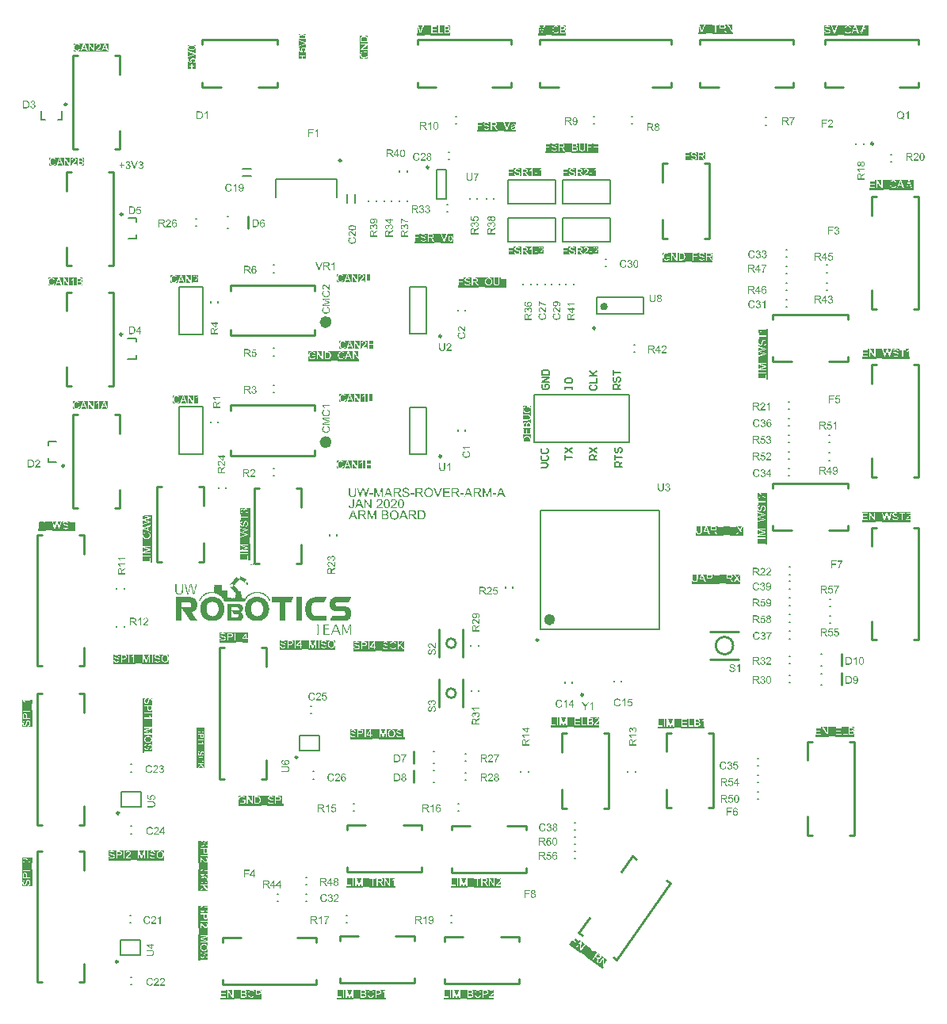
<source format=gto>
G04*
G04 #@! TF.GenerationSoftware,Altium Limited,Altium Designer,19.1.8 (144)*
G04*
G04 Layer_Color=65535*
%FSLAX25Y25*%
%MOIN*%
G70*
G01*
G75*
%ADD10C,0.01000*%
%ADD11C,0.00984*%
%ADD12C,0.02362*%
%ADD13C,0.01575*%
%ADD14C,0.02575*%
%ADD15C,0.00984*%
%ADD16C,0.00787*%
%ADD17C,0.00500*%
G36*
X104972Y183490D02*
X105100D01*
Y183362D01*
X105995D01*
Y183490D01*
X106250D01*
Y183362D01*
Y183234D01*
X106378D01*
Y183106D01*
Y182978D01*
X106506D01*
Y182850D01*
Y182722D01*
X106634D01*
Y182595D01*
Y182467D01*
X106762D01*
Y182339D01*
X106634D01*
Y182467D01*
X106506D01*
Y182595D01*
X106378D01*
Y182722D01*
Y182850D01*
X106250D01*
Y182978D01*
X106123D01*
Y183106D01*
X105867D01*
Y182978D01*
X105611D01*
Y182850D01*
X105228D01*
Y182722D01*
X105100D01*
Y182850D01*
Y182978D01*
Y183106D01*
Y183234D01*
Y183362D01*
X104972D01*
Y183490D01*
X104844D01*
Y183617D01*
X104972D01*
Y183490D01*
D02*
G37*
G36*
X100648Y178279D02*
X100904D01*
Y178151D01*
X101160D01*
Y178024D01*
X101287D01*
Y177896D01*
X101543D01*
Y177768D01*
X101799D01*
Y177640D01*
X102055D01*
Y177512D01*
X102310D01*
Y177384D01*
X102566D01*
Y177257D01*
X102822D01*
Y177129D01*
X102949D01*
Y177001D01*
X103205D01*
Y176873D01*
X103461D01*
Y176745D01*
X103716D01*
Y176617D01*
X103077D01*
Y176489D01*
X102949D01*
Y176362D01*
X102822D01*
Y176234D01*
Y176106D01*
Y175978D01*
Y175850D01*
Y175722D01*
X102949D01*
Y175595D01*
X103205D01*
Y175467D01*
X103716D01*
Y175595D01*
X103972D01*
Y175722D01*
X104100D01*
Y175595D01*
Y175467D01*
Y175339D01*
X103972D01*
Y175211D01*
Y175083D01*
Y174955D01*
Y174828D01*
Y174700D01*
X104228D01*
Y174572D01*
X104739D01*
Y174444D01*
X103589D01*
Y174572D01*
Y174700D01*
X103461D01*
Y174828D01*
Y174955D01*
Y175083D01*
X103333D01*
Y175211D01*
Y175339D01*
X103205D01*
Y175467D01*
X102949D01*
Y175595D01*
X102694D01*
Y175722D01*
X102438D01*
Y175850D01*
X102310D01*
Y175978D01*
X102055D01*
Y176106D01*
X101799D01*
Y176234D01*
X101543D01*
Y176362D01*
X101287D01*
Y176489D01*
X101160D01*
Y176617D01*
X100904D01*
Y176745D01*
X100648D01*
Y176873D01*
X100393D01*
Y176745D01*
X100265D01*
Y176617D01*
X100137D01*
Y176489D01*
X100009D01*
Y176362D01*
X99881D01*
Y176234D01*
Y176106D01*
X99753D01*
Y175978D01*
X99625D01*
Y175850D01*
X99498D01*
Y175722D01*
X99370D01*
Y175595D01*
X99242D01*
Y175467D01*
X99114D01*
Y175339D01*
X98986D01*
Y175211D01*
X98858D01*
Y175083D01*
Y174955D01*
X98731D01*
Y174828D01*
X98603D01*
Y174700D01*
X98475D01*
Y174572D01*
X98347D01*
Y174444D01*
X98219D01*
Y174316D01*
Y174188D01*
X98475D01*
Y174060D01*
Y173933D01*
X98603D01*
Y173805D01*
X98731D01*
Y173677D01*
X98858D01*
Y173549D01*
X98986D01*
Y173421D01*
X99114D01*
Y173293D01*
Y173166D01*
X99242D01*
Y173038D01*
X99370D01*
Y172910D01*
X99498D01*
Y172782D01*
X99625D01*
Y172654D01*
X99753D01*
Y172526D01*
Y172399D01*
X99881D01*
Y172271D01*
X100009D01*
Y172143D01*
X100137D01*
Y172015D01*
X100904D01*
Y171887D01*
Y171759D01*
Y171632D01*
X101032D01*
Y171504D01*
Y171376D01*
Y171248D01*
Y171120D01*
X101160D01*
Y170992D01*
Y170865D01*
Y170737D01*
X101287D01*
Y170609D01*
Y170481D01*
Y170353D01*
Y170225D01*
X101415D01*
Y170097D01*
Y169970D01*
Y169842D01*
Y169714D01*
X101543D01*
Y169586D01*
Y169458D01*
Y169331D01*
Y169203D01*
X101671D01*
Y169075D01*
X102949D01*
Y169203D01*
X103077D01*
Y169331D01*
X103205D01*
Y169458D01*
X103333D01*
Y169586D01*
Y169714D01*
X103461D01*
Y169842D01*
X103589D01*
Y169970D01*
X103716D01*
Y170097D01*
X103844D01*
Y170225D01*
X103972D01*
Y170353D01*
X104228D01*
Y170481D01*
X104356D01*
Y170609D01*
X104483D01*
Y170737D01*
X104739D01*
Y170865D01*
X104995D01*
Y170992D01*
X105250D01*
Y171120D01*
X105506D01*
Y171248D01*
X105890D01*
Y171376D01*
X106273D01*
Y171504D01*
X107168D01*
Y171632D01*
X108574D01*
Y171504D01*
X109469D01*
Y171376D01*
X109853D01*
Y171248D01*
X110236D01*
Y171120D01*
X110620D01*
Y170992D01*
X110748D01*
Y170865D01*
X111003D01*
Y170737D01*
X111259D01*
Y170609D01*
X111387D01*
Y170481D01*
X111642D01*
Y170353D01*
X111770D01*
Y170225D01*
X111898D01*
Y170097D01*
X112026D01*
Y169970D01*
X112154D01*
Y169842D01*
X112282D01*
Y169714D01*
X112409D01*
Y169586D01*
X112537D01*
Y169458D01*
X112665D01*
Y169331D01*
Y169203D01*
X112793D01*
Y169075D01*
X112921D01*
Y168947D01*
Y168819D01*
X113049D01*
Y168691D01*
Y168563D01*
X113176D01*
Y168436D01*
X113304D01*
Y168308D01*
Y168180D01*
Y168052D01*
X113432D01*
Y167924D01*
Y167796D01*
X113176D01*
Y167669D01*
X113049D01*
Y167796D01*
X112921D01*
Y167924D01*
Y168052D01*
X112793D01*
Y168180D01*
Y168308D01*
X112665D01*
Y168436D01*
Y168563D01*
X112537D01*
Y168691D01*
Y168819D01*
X112409D01*
Y168947D01*
X112282D01*
Y169075D01*
Y169203D01*
X112154D01*
Y169331D01*
X112026D01*
Y169458D01*
X111898D01*
Y169586D01*
X111770D01*
Y169714D01*
X111642D01*
Y169842D01*
X111515D01*
Y169970D01*
X111387D01*
Y170097D01*
X111131D01*
Y170225D01*
X111003D01*
Y170353D01*
X110748D01*
Y170481D01*
X110492D01*
Y170609D01*
X110236D01*
Y170737D01*
X109980D01*
Y170865D01*
X109597D01*
Y170992D01*
X108958D01*
Y171120D01*
X106784D01*
Y170992D01*
X106145D01*
Y170865D01*
X105762D01*
Y170737D01*
X105506D01*
Y170609D01*
X105250D01*
Y170481D01*
X104995D01*
Y170353D01*
X104739D01*
Y170225D01*
X104611D01*
Y170097D01*
X104483D01*
Y169970D01*
X104228D01*
Y169842D01*
X104100D01*
Y169714D01*
X103972D01*
Y169586D01*
X103844D01*
Y169458D01*
X103716D01*
Y169331D01*
Y169203D01*
X103589D01*
Y169075D01*
X103461D01*
Y168947D01*
X103333D01*
Y168819D01*
Y168691D01*
X103205D01*
Y168563D01*
Y168436D01*
X103077D01*
Y168308D01*
X102949D01*
Y168180D01*
Y168052D01*
Y167924D01*
X102822D01*
Y167796D01*
Y167669D01*
X94001D01*
Y167796D01*
Y167924D01*
Y168052D01*
X93873D01*
Y168180D01*
Y168308D01*
X93745D01*
Y168436D01*
Y168563D01*
X93617D01*
Y168691D01*
Y168819D01*
X93489D01*
Y168947D01*
X93362D01*
Y169075D01*
X93234D01*
Y169203D01*
Y169331D01*
X93106D01*
Y169458D01*
X92978D01*
Y169586D01*
X92850D01*
Y169714D01*
X92722D01*
Y169842D01*
X92594D01*
Y169970D01*
X92467D01*
Y170097D01*
X92211D01*
Y170225D01*
X92083D01*
Y170353D01*
X91827D01*
Y170481D01*
X91572D01*
Y170609D01*
X91444D01*
Y170737D01*
X91060D01*
Y170865D01*
X90677D01*
Y170992D01*
X90166D01*
Y171120D01*
X87736D01*
Y170992D01*
X87225D01*
Y170865D01*
X86842D01*
Y170737D01*
X86458D01*
Y170609D01*
X86203D01*
Y170481D01*
X85947D01*
Y170353D01*
X85819D01*
Y170225D01*
X85691D01*
Y170097D01*
X85435D01*
Y169970D01*
X85308D01*
Y169842D01*
X85180D01*
Y169714D01*
X85052D01*
Y169586D01*
X84924D01*
Y169458D01*
X84796D01*
Y169331D01*
X84668D01*
Y169203D01*
Y169075D01*
X84541D01*
Y168947D01*
X84413D01*
Y168819D01*
X84285D01*
Y168691D01*
Y168563D01*
X84157D01*
Y168436D01*
Y168308D01*
X84029D01*
Y168180D01*
Y168052D01*
X83901D01*
Y167924D01*
Y167796D01*
Y167669D01*
X83773D01*
Y167796D01*
X83390D01*
Y167924D01*
Y168052D01*
X83518D01*
Y168180D01*
Y168308D01*
X83646D01*
Y168436D01*
Y168563D01*
X83773D01*
Y168691D01*
Y168819D01*
X83901D01*
Y168947D01*
Y169075D01*
X84029D01*
Y169203D01*
X84157D01*
Y169331D01*
X84285D01*
Y169458D01*
Y169586D01*
X84413D01*
Y169714D01*
X84541D01*
Y169842D01*
X84668D01*
Y169970D01*
X84796D01*
Y170097D01*
X84924D01*
Y170225D01*
X85052D01*
Y170353D01*
X85180D01*
Y170481D01*
X85435D01*
Y170609D01*
X85563D01*
Y170737D01*
X85691D01*
Y170865D01*
X85947D01*
Y170992D01*
X86203D01*
Y171120D01*
X86586D01*
Y171248D01*
X86842D01*
Y171376D01*
X87353D01*
Y171504D01*
X87992D01*
Y171632D01*
X89782D01*
Y171759D01*
Y171887D01*
Y172015D01*
Y172143D01*
Y172271D01*
Y172399D01*
Y172526D01*
Y172654D01*
Y172782D01*
Y172910D01*
Y173038D01*
Y173166D01*
Y173293D01*
Y173421D01*
Y173549D01*
Y173677D01*
Y173805D01*
Y173933D01*
Y174060D01*
X89910D01*
Y174188D01*
Y174316D01*
X89782D01*
Y174444D01*
X93234D01*
Y174316D01*
Y174188D01*
Y174060D01*
Y173933D01*
Y173805D01*
Y173677D01*
Y173549D01*
Y173421D01*
Y173293D01*
Y173166D01*
Y173038D01*
Y172910D01*
Y172782D01*
Y172654D01*
Y172526D01*
Y172399D01*
X95279D01*
Y172271D01*
Y172143D01*
Y172015D01*
Y171887D01*
Y171759D01*
Y171632D01*
Y171504D01*
Y171376D01*
Y171248D01*
Y171120D01*
Y170992D01*
Y170865D01*
Y170737D01*
Y170609D01*
Y170481D01*
Y170353D01*
Y170225D01*
Y170097D01*
Y169970D01*
Y169842D01*
Y169714D01*
Y169586D01*
Y169458D01*
Y169331D01*
Y169203D01*
X97197D01*
Y169075D01*
X97325D01*
Y169203D01*
X97452D01*
Y169075D01*
X97580D01*
Y169203D01*
X97708D01*
Y169075D01*
X97836D01*
Y169203D01*
X97964D01*
Y169075D01*
X98475D01*
Y169203D01*
Y169331D01*
X98603D01*
Y169458D01*
Y169586D01*
Y169714D01*
Y169842D01*
X98731D01*
Y169970D01*
Y170097D01*
Y170225D01*
Y170353D01*
X98858D01*
Y170481D01*
Y170609D01*
Y170737D01*
X98986D01*
Y170865D01*
Y170992D01*
X98858D01*
Y171120D01*
X98731D01*
Y171248D01*
X98603D01*
Y171376D01*
Y171504D01*
X98475D01*
Y171632D01*
X98347D01*
Y171759D01*
X98219D01*
Y171887D01*
X98092D01*
Y172015D01*
X97964D01*
Y172143D01*
Y172271D01*
X97836D01*
Y172399D01*
X97708D01*
Y172526D01*
X97580D01*
Y172654D01*
X97452D01*
Y172782D01*
X97325D01*
Y172910D01*
Y173038D01*
X97197D01*
Y173166D01*
X97069D01*
Y173293D01*
X96941D01*
Y173421D01*
X96813D01*
Y173549D01*
X96685D01*
Y173677D01*
Y173805D01*
X96557D01*
Y173933D01*
X96430D01*
Y174060D01*
X96302D01*
Y174188D01*
Y174316D01*
Y174444D01*
Y174572D01*
X96430D01*
Y174700D01*
Y174828D01*
X96557D01*
Y174955D01*
X96685D01*
Y175083D01*
X96813D01*
Y175211D01*
X96941D01*
Y175339D01*
X97069D01*
Y175467D01*
X97197D01*
Y175595D01*
X97325D01*
Y175722D01*
Y175850D01*
X97452D01*
Y175978D01*
X97580D01*
Y176106D01*
X97708D01*
Y176234D01*
X97836D01*
Y176362D01*
X97964D01*
Y176489D01*
X98092D01*
Y176617D01*
Y176745D01*
X98219D01*
Y176873D01*
X98347D01*
Y177001D01*
X98475D01*
Y177129D01*
X98603D01*
Y177257D01*
X98731D01*
Y177384D01*
Y177512D01*
X98858D01*
Y177640D01*
X98986D01*
Y177768D01*
X99114D01*
Y177896D01*
X99242D01*
Y178024D01*
X99370D01*
Y178151D01*
X99498D01*
Y178024D01*
Y177896D01*
Y177768D01*
Y177640D01*
Y177512D01*
X99625D01*
Y177384D01*
X99753D01*
Y177257D01*
X100520D01*
Y177384D01*
X100648D01*
Y177512D01*
X100776D01*
Y177640D01*
Y177768D01*
Y177896D01*
Y178024D01*
Y178151D01*
X100648D01*
Y178279D01*
X100520D01*
Y178407D01*
X100648D01*
Y178279D01*
D02*
G37*
G36*
X82495Y174955D02*
Y174828D01*
Y174700D01*
X82367D01*
Y174572D01*
Y174444D01*
Y174316D01*
Y174188D01*
X82240D01*
Y174060D01*
Y173933D01*
Y173805D01*
Y173677D01*
Y173549D01*
X82112D01*
Y173421D01*
Y173293D01*
Y173166D01*
Y173038D01*
X81984D01*
Y172910D01*
Y172782D01*
Y172654D01*
Y172526D01*
X81856D01*
Y172399D01*
Y172271D01*
Y172143D01*
Y172015D01*
Y171887D01*
X81728D01*
Y171759D01*
Y171632D01*
Y171504D01*
Y171376D01*
X81600D01*
Y171248D01*
Y171120D01*
Y170992D01*
Y170865D01*
X81472D01*
Y170737D01*
Y170609D01*
X80961D01*
Y170737D01*
Y170865D01*
Y170992D01*
X80833D01*
Y171120D01*
Y171248D01*
Y171376D01*
Y171504D01*
X80705D01*
Y171632D01*
Y171759D01*
Y171887D01*
Y172015D01*
X80578D01*
Y172143D01*
Y172271D01*
Y172399D01*
Y172526D01*
X80450D01*
Y172654D01*
Y172782D01*
Y172910D01*
Y173038D01*
X80322D01*
Y173166D01*
Y173293D01*
Y173421D01*
Y173549D01*
X80194D01*
Y173677D01*
Y173805D01*
Y173933D01*
Y174060D01*
X80066D01*
Y174188D01*
Y174316D01*
Y174444D01*
X79811D01*
Y174316D01*
Y174188D01*
Y174060D01*
Y173933D01*
Y173805D01*
Y173677D01*
X79683D01*
Y173549D01*
Y173421D01*
Y173293D01*
Y173166D01*
X79555D01*
Y173038D01*
Y172910D01*
Y172782D01*
Y172654D01*
X79427D01*
Y172526D01*
Y172399D01*
Y172271D01*
X79299D01*
Y172143D01*
Y172015D01*
Y171887D01*
Y171759D01*
X79171D01*
Y171632D01*
Y171504D01*
Y171376D01*
Y171248D01*
X79044D01*
Y171120D01*
Y170992D01*
Y170865D01*
Y170737D01*
X78916D01*
Y170609D01*
X78404D01*
Y170737D01*
Y170865D01*
Y170992D01*
Y171120D01*
Y171248D01*
X78276D01*
Y171376D01*
Y171504D01*
Y171632D01*
Y171759D01*
X78149D01*
Y171887D01*
Y172015D01*
Y172143D01*
Y172271D01*
X78021D01*
Y172399D01*
Y172526D01*
Y172654D01*
Y172782D01*
Y172910D01*
X77893D01*
Y173038D01*
Y173166D01*
Y173293D01*
Y173421D01*
X77765D01*
Y173549D01*
Y173677D01*
Y173805D01*
Y173933D01*
X77637D01*
Y174060D01*
Y174188D01*
Y174316D01*
Y174444D01*
Y174572D01*
X77509D01*
Y174700D01*
Y174828D01*
Y174955D01*
Y175083D01*
X77893D01*
Y174955D01*
Y174828D01*
Y174700D01*
X78021D01*
Y174572D01*
Y174444D01*
Y174316D01*
Y174188D01*
Y174060D01*
X78149D01*
Y173933D01*
Y173805D01*
Y173677D01*
Y173549D01*
X78276D01*
Y173421D01*
Y173293D01*
Y173166D01*
Y173038D01*
Y172910D01*
X78404D01*
Y172782D01*
Y172654D01*
Y172526D01*
Y172399D01*
X78532D01*
Y172271D01*
Y172143D01*
Y172015D01*
Y171887D01*
X78660D01*
Y171759D01*
Y171632D01*
Y171504D01*
Y171376D01*
Y171248D01*
X78788D01*
Y171376D01*
X78916D01*
Y171504D01*
Y171632D01*
Y171759D01*
Y171887D01*
Y172015D01*
X79044D01*
Y172143D01*
Y172271D01*
Y172399D01*
X79171D01*
Y172526D01*
Y172654D01*
Y172782D01*
Y172910D01*
X79299D01*
Y173038D01*
Y173166D01*
Y173293D01*
Y173421D01*
X79427D01*
Y173549D01*
Y173677D01*
Y173805D01*
Y173933D01*
X79555D01*
Y174060D01*
Y174188D01*
Y174316D01*
Y174444D01*
X79683D01*
Y174572D01*
Y174700D01*
Y174828D01*
Y174955D01*
X79811D01*
Y175083D01*
X80194D01*
Y174955D01*
X80322D01*
Y174828D01*
Y174700D01*
Y174572D01*
Y174444D01*
X80450D01*
Y174316D01*
Y174188D01*
Y174060D01*
Y173933D01*
X80578D01*
Y173805D01*
Y173677D01*
Y173549D01*
Y173421D01*
X80705D01*
Y173293D01*
Y173166D01*
Y173038D01*
X80833D01*
Y172910D01*
Y172782D01*
Y172654D01*
Y172526D01*
X80961D01*
Y172399D01*
Y172271D01*
Y172143D01*
Y172015D01*
X81089D01*
Y171887D01*
Y171759D01*
Y171632D01*
Y171504D01*
Y171376D01*
X81217D01*
Y171248D01*
X81345D01*
Y171376D01*
Y171504D01*
Y171632D01*
Y171759D01*
Y171887D01*
X81472D01*
Y172015D01*
Y172143D01*
Y172271D01*
Y172399D01*
X81600D01*
Y172526D01*
Y172654D01*
Y172782D01*
Y172910D01*
X81728D01*
Y173038D01*
Y173166D01*
Y173293D01*
Y173421D01*
Y173549D01*
X81856D01*
Y173677D01*
Y173805D01*
Y173933D01*
Y174060D01*
X81984D01*
Y174188D01*
Y174316D01*
Y174444D01*
Y174572D01*
X82112D01*
Y174700D01*
Y174828D01*
Y174955D01*
Y175083D01*
X82495D01*
Y174955D01*
D02*
G37*
G36*
X76742D02*
Y174828D01*
Y174700D01*
Y174572D01*
Y174444D01*
Y174316D01*
Y174188D01*
Y174060D01*
Y173933D01*
Y173805D01*
Y173677D01*
Y173549D01*
Y173421D01*
Y173293D01*
Y173166D01*
Y173038D01*
Y172910D01*
Y172782D01*
Y172654D01*
Y172526D01*
Y172399D01*
Y172271D01*
Y172143D01*
Y172015D01*
Y171887D01*
Y171759D01*
X76615D01*
Y171632D01*
Y171504D01*
Y171376D01*
Y171248D01*
X76487D01*
Y171120D01*
Y170992D01*
X76359D01*
Y170865D01*
X76231D01*
Y170737D01*
X75975D01*
Y170609D01*
X75592D01*
Y170481D01*
X74697D01*
Y170609D01*
X74186D01*
Y170737D01*
X74058D01*
Y170865D01*
X73802D01*
Y170992D01*
Y171120D01*
X73674D01*
Y171248D01*
Y171376D01*
Y171504D01*
X73546D01*
Y171632D01*
Y171759D01*
Y171887D01*
Y172015D01*
Y172143D01*
Y172271D01*
Y172399D01*
Y172526D01*
Y172654D01*
Y172782D01*
Y172910D01*
Y173038D01*
Y173166D01*
Y173293D01*
Y173421D01*
Y173549D01*
Y173677D01*
Y173805D01*
Y173933D01*
Y174060D01*
Y174188D01*
Y174316D01*
Y174444D01*
Y174572D01*
Y174700D01*
Y174828D01*
Y174955D01*
Y175083D01*
X74058D01*
Y174955D01*
Y174828D01*
Y174700D01*
Y174572D01*
Y174444D01*
Y174316D01*
Y174188D01*
Y174060D01*
Y173933D01*
Y173805D01*
Y173677D01*
Y173549D01*
Y173421D01*
Y173293D01*
Y173166D01*
Y173038D01*
Y172910D01*
Y172782D01*
Y172654D01*
Y172526D01*
Y172399D01*
Y172271D01*
Y172143D01*
Y172015D01*
Y171887D01*
Y171759D01*
Y171632D01*
Y171504D01*
Y171376D01*
X74186D01*
Y171248D01*
Y171120D01*
X74313D01*
Y170992D01*
X74569D01*
Y170865D01*
X75848D01*
Y170992D01*
X75975D01*
Y171120D01*
X76103D01*
Y171248D01*
X76231D01*
Y171376D01*
Y171504D01*
Y171632D01*
Y171759D01*
Y171887D01*
Y172015D01*
Y172143D01*
X76359D01*
Y172271D01*
Y172399D01*
Y172526D01*
Y172654D01*
Y172782D01*
Y172910D01*
Y173038D01*
Y173166D01*
Y173293D01*
Y173421D01*
Y173549D01*
Y173677D01*
Y173805D01*
Y173933D01*
Y174060D01*
Y174188D01*
Y174316D01*
Y174444D01*
Y174572D01*
Y174700D01*
Y174828D01*
X76231D01*
Y174955D01*
X76359D01*
Y175083D01*
X76742D01*
Y174955D01*
D02*
G37*
G36*
X109086Y169331D02*
X109597D01*
Y169203D01*
X109980D01*
Y169075D01*
X110236D01*
Y168947D01*
X110492D01*
Y168819D01*
X110748D01*
Y168691D01*
X110875D01*
Y168563D01*
X111131D01*
Y168436D01*
X111259D01*
Y168308D01*
X111387D01*
Y168180D01*
X111515D01*
Y168052D01*
X111642D01*
Y167924D01*
X111770D01*
Y167796D01*
X111898D01*
Y167669D01*
Y167541D01*
X112026D01*
Y167413D01*
X112154D01*
Y167285D01*
Y167157D01*
X112282D01*
Y167029D01*
X112409D01*
Y166902D01*
Y166774D01*
Y166646D01*
X112537D01*
Y166518D01*
Y166390D01*
Y166262D01*
X112665D01*
Y166135D01*
Y166007D01*
Y165879D01*
X112793D01*
Y165751D01*
Y165623D01*
Y165495D01*
Y165367D01*
Y165240D01*
Y165112D01*
Y164984D01*
X112921D01*
Y164856D01*
Y164728D01*
Y164601D01*
Y164473D01*
Y164345D01*
Y164217D01*
Y164089D01*
X112793D01*
Y163961D01*
Y163833D01*
Y163706D01*
Y163578D01*
Y163450D01*
Y163322D01*
Y163194D01*
Y163066D01*
X112665D01*
Y162939D01*
Y162811D01*
Y162683D01*
Y162555D01*
X112537D01*
Y162427D01*
Y162299D01*
X112409D01*
Y162171D01*
Y162044D01*
X112282D01*
Y161916D01*
Y161788D01*
Y161660D01*
X112154D01*
Y161532D01*
X112026D01*
Y161405D01*
Y161277D01*
X111898D01*
Y161149D01*
X111770D01*
Y161021D01*
X111642D01*
Y160893D01*
X111515D01*
Y160765D01*
X111387D01*
Y160637D01*
X111259D01*
Y160510D01*
X111131D01*
Y160382D01*
X111003D01*
Y160254D01*
X110748D01*
Y160126D01*
X110492D01*
Y159998D01*
X110236D01*
Y159870D01*
X109980D01*
Y159743D01*
X109597D01*
Y159615D01*
X108958D01*
Y159487D01*
X106657D01*
Y159615D01*
X106145D01*
Y159743D01*
X105634D01*
Y159870D01*
X105378D01*
Y159998D01*
X105123D01*
Y160126D01*
X104995D01*
Y160254D01*
X104739D01*
Y160382D01*
X104611D01*
Y160510D01*
X104356D01*
Y160637D01*
X104228D01*
Y160765D01*
X104100D01*
Y160893D01*
X103972D01*
Y161021D01*
X103844D01*
Y161149D01*
Y161277D01*
X103716D01*
Y161405D01*
X103589D01*
Y161532D01*
Y161660D01*
X103461D01*
Y161788D01*
X103333D01*
Y161916D01*
Y162044D01*
X103205D01*
Y162171D01*
Y162299D01*
X103077D01*
Y162427D01*
Y162555D01*
Y162683D01*
X102949D01*
Y162811D01*
Y162939D01*
Y163066D01*
Y163194D01*
X102822D01*
Y163322D01*
Y163450D01*
Y163578D01*
Y163706D01*
Y163833D01*
Y163961D01*
Y164089D01*
Y164217D01*
X102694D01*
Y164345D01*
Y164473D01*
Y164601D01*
Y164728D01*
X102822D01*
Y164856D01*
Y164984D01*
Y165112D01*
Y165240D01*
Y165367D01*
Y165495D01*
Y165623D01*
Y165751D01*
X102949D01*
Y165879D01*
Y166007D01*
Y166135D01*
Y166262D01*
X103077D01*
Y166390D01*
Y166518D01*
Y166646D01*
X103205D01*
Y166774D01*
Y166902D01*
X103333D01*
Y167029D01*
Y167157D01*
X103461D01*
Y167285D01*
X103589D01*
Y167413D01*
Y167541D01*
X103716D01*
Y167669D01*
X103844D01*
Y167796D01*
X103972D01*
Y167924D01*
Y168052D01*
X104100D01*
Y168180D01*
X104228D01*
Y168308D01*
X104483D01*
Y168436D01*
X104611D01*
Y168563D01*
X104739D01*
Y168691D01*
X104995D01*
Y168819D01*
X105123D01*
Y168947D01*
X105378D01*
Y169075D01*
X105762D01*
Y169203D01*
X106145D01*
Y169331D01*
X106529D01*
Y169458D01*
X109086D01*
Y169331D01*
D02*
G37*
G36*
X100009Y166518D02*
X100776D01*
Y166390D01*
X101032D01*
Y166262D01*
X101287D01*
Y166135D01*
X101415D01*
Y166007D01*
X101543D01*
Y165879D01*
X101671D01*
Y165751D01*
Y165623D01*
X101799D01*
Y165495D01*
Y165367D01*
Y165240D01*
X101927D01*
Y165112D01*
Y164984D01*
Y164856D01*
Y164728D01*
Y164601D01*
Y164473D01*
Y164345D01*
Y164217D01*
X101799D01*
Y164089D01*
Y163961D01*
Y163833D01*
X101671D01*
Y163706D01*
X101543D01*
Y163578D01*
X101415D01*
Y163450D01*
X101287D01*
Y163322D01*
X100904D01*
Y163194D01*
Y163066D01*
X101032D01*
Y162939D01*
X101287D01*
Y162811D01*
X101415D01*
Y162683D01*
X101543D01*
Y162555D01*
X101671D01*
Y162427D01*
Y162299D01*
X101799D01*
Y162171D01*
Y162044D01*
X101927D01*
Y161916D01*
Y161788D01*
Y161660D01*
Y161532D01*
Y161405D01*
Y161277D01*
Y161149D01*
Y161021D01*
Y160893D01*
Y160765D01*
Y160637D01*
Y160510D01*
X101799D01*
Y160382D01*
Y160254D01*
X101671D01*
Y160126D01*
X101543D01*
Y159998D01*
X101415D01*
Y159870D01*
X101287D01*
Y159743D01*
X101032D01*
Y159615D01*
X100776D01*
Y159487D01*
X95407D01*
Y159615D01*
Y159743D01*
Y159870D01*
Y159998D01*
Y160126D01*
Y160254D01*
Y160382D01*
Y160510D01*
Y160637D01*
Y160765D01*
Y160893D01*
Y161021D01*
Y161149D01*
Y161277D01*
Y161405D01*
Y161532D01*
Y161660D01*
Y161788D01*
Y161916D01*
Y162044D01*
Y162171D01*
Y162299D01*
Y162427D01*
Y162555D01*
Y162683D01*
Y162811D01*
Y162939D01*
Y163066D01*
Y163194D01*
Y163322D01*
Y163450D01*
Y163578D01*
Y163706D01*
Y163833D01*
Y163961D01*
Y164089D01*
Y164217D01*
Y164345D01*
Y164473D01*
Y164601D01*
Y164728D01*
Y164856D01*
Y164984D01*
Y165112D01*
Y165240D01*
Y165367D01*
Y165495D01*
Y165623D01*
Y165751D01*
Y165879D01*
Y166007D01*
Y166135D01*
Y166262D01*
Y166390D01*
Y166518D01*
Y166646D01*
X100009D01*
Y166518D01*
D02*
G37*
G36*
X90293Y169331D02*
X90805D01*
Y169203D01*
X91188D01*
Y169075D01*
X91444D01*
Y168947D01*
X91699D01*
Y168819D01*
X91955D01*
Y168691D01*
X92211D01*
Y168563D01*
X92339D01*
Y168436D01*
X92467D01*
Y168308D01*
X92594D01*
Y168180D01*
X92722D01*
Y168052D01*
X92850D01*
Y167924D01*
X92978D01*
Y167796D01*
X93106D01*
Y167669D01*
X93234D01*
Y167541D01*
Y167413D01*
X93362D01*
Y167285D01*
X93489D01*
Y167157D01*
Y167029D01*
X93617D01*
Y166902D01*
Y166774D01*
X93745D01*
Y166646D01*
Y166518D01*
Y166390D01*
X93873D01*
Y166262D01*
Y166135D01*
Y166007D01*
X94001D01*
Y165879D01*
Y165751D01*
Y165623D01*
Y165495D01*
Y165367D01*
Y165240D01*
X94129D01*
Y165112D01*
Y164984D01*
Y164856D01*
Y164728D01*
Y164601D01*
Y164473D01*
Y164345D01*
Y164217D01*
Y164089D01*
Y163961D01*
Y163833D01*
Y163706D01*
X94001D01*
Y163578D01*
Y163450D01*
Y163322D01*
Y163194D01*
Y163066D01*
X93873D01*
Y162939D01*
Y162811D01*
Y162683D01*
Y162555D01*
X93745D01*
Y162427D01*
Y162299D01*
Y162171D01*
X93617D01*
Y162044D01*
Y161916D01*
X93489D01*
Y161788D01*
Y161660D01*
X93362D01*
Y161532D01*
X93234D01*
Y161405D01*
Y161277D01*
X93106D01*
Y161149D01*
X92978D01*
Y161021D01*
X92850D01*
Y160893D01*
X92722D01*
Y160765D01*
X92594D01*
Y160637D01*
X92467D01*
Y160510D01*
X92339D01*
Y160382D01*
X92211D01*
Y160254D01*
X91955D01*
Y160126D01*
X91699D01*
Y159998D01*
X91572D01*
Y159870D01*
X91188D01*
Y159743D01*
X90805D01*
Y159615D01*
X90166D01*
Y159487D01*
X87864D01*
Y159615D01*
X87353D01*
Y159743D01*
X86970D01*
Y159870D01*
X86586D01*
Y159998D01*
X86330D01*
Y160126D01*
X86203D01*
Y160254D01*
X85947D01*
Y160382D01*
X85819D01*
Y160510D01*
X85691D01*
Y160637D01*
X85563D01*
Y160765D01*
X85435D01*
Y160893D01*
X85308D01*
Y161021D01*
X85180D01*
Y161149D01*
X85052D01*
Y161277D01*
X84924D01*
Y161405D01*
X84796D01*
Y161532D01*
Y161660D01*
X84668D01*
Y161788D01*
Y161916D01*
X84541D01*
Y162044D01*
X84413D01*
Y162171D01*
Y162299D01*
Y162427D01*
X84285D01*
Y162555D01*
Y162683D01*
Y162811D01*
X84157D01*
Y162939D01*
Y163066D01*
Y163194D01*
Y163322D01*
X84029D01*
Y163450D01*
Y163578D01*
Y163706D01*
Y163833D01*
Y163961D01*
Y164089D01*
Y164217D01*
Y164345D01*
Y164473D01*
Y164601D01*
Y164728D01*
Y164856D01*
Y164984D01*
Y165112D01*
Y165240D01*
Y165367D01*
Y165495D01*
Y165623D01*
X84157D01*
Y165751D01*
Y165879D01*
Y166007D01*
Y166135D01*
Y166262D01*
X84285D01*
Y166390D01*
Y166518D01*
X84413D01*
Y166646D01*
Y166774D01*
Y166902D01*
X84541D01*
Y167029D01*
Y167157D01*
X84668D01*
Y167285D01*
X84796D01*
Y167413D01*
Y167541D01*
X84924D01*
Y167669D01*
X85052D01*
Y167796D01*
X85180D01*
Y167924D01*
X85308D01*
Y168052D01*
X85435D01*
Y168180D01*
X85563D01*
Y168308D01*
X85691D01*
Y168436D01*
X85819D01*
Y168563D01*
X85947D01*
Y168691D01*
X86203D01*
Y168819D01*
X86458D01*
Y168947D01*
X86714D01*
Y169075D01*
X86970D01*
Y169203D01*
X87353D01*
Y169331D01*
X87864D01*
Y169458D01*
X90293D01*
Y169331D01*
D02*
G37*
G36*
X80194D02*
X80705D01*
Y169203D01*
X80961D01*
Y169075D01*
X81217D01*
Y168947D01*
X81345D01*
Y168819D01*
X81600D01*
Y168691D01*
X81728D01*
Y168563D01*
X81856D01*
Y168436D01*
X81984D01*
Y168308D01*
X82112D01*
Y168180D01*
Y168052D01*
X82240D01*
Y167924D01*
X82367D01*
Y167796D01*
Y167669D01*
Y167541D01*
X82495D01*
Y167413D01*
Y167285D01*
Y167157D01*
X82623D01*
Y167029D01*
Y166902D01*
Y166774D01*
Y166646D01*
Y166518D01*
Y166390D01*
Y166262D01*
Y166135D01*
Y166007D01*
Y165879D01*
Y165751D01*
Y165623D01*
Y165495D01*
Y165367D01*
Y165240D01*
X82495D01*
Y165112D01*
Y164984D01*
Y164856D01*
X82367D01*
Y164728D01*
Y164601D01*
X82240D01*
Y164473D01*
Y164345D01*
X82112D01*
Y164217D01*
X81984D01*
Y164089D01*
X81856D01*
Y163961D01*
Y163833D01*
X81600D01*
Y163706D01*
X81472D01*
Y163578D01*
X81217D01*
Y163450D01*
X80961D01*
Y163322D01*
X80705D01*
Y163194D01*
X80322D01*
Y163066D01*
Y162939D01*
X80450D01*
Y162811D01*
X80578D01*
Y162683D01*
X80705D01*
Y162555D01*
Y162427D01*
X80833D01*
Y162299D01*
X80961D01*
Y162171D01*
Y162044D01*
X81089D01*
Y161916D01*
X81217D01*
Y161788D01*
Y161660D01*
X81345D01*
Y161532D01*
X81472D01*
Y161405D01*
X81600D01*
Y161277D01*
Y161149D01*
X81728D01*
Y161021D01*
X81856D01*
Y160893D01*
Y160765D01*
X81984D01*
Y160637D01*
X82112D01*
Y160510D01*
Y160382D01*
X82240D01*
Y160254D01*
X82367D01*
Y160126D01*
Y159998D01*
X82495D01*
Y159870D01*
X82623D01*
Y159743D01*
X82751D01*
Y159615D01*
Y159487D01*
X79811D01*
Y159615D01*
X79683D01*
Y159743D01*
Y159870D01*
X79555D01*
Y159998D01*
X79427D01*
Y160126D01*
Y160254D01*
X79299D01*
Y160382D01*
X79171D01*
Y160510D01*
X79044D01*
Y160637D01*
Y160765D01*
X78916D01*
Y160893D01*
X78788D01*
Y161021D01*
Y161149D01*
X78660D01*
Y161277D01*
X78532D01*
Y161405D01*
Y161532D01*
X78404D01*
Y161660D01*
X78276D01*
Y161788D01*
X78149D01*
Y161916D01*
Y162044D01*
X78021D01*
Y162171D01*
X77893D01*
Y162299D01*
Y162427D01*
X77765D01*
Y162555D01*
X77637D01*
Y162683D01*
Y162811D01*
X77509D01*
Y162939D01*
X77382D01*
Y163066D01*
X77254D01*
Y163194D01*
Y163322D01*
X77126D01*
Y163450D01*
X76998D01*
Y163578D01*
Y163706D01*
X76870D01*
Y163833D01*
X76742D01*
Y163961D01*
X76615D01*
Y164089D01*
Y164217D01*
X76487D01*
Y164345D01*
X76359D01*
Y164473D01*
Y164601D01*
X76103D01*
Y164473D01*
Y164345D01*
Y164217D01*
Y164089D01*
Y163961D01*
Y163833D01*
Y163706D01*
Y163578D01*
Y163450D01*
Y163322D01*
Y163194D01*
Y163066D01*
Y162939D01*
Y162811D01*
Y162683D01*
Y162555D01*
Y162427D01*
Y162299D01*
Y162171D01*
Y162044D01*
Y161916D01*
Y161788D01*
Y161660D01*
Y161532D01*
Y161405D01*
Y161277D01*
Y161149D01*
Y161021D01*
Y160893D01*
Y160765D01*
Y160637D01*
Y160510D01*
Y160382D01*
Y160254D01*
Y160126D01*
Y159998D01*
Y159870D01*
Y159743D01*
Y159615D01*
Y159487D01*
X73674D01*
Y159615D01*
Y159743D01*
Y159870D01*
Y159998D01*
Y160126D01*
Y160254D01*
Y160382D01*
Y160510D01*
Y160637D01*
Y160765D01*
Y160893D01*
Y161021D01*
Y161149D01*
Y161277D01*
Y161405D01*
Y161532D01*
Y161660D01*
Y161788D01*
Y161916D01*
Y162044D01*
Y162171D01*
Y162299D01*
Y162427D01*
Y162555D01*
Y162683D01*
Y162811D01*
Y162939D01*
Y163066D01*
Y163194D01*
Y163322D01*
Y163450D01*
Y163578D01*
Y163706D01*
Y163833D01*
Y163961D01*
Y164089D01*
Y164217D01*
Y164345D01*
Y164473D01*
Y164601D01*
Y164728D01*
Y164856D01*
Y164984D01*
Y165112D01*
Y165240D01*
Y165367D01*
Y165495D01*
Y165623D01*
Y165751D01*
Y165879D01*
Y166007D01*
Y166135D01*
Y166262D01*
Y166390D01*
Y166518D01*
Y166646D01*
Y166774D01*
Y166902D01*
Y167029D01*
Y167157D01*
Y167285D01*
Y167413D01*
Y167541D01*
Y167669D01*
Y167796D01*
Y167924D01*
Y168052D01*
Y168180D01*
Y168308D01*
Y168436D01*
Y168563D01*
Y168691D01*
Y168819D01*
Y168947D01*
Y169075D01*
Y169203D01*
Y169331D01*
Y169458D01*
X80194D01*
Y169331D01*
D02*
G37*
G36*
X147437D02*
X147309D01*
Y169203D01*
Y169075D01*
X147182D01*
Y168947D01*
Y168819D01*
X147054D01*
Y168691D01*
Y168563D01*
X146926D01*
Y168436D01*
Y168308D01*
Y168180D01*
X146798D01*
Y168052D01*
Y167924D01*
X146670D01*
Y167796D01*
Y167669D01*
X146542D01*
Y167541D01*
Y167413D01*
X141301D01*
Y167285D01*
X141173D01*
Y167157D01*
X141045D01*
Y167029D01*
X140918D01*
Y166902D01*
Y166774D01*
X140790D01*
Y166646D01*
Y166518D01*
Y166390D01*
Y166262D01*
Y166135D01*
X140918D01*
Y166007D01*
Y165879D01*
X141045D01*
Y165751D01*
X141173D01*
Y165623D01*
X141557D01*
Y165495D01*
X145264D01*
Y165367D01*
X145648D01*
Y165240D01*
X146031D01*
Y165112D01*
X146287D01*
Y164984D01*
X146414D01*
Y164856D01*
X146670D01*
Y164728D01*
X146798D01*
Y164601D01*
X146926D01*
Y164473D01*
X147054D01*
Y164345D01*
Y164217D01*
X147182D01*
Y164089D01*
Y163961D01*
X147309D01*
Y163833D01*
Y163706D01*
Y163578D01*
X147437D01*
Y163450D01*
Y163322D01*
Y163194D01*
Y163066D01*
Y162939D01*
Y162811D01*
Y162683D01*
Y162555D01*
Y162427D01*
Y162299D01*
Y162171D01*
Y162044D01*
Y161916D01*
Y161788D01*
Y161660D01*
Y161532D01*
X147309D01*
Y161405D01*
Y161277D01*
Y161149D01*
X147182D01*
Y161021D01*
Y160893D01*
Y160765D01*
X147054D01*
Y160637D01*
X146926D01*
Y160510D01*
Y160382D01*
X146798D01*
Y160254D01*
X146670D01*
Y160126D01*
X146542D01*
Y159998D01*
X146287D01*
Y159870D01*
X146159D01*
Y159743D01*
X145775D01*
Y159615D01*
X145392D01*
Y159487D01*
X138488D01*
Y159615D01*
X138616D01*
Y159743D01*
Y159870D01*
X138744D01*
Y159998D01*
Y160126D01*
X138872D01*
Y160254D01*
Y160382D01*
Y160510D01*
X139000D01*
Y160637D01*
Y160765D01*
X139128D01*
Y160893D01*
Y161021D01*
X139256D01*
Y161149D01*
Y161277D01*
X139383D01*
Y161405D01*
Y161532D01*
X144497D01*
Y161660D01*
X144753D01*
Y161788D01*
X144880D01*
Y161916D01*
X145008D01*
Y162044D01*
Y162171D01*
Y162299D01*
Y162427D01*
X145136D01*
Y162555D01*
Y162683D01*
X145008D01*
Y162811D01*
Y162939D01*
Y163066D01*
X144880D01*
Y163194D01*
X144753D01*
Y163322D01*
X144625D01*
Y163450D01*
X144241D01*
Y163578D01*
X140534D01*
Y163706D01*
X140150D01*
Y163833D01*
X139895D01*
Y163961D01*
X139639D01*
Y164089D01*
X139383D01*
Y164217D01*
X139256D01*
Y164345D01*
X139128D01*
Y164473D01*
X139000D01*
Y164601D01*
X138872D01*
Y164728D01*
X138744D01*
Y164856D01*
Y164984D01*
X138616D01*
Y165112D01*
Y165240D01*
Y165367D01*
X138488D01*
Y165495D01*
Y165623D01*
Y165751D01*
Y165879D01*
Y166007D01*
Y166135D01*
Y166262D01*
Y166390D01*
Y166518D01*
Y166646D01*
X138361D01*
Y166774D01*
X138488D01*
Y166902D01*
Y167029D01*
Y167157D01*
Y167285D01*
Y167413D01*
Y167541D01*
X138616D01*
Y167669D01*
Y167796D01*
Y167924D01*
X138744D01*
Y168052D01*
Y168180D01*
X138872D01*
Y168308D01*
Y168436D01*
X139000D01*
Y168563D01*
X139128D01*
Y168691D01*
X139256D01*
Y168819D01*
X139383D01*
Y168947D01*
X139639D01*
Y169075D01*
X139767D01*
Y169203D01*
X140150D01*
Y169331D01*
X140534D01*
Y169458D01*
X147437D01*
Y169331D01*
D02*
G37*
G36*
X137082D02*
Y169203D01*
X136954D01*
Y169075D01*
Y168947D01*
X136827D01*
Y168819D01*
Y168691D01*
X136699D01*
Y168563D01*
Y168436D01*
X136571D01*
Y168308D01*
Y168180D01*
X136443D01*
Y168052D01*
Y167924D01*
X136315D01*
Y167796D01*
Y167669D01*
Y167541D01*
X136187D01*
Y167413D01*
X132224D01*
Y167285D01*
X131841D01*
Y167157D01*
X131713D01*
Y167029D01*
X131457D01*
Y166902D01*
X131330D01*
Y166774D01*
X131202D01*
Y166646D01*
Y166518D01*
X131074D01*
Y166390D01*
X130946D01*
Y166262D01*
Y166135D01*
Y166007D01*
X130818D01*
Y165879D01*
Y165751D01*
Y165623D01*
X130690D01*
Y165495D01*
Y165367D01*
Y165240D01*
Y165112D01*
Y164984D01*
Y164856D01*
Y164728D01*
Y164601D01*
Y164473D01*
Y164345D01*
Y164217D01*
Y164089D01*
Y163961D01*
Y163833D01*
Y163706D01*
Y163578D01*
Y163450D01*
Y163322D01*
X130818D01*
Y163194D01*
Y163066D01*
Y162939D01*
Y162811D01*
X130946D01*
Y162683D01*
Y162555D01*
X131074D01*
Y162427D01*
Y162299D01*
X131202D01*
Y162171D01*
X131330D01*
Y162044D01*
X131457D01*
Y161916D01*
X131585D01*
Y161788D01*
X131713D01*
Y161660D01*
X132097D01*
Y161532D01*
X137210D01*
Y161405D01*
Y161277D01*
Y161149D01*
Y161021D01*
Y160893D01*
Y160765D01*
Y160637D01*
Y160510D01*
Y160382D01*
Y160254D01*
Y160126D01*
Y159998D01*
Y159870D01*
Y159743D01*
Y159615D01*
Y159487D01*
X131585D01*
Y159615D01*
X131074D01*
Y159743D01*
X130690D01*
Y159870D01*
X130435D01*
Y159998D01*
X130179D01*
Y160126D01*
X130051D01*
Y160254D01*
X129796D01*
Y160382D01*
X129668D01*
Y160510D01*
X129540D01*
Y160637D01*
X129412D01*
Y160765D01*
X129284D01*
Y160893D01*
X129156D01*
Y161021D01*
X129028D01*
Y161149D01*
X128901D01*
Y161277D01*
Y161405D01*
X128773D01*
Y161532D01*
X128645D01*
Y161660D01*
Y161788D01*
Y161916D01*
X128517D01*
Y162044D01*
Y162171D01*
X128389D01*
Y162299D01*
Y162427D01*
Y162555D01*
Y162683D01*
X128261D01*
Y162811D01*
Y162939D01*
Y163066D01*
Y163194D01*
Y163322D01*
X128134D01*
Y163450D01*
Y163578D01*
Y163706D01*
Y163833D01*
Y163961D01*
Y164089D01*
Y164217D01*
Y164345D01*
Y164473D01*
Y164601D01*
Y164728D01*
Y164856D01*
Y164984D01*
Y165112D01*
Y165240D01*
Y165367D01*
Y165495D01*
Y165623D01*
X128261D01*
Y165751D01*
Y165879D01*
Y166007D01*
Y166135D01*
Y166262D01*
X128389D01*
Y166390D01*
Y166518D01*
Y166646D01*
X128517D01*
Y166774D01*
Y166902D01*
Y167029D01*
X128645D01*
Y167157D01*
Y167285D01*
X128773D01*
Y167413D01*
X128901D01*
Y167541D01*
Y167669D01*
X129028D01*
Y167796D01*
X129156D01*
Y167924D01*
X129284D01*
Y168052D01*
X129412D01*
Y168180D01*
X129540D01*
Y168308D01*
X129668D01*
Y168436D01*
X129796D01*
Y168563D01*
X129923D01*
Y168691D01*
X130179D01*
Y168819D01*
X130435D01*
Y168947D01*
X130690D01*
Y169075D01*
X130946D01*
Y169203D01*
X131457D01*
Y169331D01*
X131969D01*
Y169458D01*
X137082D01*
Y169331D01*
D02*
G37*
G36*
X126855D02*
Y169203D01*
Y169075D01*
Y168947D01*
Y168819D01*
Y168691D01*
Y168563D01*
Y168436D01*
Y168308D01*
Y168180D01*
Y168052D01*
Y167924D01*
Y167796D01*
Y167669D01*
Y167541D01*
Y167413D01*
Y167285D01*
Y167157D01*
Y167029D01*
Y166902D01*
Y166774D01*
Y166646D01*
Y166518D01*
Y166390D01*
Y166262D01*
Y166135D01*
Y166007D01*
Y165879D01*
Y165751D01*
Y165623D01*
Y165495D01*
Y165367D01*
Y165240D01*
Y165112D01*
Y164984D01*
Y164856D01*
Y164728D01*
Y164601D01*
Y164473D01*
Y164345D01*
Y164217D01*
Y164089D01*
Y163961D01*
Y163833D01*
Y163706D01*
Y163578D01*
Y163450D01*
Y163322D01*
Y163194D01*
Y163066D01*
Y162939D01*
Y162811D01*
Y162683D01*
Y162555D01*
Y162427D01*
Y162299D01*
Y162171D01*
Y162044D01*
Y161916D01*
Y161788D01*
Y161660D01*
Y161532D01*
Y161405D01*
Y161277D01*
Y161149D01*
Y161021D01*
Y160893D01*
Y160765D01*
Y160637D01*
Y160510D01*
Y160382D01*
Y160254D01*
Y160126D01*
Y159998D01*
Y159870D01*
Y159743D01*
Y159615D01*
Y159487D01*
X124426D01*
Y159615D01*
Y159743D01*
Y159870D01*
Y159998D01*
Y160126D01*
Y160254D01*
Y160382D01*
Y160510D01*
Y160637D01*
Y160765D01*
Y160893D01*
Y161021D01*
Y161149D01*
Y161277D01*
Y161405D01*
Y161532D01*
Y161660D01*
Y161788D01*
Y161916D01*
Y162044D01*
Y162171D01*
Y162299D01*
Y162427D01*
Y162555D01*
Y162683D01*
Y162811D01*
Y162939D01*
Y163066D01*
Y163194D01*
Y163322D01*
Y163450D01*
Y163578D01*
Y163706D01*
Y163833D01*
Y163961D01*
Y164089D01*
Y164217D01*
Y164345D01*
Y164473D01*
Y164601D01*
Y164728D01*
Y164856D01*
Y164984D01*
Y165112D01*
Y165240D01*
Y165367D01*
Y165495D01*
Y165623D01*
Y165751D01*
Y165879D01*
Y166007D01*
Y166135D01*
Y166262D01*
Y166390D01*
Y166518D01*
Y166646D01*
Y166774D01*
Y166902D01*
Y167029D01*
Y167157D01*
Y167285D01*
Y167413D01*
Y167541D01*
Y167669D01*
Y167796D01*
Y167924D01*
Y168052D01*
Y168180D01*
Y168308D01*
Y168436D01*
Y168563D01*
Y168691D01*
Y168819D01*
Y168947D01*
Y169075D01*
Y169203D01*
Y169331D01*
Y169458D01*
X126855D01*
Y169331D01*
D02*
G37*
G36*
X123148D02*
Y169203D01*
X123020D01*
Y169075D01*
Y168947D01*
X122892D01*
Y168819D01*
Y168691D01*
X122764D01*
Y168563D01*
Y168436D01*
X122636D01*
Y168308D01*
Y168180D01*
X122509D01*
Y168052D01*
Y167924D01*
X122381D01*
Y167796D01*
Y167669D01*
X122253D01*
Y167541D01*
Y167413D01*
X119696D01*
Y167285D01*
Y167157D01*
Y167029D01*
Y166902D01*
Y166774D01*
Y166646D01*
Y166518D01*
Y166390D01*
Y166262D01*
Y166135D01*
Y166007D01*
Y165879D01*
Y165751D01*
Y165623D01*
Y165495D01*
Y165367D01*
Y165240D01*
Y165112D01*
Y164984D01*
Y164856D01*
Y164728D01*
Y164601D01*
Y164473D01*
Y164345D01*
Y164217D01*
Y164089D01*
Y163961D01*
Y163833D01*
Y163706D01*
Y163578D01*
Y163450D01*
Y163322D01*
Y163194D01*
Y163066D01*
Y162939D01*
Y162811D01*
Y162683D01*
Y162555D01*
Y162427D01*
Y162299D01*
Y162171D01*
Y162044D01*
Y161916D01*
Y161788D01*
Y161660D01*
Y161532D01*
Y161405D01*
Y161277D01*
Y161149D01*
Y161021D01*
Y160893D01*
Y160765D01*
Y160637D01*
Y160510D01*
Y160382D01*
Y160254D01*
Y160126D01*
Y159998D01*
Y159870D01*
Y159743D01*
Y159615D01*
Y159487D01*
X117267D01*
Y159615D01*
Y159743D01*
Y159870D01*
Y159998D01*
Y160126D01*
Y160254D01*
Y160382D01*
Y160510D01*
Y160637D01*
Y160765D01*
Y160893D01*
Y161021D01*
Y161149D01*
Y161277D01*
Y161405D01*
Y161532D01*
Y161660D01*
Y161788D01*
Y161916D01*
Y162044D01*
Y162171D01*
Y162299D01*
Y162427D01*
Y162555D01*
Y162683D01*
Y162811D01*
Y162939D01*
Y163066D01*
Y163194D01*
Y163322D01*
Y163450D01*
Y163578D01*
Y163706D01*
Y163833D01*
Y163961D01*
Y164089D01*
Y164217D01*
Y164345D01*
Y164473D01*
Y164601D01*
Y164728D01*
Y164856D01*
Y164984D01*
Y165112D01*
Y165240D01*
Y165367D01*
Y165495D01*
Y165623D01*
Y165751D01*
Y165879D01*
Y166007D01*
Y166135D01*
Y166262D01*
Y166390D01*
Y166518D01*
Y166646D01*
Y166774D01*
Y166902D01*
Y167029D01*
Y167157D01*
Y167285D01*
Y167413D01*
X114199D01*
Y167541D01*
Y167669D01*
Y167796D01*
Y167924D01*
Y168052D01*
Y168180D01*
Y168308D01*
Y168436D01*
Y168563D01*
Y168691D01*
Y168819D01*
Y168947D01*
Y169075D01*
Y169203D01*
Y169331D01*
Y169458D01*
X123148D01*
Y169331D01*
D02*
G37*
G36*
X147437Y157953D02*
Y157825D01*
Y157697D01*
Y157569D01*
Y157441D01*
Y157314D01*
Y157186D01*
Y157058D01*
Y156930D01*
Y156802D01*
Y156675D01*
Y156547D01*
Y156419D01*
Y156291D01*
Y156163D01*
Y156035D01*
Y155907D01*
Y155780D01*
Y155652D01*
Y155524D01*
Y155396D01*
Y155268D01*
Y155140D01*
Y155013D01*
Y154885D01*
Y154757D01*
Y154629D01*
Y154501D01*
Y154373D01*
Y154245D01*
Y154118D01*
Y153990D01*
Y153862D01*
Y153734D01*
X147054D01*
Y153862D01*
Y153990D01*
Y154118D01*
Y154245D01*
Y154373D01*
Y154501D01*
Y154629D01*
Y154757D01*
Y154885D01*
Y155013D01*
Y155140D01*
Y155268D01*
Y155396D01*
Y155524D01*
Y155652D01*
Y155780D01*
Y155907D01*
Y156035D01*
Y156163D01*
Y156291D01*
Y156419D01*
Y156547D01*
Y156675D01*
Y156802D01*
Y156930D01*
Y157058D01*
Y157186D01*
X146798D01*
Y157058D01*
Y156930D01*
Y156802D01*
X146670D01*
Y156675D01*
Y156547D01*
Y156419D01*
X146542D01*
Y156291D01*
Y156163D01*
X146414D01*
Y156035D01*
Y155907D01*
Y155780D01*
X146287D01*
Y155652D01*
Y155524D01*
X146159D01*
Y155396D01*
Y155268D01*
Y155140D01*
X146031D01*
Y155013D01*
Y154885D01*
X145903D01*
Y154757D01*
Y154629D01*
Y154501D01*
X145775D01*
Y154373D01*
X145264D01*
Y154501D01*
Y154629D01*
X145136D01*
Y154757D01*
Y154885D01*
X145008D01*
Y155013D01*
Y155140D01*
X144880D01*
Y155268D01*
Y155396D01*
X144753D01*
Y155524D01*
Y155652D01*
Y155780D01*
X144625D01*
Y155907D01*
Y156035D01*
X144497D01*
Y156163D01*
Y156291D01*
X144369D01*
Y156419D01*
Y156547D01*
Y156675D01*
X144241D01*
Y156802D01*
Y156930D01*
Y157058D01*
X144113D01*
Y157186D01*
X143986D01*
Y157058D01*
Y156930D01*
Y156802D01*
Y156675D01*
Y156547D01*
Y156419D01*
Y156291D01*
Y156163D01*
Y156035D01*
Y155907D01*
Y155780D01*
Y155652D01*
Y155524D01*
Y155396D01*
Y155268D01*
Y155140D01*
Y155013D01*
Y154885D01*
Y154757D01*
Y154629D01*
Y154501D01*
Y154373D01*
Y154245D01*
Y154118D01*
Y153990D01*
Y153862D01*
Y153734D01*
X143602D01*
Y153862D01*
X143730D01*
Y153990D01*
Y154118D01*
Y154245D01*
Y154373D01*
Y154501D01*
Y154629D01*
Y154757D01*
Y154885D01*
Y155013D01*
Y155140D01*
Y155268D01*
Y155396D01*
Y155524D01*
Y155652D01*
Y155780D01*
Y155907D01*
Y156035D01*
Y156163D01*
Y156291D01*
Y156419D01*
Y156547D01*
Y156675D01*
Y156802D01*
Y156930D01*
Y157058D01*
Y157186D01*
Y157314D01*
Y157441D01*
Y157569D01*
Y157697D01*
Y157825D01*
Y157953D01*
X143602D01*
Y158081D01*
X144113D01*
Y157953D01*
X144241D01*
Y157825D01*
Y157697D01*
X144369D01*
Y157569D01*
Y157441D01*
X144497D01*
Y157314D01*
Y157186D01*
Y157058D01*
X144625D01*
Y156930D01*
Y156802D01*
X144753D01*
Y156675D01*
Y156547D01*
X144880D01*
Y156419D01*
Y156291D01*
Y156163D01*
X145008D01*
Y156035D01*
Y155907D01*
X145136D01*
Y155780D01*
Y155652D01*
X145264D01*
Y155524D01*
Y155396D01*
Y155268D01*
X145392D01*
Y155140D01*
Y155013D01*
X145520D01*
Y154885D01*
X145648D01*
Y155013D01*
X145775D01*
Y155140D01*
Y155268D01*
Y155396D01*
X145903D01*
Y155524D01*
Y155652D01*
X146031D01*
Y155780D01*
Y155907D01*
Y156035D01*
X146159D01*
Y156163D01*
Y156291D01*
X146287D01*
Y156419D01*
Y156547D01*
Y156675D01*
X146414D01*
Y156802D01*
Y156930D01*
X146542D01*
Y157058D01*
Y157186D01*
Y157314D01*
X146670D01*
Y157441D01*
Y157569D01*
X146798D01*
Y157697D01*
Y157825D01*
Y157953D01*
X146926D01*
Y158081D01*
X147437D01*
Y157953D01*
D02*
G37*
G36*
X141301D02*
X141429D01*
Y157825D01*
Y157697D01*
Y157569D01*
X141557D01*
Y157441D01*
Y157314D01*
Y157186D01*
X141684D01*
Y157058D01*
Y156930D01*
X141812D01*
Y156802D01*
Y156675D01*
Y156547D01*
X141940D01*
Y156419D01*
Y156291D01*
Y156163D01*
X142068D01*
Y156035D01*
Y155907D01*
X142196D01*
Y155780D01*
Y155652D01*
Y155524D01*
X142324D01*
Y155396D01*
Y155268D01*
Y155140D01*
X142452D01*
Y155013D01*
Y154885D01*
X142579D01*
Y154757D01*
Y154629D01*
Y154501D01*
X142707D01*
Y154373D01*
Y154245D01*
X142835D01*
Y154118D01*
Y153990D01*
Y153862D01*
X142963D01*
Y153734D01*
X142452D01*
Y153862D01*
Y153990D01*
X142324D01*
Y154118D01*
Y154245D01*
X142196D01*
Y154373D01*
Y154501D01*
Y154629D01*
X142068D01*
Y154757D01*
Y154885D01*
X141940D01*
Y155013D01*
X139895D01*
Y154885D01*
Y154757D01*
X139767D01*
Y154629D01*
Y154501D01*
X139639D01*
Y154373D01*
Y154245D01*
X139511D01*
Y154118D01*
Y153990D01*
Y153862D01*
X139383D01*
Y153734D01*
X139000D01*
Y153862D01*
X139128D01*
Y153990D01*
Y154118D01*
Y154245D01*
X139256D01*
Y154373D01*
Y154501D01*
X139383D01*
Y154629D01*
Y154757D01*
X139511D01*
Y154885D01*
Y155013D01*
Y155140D01*
X139639D01*
Y155268D01*
Y155396D01*
X139767D01*
Y155524D01*
Y155652D01*
Y155780D01*
X139895D01*
Y155907D01*
Y156035D01*
X140023D01*
Y156163D01*
Y156291D01*
Y156419D01*
X140150D01*
Y156547D01*
Y156675D01*
X140278D01*
Y156802D01*
Y156930D01*
Y157058D01*
X140406D01*
Y157186D01*
Y157314D01*
X140534D01*
Y157441D01*
Y157569D01*
X140662D01*
Y157697D01*
Y157825D01*
Y157953D01*
X140790D01*
Y158081D01*
X141301D01*
Y157953D01*
D02*
G37*
G36*
X138233D02*
Y157825D01*
Y157697D01*
X136315D01*
Y157569D01*
Y157441D01*
Y157314D01*
Y157186D01*
Y157058D01*
Y156930D01*
Y156802D01*
Y156675D01*
Y156547D01*
Y156419D01*
Y156291D01*
Y156163D01*
X137977D01*
Y156035D01*
Y155907D01*
X136315D01*
Y155780D01*
Y155652D01*
Y155524D01*
Y155396D01*
Y155268D01*
Y155140D01*
Y155013D01*
Y154885D01*
Y154757D01*
Y154629D01*
Y154501D01*
Y154373D01*
Y154245D01*
Y154118D01*
Y153990D01*
X138361D01*
Y153862D01*
Y153734D01*
X135804D01*
Y153862D01*
Y153990D01*
Y154118D01*
Y154245D01*
Y154373D01*
Y154501D01*
Y154629D01*
Y154757D01*
Y154885D01*
Y155013D01*
Y155140D01*
Y155268D01*
Y155396D01*
Y155524D01*
Y155652D01*
Y155780D01*
Y155907D01*
Y156035D01*
Y156163D01*
Y156291D01*
Y156419D01*
Y156547D01*
Y156675D01*
Y156802D01*
Y156930D01*
Y157058D01*
Y157186D01*
Y157314D01*
Y157441D01*
Y157569D01*
Y157697D01*
Y157825D01*
Y157953D01*
Y158081D01*
X138233D01*
Y157953D01*
D02*
G37*
G36*
X135165D02*
Y157825D01*
X133631D01*
Y157697D01*
Y157569D01*
Y157441D01*
Y157314D01*
Y157186D01*
Y157058D01*
Y156930D01*
Y156802D01*
Y156675D01*
Y156547D01*
Y156419D01*
Y156291D01*
Y156163D01*
Y156035D01*
Y155907D01*
Y155780D01*
Y155652D01*
Y155524D01*
Y155396D01*
Y155268D01*
Y155140D01*
Y155013D01*
Y154885D01*
Y154757D01*
Y154629D01*
Y154501D01*
Y154373D01*
Y154245D01*
Y154118D01*
Y153990D01*
Y153862D01*
Y153734D01*
X133119D01*
Y153862D01*
X133247D01*
Y153990D01*
Y154118D01*
Y154245D01*
Y154373D01*
Y154501D01*
Y154629D01*
Y154757D01*
Y154885D01*
Y155013D01*
Y155140D01*
Y155268D01*
Y155396D01*
Y155524D01*
Y155652D01*
Y155780D01*
Y155907D01*
Y156035D01*
Y156163D01*
Y156291D01*
Y156419D01*
Y156547D01*
Y156675D01*
Y156802D01*
Y156930D01*
Y157058D01*
Y157186D01*
Y157314D01*
Y157441D01*
Y157569D01*
Y157697D01*
X133119D01*
Y157825D01*
X131585D01*
Y157953D01*
Y158081D01*
X135165D01*
Y157953D01*
D02*
G37*
G36*
X170556Y215477D02*
X170595D01*
X170701Y215466D01*
X170817Y215449D01*
X170939Y215421D01*
X171073Y215388D01*
X171195Y215344D01*
X171200D01*
X171211Y215338D01*
X171228Y215327D01*
X171250Y215316D01*
X171306Y215288D01*
X171378Y215238D01*
X171461Y215183D01*
X171544Y215111D01*
X171622Y215027D01*
X171694Y214933D01*
Y214928D01*
X171700Y214922D01*
X171711Y214905D01*
X171722Y214889D01*
X171750Y214833D01*
X171783Y214761D01*
X171822Y214672D01*
X171850Y214567D01*
X171877Y214456D01*
X171888Y214334D01*
X171400Y214295D01*
Y214300D01*
Y214311D01*
X171395Y214328D01*
X171389Y214356D01*
X171372Y214417D01*
X171350Y214500D01*
X171317Y214589D01*
X171267Y214678D01*
X171206Y214761D01*
X171128Y214839D01*
X171117Y214844D01*
X171089Y214866D01*
X171034Y214900D01*
X170962Y214933D01*
X170867Y214966D01*
X170756Y215000D01*
X170617Y215022D01*
X170462Y215027D01*
X170384D01*
X170351Y215022D01*
X170307Y215016D01*
X170207Y215005D01*
X170096Y214983D01*
X169985Y214955D01*
X169879Y214911D01*
X169835Y214883D01*
X169791Y214855D01*
X169779Y214850D01*
X169757Y214828D01*
X169724Y214789D01*
X169691Y214744D01*
X169652Y214683D01*
X169618Y214617D01*
X169596Y214539D01*
X169585Y214450D01*
Y214439D01*
Y214417D01*
X169591Y214378D01*
X169602Y214334D01*
X169618Y214278D01*
X169646Y214223D01*
X169679Y214167D01*
X169729Y214112D01*
X169735Y214106D01*
X169763Y214089D01*
X169785Y214073D01*
X169807Y214062D01*
X169841Y214045D01*
X169879Y214023D01*
X169929Y214006D01*
X169985Y213984D01*
X170046Y213962D01*
X170118Y213934D01*
X170196Y213912D01*
X170284Y213884D01*
X170384Y213862D01*
X170495Y213834D01*
X170501D01*
X170523Y213829D01*
X170556Y213823D01*
X170595Y213812D01*
X170645Y213801D01*
X170706Y213784D01*
X170767Y213768D01*
X170834Y213751D01*
X170978Y213712D01*
X171117Y213673D01*
X171184Y213651D01*
X171245Y213629D01*
X171300Y213612D01*
X171345Y213590D01*
X171350D01*
X171361Y213584D01*
X171378Y213573D01*
X171400Y213562D01*
X171461Y213529D01*
X171533Y213485D01*
X171616Y213423D01*
X171700Y213357D01*
X171777Y213279D01*
X171844Y213196D01*
X171850Y213185D01*
X171872Y213157D01*
X171894Y213107D01*
X171927Y213040D01*
X171955Y212963D01*
X171983Y212868D01*
X172000Y212763D01*
X172005Y212652D01*
Y212646D01*
Y212641D01*
Y212624D01*
Y212602D01*
X171994Y212541D01*
X171983Y212463D01*
X171961Y212374D01*
X171933Y212280D01*
X171888Y212180D01*
X171827Y212075D01*
Y212069D01*
X171822Y212064D01*
X171794Y212030D01*
X171755Y211980D01*
X171700Y211925D01*
X171628Y211858D01*
X171539Y211786D01*
X171439Y211720D01*
X171322Y211659D01*
X171317D01*
X171306Y211653D01*
X171289Y211647D01*
X171267Y211636D01*
X171233Y211625D01*
X171195Y211609D01*
X171106Y211586D01*
X171001Y211559D01*
X170873Y211531D01*
X170734Y211514D01*
X170584Y211509D01*
X170495D01*
X170451Y211514D01*
X170401D01*
X170346Y211520D01*
X170279Y211525D01*
X170140Y211547D01*
X169996Y211570D01*
X169852Y211609D01*
X169713Y211659D01*
X169707D01*
X169696Y211664D01*
X169679Y211675D01*
X169657Y211686D01*
X169591Y211720D01*
X169513Y211770D01*
X169424Y211836D01*
X169330Y211914D01*
X169241Y212008D01*
X169158Y212114D01*
Y212119D01*
X169147Y212130D01*
X169141Y212147D01*
X169124Y212169D01*
X169113Y212197D01*
X169097Y212230D01*
X169058Y212313D01*
X169019Y212419D01*
X168986Y212535D01*
X168964Y212669D01*
X168953Y212807D01*
X169430Y212852D01*
Y212846D01*
Y212841D01*
X169435Y212824D01*
Y212802D01*
X169447Y212752D01*
X169463Y212680D01*
X169485Y212608D01*
X169508Y212524D01*
X169546Y212447D01*
X169585Y212374D01*
X169591Y212369D01*
X169607Y212347D01*
X169635Y212308D01*
X169679Y212269D01*
X169735Y212219D01*
X169796Y212169D01*
X169879Y212119D01*
X169968Y212075D01*
X169974D01*
X169979Y212069D01*
X169996Y212064D01*
X170013Y212058D01*
X170068Y212041D01*
X170140Y212019D01*
X170229Y211997D01*
X170329Y211980D01*
X170440Y211969D01*
X170562Y211964D01*
X170612D01*
X170668Y211969D01*
X170734Y211975D01*
X170812Y211986D01*
X170900Y211997D01*
X170989Y212019D01*
X171073Y212047D01*
X171084Y212053D01*
X171111Y212064D01*
X171150Y212086D01*
X171200Y212108D01*
X171250Y212147D01*
X171306Y212186D01*
X171361Y212230D01*
X171406Y212286D01*
X171411Y212291D01*
X171422Y212313D01*
X171439Y212341D01*
X171461Y212386D01*
X171483Y212430D01*
X171500Y212486D01*
X171511Y212546D01*
X171517Y212613D01*
Y212619D01*
Y212646D01*
X171511Y212680D01*
X171505Y212724D01*
X171489Y212769D01*
X171472Y212824D01*
X171444Y212879D01*
X171406Y212930D01*
X171400Y212935D01*
X171383Y212952D01*
X171361Y212974D01*
X171322Y213007D01*
X171278Y213040D01*
X171217Y213079D01*
X171145Y213118D01*
X171062Y213152D01*
X171056Y213157D01*
X171028Y213163D01*
X170984Y213179D01*
X170956Y213185D01*
X170917Y213196D01*
X170878Y213212D01*
X170828Y213224D01*
X170773Y213240D01*
X170706Y213257D01*
X170640Y213274D01*
X170562Y213296D01*
X170473Y213318D01*
X170379Y213340D01*
X170373D01*
X170357Y213346D01*
X170329Y213351D01*
X170296Y213362D01*
X170251Y213373D01*
X170201Y213385D01*
X170090Y213418D01*
X169968Y213457D01*
X169841Y213496D01*
X169729Y213534D01*
X169679Y213557D01*
X169635Y213579D01*
X169630D01*
X169624Y213584D01*
X169591Y213607D01*
X169541Y213634D01*
X169485Y213679D01*
X169419Y213729D01*
X169352Y213790D01*
X169286Y213862D01*
X169230Y213940D01*
X169225Y213951D01*
X169208Y213978D01*
X169186Y214023D01*
X169163Y214078D01*
X169141Y214151D01*
X169119Y214234D01*
X169102Y214322D01*
X169097Y214417D01*
Y214422D01*
Y214428D01*
Y214445D01*
Y214467D01*
X169108Y214522D01*
X169119Y214595D01*
X169136Y214678D01*
X169163Y214772D01*
X169202Y214866D01*
X169258Y214961D01*
Y214966D01*
X169263Y214972D01*
X169291Y215005D01*
X169330Y215050D01*
X169380Y215105D01*
X169447Y215166D01*
X169530Y215233D01*
X169630Y215294D01*
X169741Y215349D01*
X169746D01*
X169757Y215355D01*
X169774Y215360D01*
X169796Y215371D01*
X169824Y215383D01*
X169863Y215394D01*
X169946Y215416D01*
X170051Y215438D01*
X170174Y215460D01*
X170301Y215477D01*
X170446Y215482D01*
X170518D01*
X170556Y215477D01*
D02*
G37*
G36*
X208496Y212730D02*
X207037D01*
Y213201D01*
X208496D01*
Y212730D01*
D02*
G37*
G36*
X194782D02*
X193323D01*
Y213201D01*
X194782D01*
Y212730D01*
D02*
G37*
G36*
X173914Y212730D02*
X172455D01*
Y213201D01*
X173914D01*
Y212730D01*
D02*
G37*
G36*
X156620D02*
X155161D01*
Y213201D01*
X156620D01*
Y212730D01*
D02*
G37*
G36*
X206459Y211575D02*
X205971D01*
Y214789D01*
X204850Y211575D01*
X204395D01*
X203285Y214844D01*
Y211575D01*
X202796D01*
Y215416D01*
X203557D01*
X204467Y212691D01*
Y212685D01*
X204472Y212674D01*
X204478Y212657D01*
X204489Y212630D01*
X204511Y212563D01*
X204539Y212480D01*
X204567Y212386D01*
X204600Y212291D01*
X204628Y212202D01*
X204650Y212125D01*
X204656Y212136D01*
X204661Y212164D01*
X204678Y212213D01*
X204700Y212280D01*
X204728Y212369D01*
X204767Y212474D01*
X204805Y212597D01*
X204855Y212741D01*
X205777Y215416D01*
X206459D01*
Y211575D01*
D02*
G37*
G36*
X160844Y211575D02*
X160355D01*
Y214789D01*
X159234Y211575D01*
X158779D01*
X157669Y214844D01*
Y211575D01*
X157181D01*
Y215416D01*
X157941D01*
X158852Y212691D01*
Y212685D01*
X158857Y212674D01*
X158863Y212657D01*
X158874Y212630D01*
X158896Y212563D01*
X158924Y212480D01*
X158951Y212386D01*
X158985Y212291D01*
X159012Y212202D01*
X159035Y212125D01*
X159040Y212136D01*
X159046Y212164D01*
X159062Y212213D01*
X159085Y212280D01*
X159112Y212369D01*
X159151Y212474D01*
X159190Y212597D01*
X159240Y212741D01*
X160161Y215416D01*
X160844D01*
Y211575D01*
D02*
G37*
G36*
X153879D02*
X153379D01*
X152575Y214500D01*
Y214506D01*
X152569Y214517D01*
X152563Y214533D01*
X152558Y214561D01*
X152541Y214622D01*
X152524Y214694D01*
X152502Y214772D01*
X152480Y214844D01*
X152463Y214905D01*
X152458Y214933D01*
X152452Y214950D01*
Y214944D01*
X152447Y214939D01*
X152441Y214905D01*
X152430Y214855D01*
X152413Y214794D01*
X152397Y214728D01*
X152375Y214650D01*
X152358Y214572D01*
X152336Y214500D01*
X151525Y211575D01*
X150993D01*
X149988Y215416D01*
X150515D01*
X151087Y212896D01*
Y212891D01*
X151093Y212879D01*
X151098Y212857D01*
X151104Y212830D01*
X151109Y212791D01*
X151120Y212752D01*
X151131Y212702D01*
X151143Y212646D01*
X151170Y212530D01*
X151198Y212397D01*
X151226Y212252D01*
X151253Y212108D01*
Y212114D01*
X151259Y212136D01*
X151270Y212164D01*
X151276Y212208D01*
X151287Y212252D01*
X151304Y212308D01*
X151331Y212430D01*
X151365Y212552D01*
X151376Y212613D01*
X151392Y212669D01*
X151403Y212719D01*
X151415Y212763D01*
X151426Y212796D01*
X151431Y212819D01*
X152158Y215416D01*
X152774D01*
X153318Y213468D01*
Y213462D01*
X153329Y213435D01*
X153340Y213396D01*
X153351Y213346D01*
X153368Y213279D01*
X153390Y213207D01*
X153412Y213124D01*
X153435Y213029D01*
X153462Y212924D01*
X153485Y212819D01*
X153535Y212591D01*
X153585Y212352D01*
X153623Y212108D01*
Y212114D01*
X153629Y212125D01*
Y212147D01*
X153640Y212175D01*
X153646Y212208D01*
X153657Y212247D01*
X153662Y212297D01*
X153679Y212352D01*
X153707Y212474D01*
X153740Y212619D01*
X153773Y212774D01*
X153818Y212946D01*
X154417Y215416D01*
X154933D01*
X153879Y211575D01*
D02*
G37*
G36*
X184160Y211575D02*
X183627D01*
X182139Y215416D01*
X182694D01*
X183693Y212624D01*
Y212619D01*
X183699Y212608D01*
X183704Y212591D01*
X183715Y212569D01*
X183721Y212535D01*
X183732Y212502D01*
X183760Y212419D01*
X183793Y212325D01*
X183826Y212219D01*
X183893Y211997D01*
Y212003D01*
X183899Y212014D01*
X183904Y212030D01*
X183910Y212053D01*
X183926Y212114D01*
X183954Y212197D01*
X183982Y212291D01*
X184015Y212397D01*
X184054Y212508D01*
X184098Y212624D01*
X185142Y215416D01*
X185658D01*
X184160Y211575D01*
D02*
G37*
G36*
X149494Y213196D02*
Y213190D01*
Y213168D01*
Y213140D01*
Y213102D01*
X149489Y213052D01*
Y212996D01*
X149483Y212930D01*
X149478Y212863D01*
X149461Y212713D01*
X149439Y212558D01*
X149405Y212408D01*
X149383Y212336D01*
X149361Y212269D01*
Y212263D01*
X149355Y212252D01*
X149344Y212236D01*
X149333Y212213D01*
X149300Y212153D01*
X149250Y212075D01*
X149183Y211986D01*
X149106Y211897D01*
X149006Y211803D01*
X148884Y211720D01*
X148878D01*
X148867Y211708D01*
X148850Y211703D01*
X148823Y211686D01*
X148789Y211670D01*
X148745Y211653D01*
X148700Y211636D01*
X148645Y211614D01*
X148584Y211592D01*
X148517Y211575D01*
X148445Y211559D01*
X148362Y211542D01*
X148279Y211531D01*
X148190Y211520D01*
X147990Y211509D01*
X147940D01*
X147901Y211514D01*
X147857D01*
X147801Y211520D01*
X147740Y211525D01*
X147679Y211531D01*
X147541Y211553D01*
X147391Y211586D01*
X147247Y211631D01*
X147108Y211692D01*
X147102D01*
X147091Y211703D01*
X147074Y211714D01*
X147052Y211725D01*
X146991Y211770D01*
X146919Y211831D01*
X146836Y211908D01*
X146758Y211997D01*
X146680Y212108D01*
X146619Y212230D01*
Y212236D01*
X146614Y212247D01*
X146608Y212269D01*
X146597Y212297D01*
X146586Y212330D01*
X146575Y212374D01*
X146558Y212424D01*
X146547Y212486D01*
X146536Y212552D01*
X146519Y212624D01*
X146508Y212702D01*
X146497Y212785D01*
X146486Y212879D01*
X146481Y212979D01*
X146475Y213085D01*
Y213196D01*
Y215416D01*
X146986D01*
Y213196D01*
Y213190D01*
Y213174D01*
Y213146D01*
Y213113D01*
X146991Y213074D01*
Y213024D01*
X146997Y212918D01*
X147008Y212796D01*
X147025Y212674D01*
X147047Y212558D01*
X147058Y212508D01*
X147074Y212458D01*
X147080Y212447D01*
X147091Y212419D01*
X147119Y212380D01*
X147152Y212325D01*
X147191Y212269D01*
X147247Y212208D01*
X147313Y212147D01*
X147391Y212097D01*
X147402Y212091D01*
X147430Y212075D01*
X147479Y212058D01*
X147546Y212036D01*
X147624Y212008D01*
X147724Y211992D01*
X147829Y211975D01*
X147946Y211969D01*
X148001D01*
X148035Y211975D01*
X148084D01*
X148134Y211980D01*
X148257Y212003D01*
X148390Y212030D01*
X148517Y212075D01*
X148640Y212136D01*
X148695Y212175D01*
X148745Y212219D01*
X148750Y212225D01*
X148756Y212230D01*
X148767Y212247D01*
X148784Y212269D01*
X148801Y212302D01*
X148823Y212336D01*
X148845Y212386D01*
X148867Y212436D01*
X148889Y212497D01*
X148906Y212569D01*
X148928Y212652D01*
X148945Y212741D01*
X148961Y212841D01*
X148972Y212946D01*
X148984Y213068D01*
Y213196D01*
Y215416D01*
X149494D01*
Y213196D01*
D02*
G37*
G36*
X212243Y211575D02*
X211665D01*
X211216Y212741D01*
X209606D01*
X209190Y211575D01*
X208652D01*
X210117Y215416D01*
X210672D01*
X212243Y211575D01*
D02*
G37*
G36*
X200771Y215410D02*
X200821D01*
X200937Y215405D01*
X201059Y215388D01*
X201192Y215371D01*
X201315Y215344D01*
X201376Y215327D01*
X201426Y215310D01*
X201431D01*
X201437Y215305D01*
X201470Y215288D01*
X201520Y215266D01*
X201581Y215227D01*
X201648Y215177D01*
X201720Y215111D01*
X201786Y215033D01*
X201853Y214944D01*
Y214939D01*
X201858Y214933D01*
X201881Y214900D01*
X201903Y214844D01*
X201936Y214772D01*
X201964Y214689D01*
X201992Y214589D01*
X202008Y214483D01*
X202014Y214367D01*
Y214361D01*
Y214350D01*
Y214328D01*
X202008Y214300D01*
Y214262D01*
X202003Y214223D01*
X201980Y214128D01*
X201947Y214017D01*
X201903Y213901D01*
X201836Y213784D01*
X201792Y213729D01*
X201747Y213673D01*
X201742Y213668D01*
X201736Y213662D01*
X201720Y213645D01*
X201697Y213629D01*
X201670Y213607D01*
X201636Y213584D01*
X201592Y213557D01*
X201548Y213523D01*
X201492Y213496D01*
X201431Y213468D01*
X201364Y213435D01*
X201292Y213407D01*
X201209Y213385D01*
X201126Y213357D01*
X201031Y213340D01*
X200932Y213323D01*
X200943Y213318D01*
X200965Y213307D01*
X200998Y213285D01*
X201043Y213263D01*
X201143Y213201D01*
X201192Y213163D01*
X201237Y213129D01*
X201248Y213118D01*
X201276Y213090D01*
X201320Y213046D01*
X201376Y212990D01*
X201437Y212913D01*
X201509Y212830D01*
X201581Y212730D01*
X201659Y212619D01*
X202319Y211575D01*
X201686D01*
X201181Y212374D01*
Y212380D01*
X201170Y212391D01*
X201159Y212408D01*
X201143Y212430D01*
X201104Y212491D01*
X201054Y212569D01*
X200993Y212652D01*
X200932Y212741D01*
X200871Y212824D01*
X200815Y212902D01*
X200810Y212907D01*
X200793Y212930D01*
X200765Y212963D01*
X200726Y213002D01*
X200643Y213085D01*
X200599Y213124D01*
X200554Y213157D01*
X200549Y213163D01*
X200538Y213168D01*
X200515Y213179D01*
X200482Y213196D01*
X200449Y213213D01*
X200410Y213229D01*
X200321Y213257D01*
X200316D01*
X200304Y213263D01*
X200282D01*
X200255Y213268D01*
X200216Y213274D01*
X200171D01*
X200110Y213279D01*
X199455D01*
Y211575D01*
X198945D01*
Y215416D01*
X200726D01*
X200771Y215410D01*
D02*
G37*
G36*
X198528Y211575D02*
X197951D01*
X197502Y212741D01*
X195892D01*
X195476Y211575D01*
X194938D01*
X196403Y215416D01*
X196958D01*
X198528Y211575D01*
D02*
G37*
G36*
X191530Y215410D02*
X191580D01*
X191696Y215405D01*
X191818Y215388D01*
X191952Y215371D01*
X192074Y215344D01*
X192135Y215327D01*
X192185Y215310D01*
X192190D01*
X192196Y215305D01*
X192229Y215288D01*
X192279Y215266D01*
X192340Y215227D01*
X192407Y215177D01*
X192479Y215111D01*
X192546Y215033D01*
X192612Y214944D01*
Y214939D01*
X192618Y214933D01*
X192640Y214900D01*
X192662Y214844D01*
X192695Y214772D01*
X192723Y214689D01*
X192751Y214589D01*
X192768Y214483D01*
X192773Y214367D01*
Y214361D01*
Y214350D01*
Y214328D01*
X192768Y214300D01*
Y214262D01*
X192762Y214223D01*
X192740Y214128D01*
X192707Y214017D01*
X192662Y213901D01*
X192596Y213784D01*
X192551Y213729D01*
X192507Y213673D01*
X192501Y213668D01*
X192496Y213662D01*
X192479Y213645D01*
X192457Y213629D01*
X192429Y213607D01*
X192396Y213584D01*
X192351Y213557D01*
X192307Y213523D01*
X192251Y213496D01*
X192190Y213468D01*
X192124Y213435D01*
X192052Y213407D01*
X191968Y213385D01*
X191885Y213357D01*
X191791Y213340D01*
X191691Y213323D01*
X191702Y213318D01*
X191724Y213307D01*
X191757Y213285D01*
X191802Y213263D01*
X191902Y213201D01*
X191952Y213163D01*
X191996Y213129D01*
X192007Y213118D01*
X192035Y213090D01*
X192079Y213046D01*
X192135Y212990D01*
X192196Y212913D01*
X192268Y212830D01*
X192340Y212730D01*
X192418Y212619D01*
X193078Y211575D01*
X192446D01*
X191941Y212374D01*
Y212380D01*
X191929Y212391D01*
X191918Y212408D01*
X191902Y212430D01*
X191863Y212491D01*
X191813Y212569D01*
X191752Y212652D01*
X191691Y212741D01*
X191630Y212824D01*
X191574Y212902D01*
X191569Y212907D01*
X191552Y212930D01*
X191524Y212963D01*
X191486Y213002D01*
X191402Y213085D01*
X191358Y213124D01*
X191313Y213157D01*
X191308Y213163D01*
X191297Y213168D01*
X191275Y213179D01*
X191241Y213196D01*
X191208Y213213D01*
X191169Y213229D01*
X191080Y213257D01*
X191075D01*
X191064Y213263D01*
X191042D01*
X191014Y213268D01*
X190975Y213274D01*
X190930D01*
X190869Y213279D01*
X190215D01*
Y211575D01*
X189704D01*
Y215416D01*
X191486D01*
X191530Y215410D01*
D02*
G37*
G36*
X188905Y214961D02*
X186635D01*
Y213790D01*
X188760D01*
Y213335D01*
X186635D01*
Y212030D01*
X188994D01*
Y211575D01*
X186124D01*
Y215416D01*
X188905D01*
Y214961D01*
D02*
G37*
G36*
X176323Y215410D02*
X176373D01*
X176489Y215405D01*
X176611Y215388D01*
X176745Y215371D01*
X176867Y215344D01*
X176928Y215327D01*
X176978Y215310D01*
X176983D01*
X176989Y215305D01*
X177022Y215288D01*
X177072Y215266D01*
X177133Y215227D01*
X177200Y215177D01*
X177272Y215111D01*
X177339Y215033D01*
X177405Y214944D01*
Y214939D01*
X177411Y214933D01*
X177433Y214900D01*
X177455Y214844D01*
X177488Y214772D01*
X177516Y214689D01*
X177544Y214589D01*
X177560Y214483D01*
X177566Y214367D01*
Y214361D01*
Y214350D01*
Y214328D01*
X177560Y214300D01*
Y214262D01*
X177555Y214223D01*
X177533Y214128D01*
X177499Y214017D01*
X177455Y213901D01*
X177389Y213784D01*
X177344Y213729D01*
X177300Y213673D01*
X177294Y213668D01*
X177289Y213662D01*
X177272Y213645D01*
X177250Y213629D01*
X177222Y213607D01*
X177189Y213584D01*
X177144Y213557D01*
X177100Y213523D01*
X177044Y213496D01*
X176983Y213468D01*
X176917Y213435D01*
X176845Y213407D01*
X176761Y213385D01*
X176678Y213357D01*
X176584Y213340D01*
X176484Y213323D01*
X176495Y213318D01*
X176517Y213307D01*
X176550Y213285D01*
X176595Y213263D01*
X176695Y213201D01*
X176745Y213163D01*
X176789Y213129D01*
X176800Y213118D01*
X176828Y213090D01*
X176872Y213046D01*
X176928Y212990D01*
X176989Y212913D01*
X177061Y212830D01*
X177133Y212730D01*
X177211Y212619D01*
X177871Y211575D01*
X177239D01*
X176734Y212374D01*
Y212380D01*
X176723Y212391D01*
X176711Y212408D01*
X176695Y212430D01*
X176656Y212491D01*
X176606Y212569D01*
X176545Y212652D01*
X176484Y212741D01*
X176423Y212824D01*
X176367Y212902D01*
X176362Y212907D01*
X176345Y212930D01*
X176317Y212963D01*
X176278Y213002D01*
X176195Y213085D01*
X176151Y213124D01*
X176106Y213157D01*
X176101Y213163D01*
X176090Y213168D01*
X176068Y213179D01*
X176034Y213196D01*
X176001Y213213D01*
X175962Y213229D01*
X175873Y213257D01*
X175868D01*
X175857Y213263D01*
X175835D01*
X175807Y213268D01*
X175768Y213274D01*
X175724D01*
X175662Y213279D01*
X175007Y213279D01*
Y211575D01*
X174497D01*
Y215416D01*
X176278Y215416D01*
X176323Y215410D01*
D02*
G37*
G36*
X167082Y215410D02*
X167132D01*
X167249Y215405D01*
X167371Y215388D01*
X167504Y215371D01*
X167626Y215344D01*
X167687Y215327D01*
X167737Y215310D01*
X167743D01*
X167748Y215305D01*
X167781Y215288D01*
X167831Y215266D01*
X167893Y215227D01*
X167959Y215177D01*
X168031Y215111D01*
X168098Y215033D01*
X168164Y214944D01*
Y214939D01*
X168170Y214933D01*
X168192Y214900D01*
X168214Y214844D01*
X168248Y214772D01*
X168275Y214689D01*
X168303Y214589D01*
X168320Y214483D01*
X168325Y214367D01*
Y214361D01*
Y214350D01*
Y214328D01*
X168320Y214300D01*
Y214262D01*
X168314Y214223D01*
X168292Y214128D01*
X168259Y214017D01*
X168214Y213901D01*
X168148Y213784D01*
X168103Y213729D01*
X168059Y213673D01*
X168053Y213668D01*
X168048Y213662D01*
X168031Y213645D01*
X168009Y213629D01*
X167981Y213607D01*
X167948Y213584D01*
X167903Y213557D01*
X167859Y213523D01*
X167804Y213496D01*
X167743Y213468D01*
X167676Y213435D01*
X167604Y213407D01*
X167521Y213385D01*
X167437Y213357D01*
X167343Y213340D01*
X167243Y213323D01*
X167254Y213318D01*
X167276Y213307D01*
X167310Y213285D01*
X167354Y213263D01*
X167454Y213201D01*
X167504Y213163D01*
X167548Y213129D01*
X167559Y213118D01*
X167587Y213090D01*
X167632Y213046D01*
X167687Y212990D01*
X167748Y212913D01*
X167820Y212830D01*
X167893Y212730D01*
X167970Y212619D01*
X168631Y211575D01*
X167998D01*
X167493Y212374D01*
Y212380D01*
X167482Y212391D01*
X167471Y212408D01*
X167454Y212430D01*
X167415Y212491D01*
X167365Y212569D01*
X167304Y212652D01*
X167243Y212741D01*
X167182Y212824D01*
X167127Y212902D01*
X167121Y212907D01*
X167104Y212930D01*
X167077Y212963D01*
X167038Y213002D01*
X166955Y213085D01*
X166910Y213124D01*
X166866Y213157D01*
X166860Y213163D01*
X166849Y213168D01*
X166827Y213179D01*
X166794Y213196D01*
X166760Y213212D01*
X166721Y213229D01*
X166633Y213257D01*
X166627D01*
X166616Y213263D01*
X166594D01*
X166566Y213268D01*
X166527Y213274D01*
X166483D01*
X166422Y213279D01*
X165767D01*
Y211575D01*
X165256D01*
Y215416D01*
X167038D01*
X167082Y215410D01*
D02*
G37*
G36*
X164840Y211575D02*
X164263D01*
X163813Y212741D01*
X162204D01*
X161787Y211575D01*
X161249D01*
X162714Y215416D01*
X163269D01*
X164840Y211575D01*
D02*
G37*
G36*
X180136Y215477D02*
X180186D01*
X180236Y215471D01*
X180302Y215460D01*
X180369Y215449D01*
X180513Y215422D01*
X180680Y215377D01*
X180841Y215310D01*
X180924Y215272D01*
X181007Y215227D01*
X181013Y215222D01*
X181024Y215216D01*
X181046Y215199D01*
X181079Y215183D01*
X181113Y215155D01*
X181157Y215122D01*
X181251Y215044D01*
X181351Y214944D01*
X181462Y214822D01*
X181568Y214678D01*
X181656Y214517D01*
Y214511D01*
X181668Y214495D01*
X181679Y214472D01*
X181690Y214439D01*
X181712Y214395D01*
X181729Y214345D01*
X181751Y214284D01*
X181773Y214217D01*
X181790Y214145D01*
X181812Y214067D01*
X181834Y213979D01*
X181851Y213890D01*
X181873Y213695D01*
X181884Y213485D01*
Y213479D01*
Y213457D01*
Y213429D01*
X181878Y213385D01*
Y213335D01*
X181873Y213274D01*
X181862Y213207D01*
X181856Y213135D01*
X181828Y212974D01*
X181784Y212796D01*
X181723Y212619D01*
X181690Y212530D01*
X181645Y212441D01*
Y212436D01*
X181634Y212419D01*
X181623Y212397D01*
X181601Y212363D01*
X181579Y212325D01*
X181551Y212286D01*
X181473Y212180D01*
X181379Y212069D01*
X181268Y211953D01*
X181135Y211842D01*
X180979Y211742D01*
X180974D01*
X180963Y211731D01*
X180935Y211720D01*
X180902Y211703D01*
X180863Y211686D01*
X180818Y211670D01*
X180763Y211647D01*
X180702Y211625D01*
X180635Y211603D01*
X180563Y211581D01*
X180402Y211548D01*
X180230Y211520D01*
X180047Y211509D01*
X179991D01*
X179958Y211514D01*
X179908D01*
X179853Y211525D01*
X179792Y211531D01*
X179719Y211542D01*
X179570Y211575D01*
X179409Y211620D01*
X179242Y211686D01*
X179159Y211725D01*
X179076Y211770D01*
X179070Y211775D01*
X179059Y211781D01*
X179037Y211797D01*
X179004Y211820D01*
X178970Y211842D01*
X178931Y211875D01*
X178837Y211958D01*
X178732Y212058D01*
X178621Y212180D01*
X178521Y212319D01*
X178426Y212480D01*
Y212486D01*
X178415Y212502D01*
X178404Y212524D01*
X178393Y212558D01*
X178376Y212602D01*
X178360Y212652D01*
X178338Y212707D01*
X178321Y212769D01*
X178299Y212841D01*
X178277Y212913D01*
X178243Y213079D01*
X178221Y213251D01*
X178210Y213440D01*
Y213446D01*
Y213451D01*
Y213485D01*
X178216Y213534D01*
Y213601D01*
X178226Y213679D01*
X178238Y213773D01*
X178254Y213878D01*
X178277Y213990D01*
X178299Y214106D01*
X178332Y214228D01*
X178376Y214350D01*
X178426Y214478D01*
X178482Y214600D01*
X178554Y214722D01*
X178632Y214833D01*
X178720Y214939D01*
X178726Y214944D01*
X178743Y214961D01*
X178776Y214988D01*
X178815Y215022D01*
X178865Y215066D01*
X178926Y215111D01*
X178998Y215161D01*
X179081Y215211D01*
X179170Y215261D01*
X179270Y215310D01*
X179381Y215355D01*
X179498Y215399D01*
X179625Y215433D01*
X179758Y215460D01*
X179897Y215477D01*
X180047Y215482D01*
X180097D01*
X180136Y215477D01*
D02*
G37*
G36*
X156021Y206883D02*
X155494D01*
X153485Y209897D01*
Y206883D01*
X152996D01*
Y210724D01*
X153518D01*
X155533Y207705D01*
Y210724D01*
X156021D01*
Y206883D01*
D02*
G37*
G36*
X148590Y208104D02*
Y208099D01*
Y208082D01*
Y208060D01*
Y208027D01*
X148584Y207982D01*
Y207938D01*
X148573Y207832D01*
X148562Y207710D01*
X148540Y207583D01*
X148506Y207466D01*
X148468Y207355D01*
Y207349D01*
X148462Y207344D01*
X148445Y207311D01*
X148417Y207266D01*
X148379Y207205D01*
X148323Y207144D01*
X148262Y207078D01*
X148184Y207011D01*
X148096Y206956D01*
X148084Y206950D01*
X148051Y206933D01*
X148001Y206911D01*
X147929Y206889D01*
X147840Y206861D01*
X147740Y206839D01*
X147629Y206822D01*
X147507Y206817D01*
X147457D01*
X147424Y206822D01*
X147380Y206828D01*
X147335Y206833D01*
X147219Y206856D01*
X147097Y206889D01*
X146969Y206939D01*
X146902Y206972D01*
X146841Y207011D01*
X146786Y207055D01*
X146730Y207105D01*
X146725Y207111D01*
X146719Y207116D01*
X146708Y207139D01*
X146692Y207161D01*
X146669Y207189D01*
X146647Y207227D01*
X146625Y207272D01*
X146597Y207322D01*
X146575Y207377D01*
X146553Y207444D01*
X146530Y207510D01*
X146508Y207588D01*
X146497Y207671D01*
X146481Y207766D01*
X146475Y207860D01*
Y207966D01*
X146936Y208032D01*
Y208027D01*
Y208015D01*
Y207993D01*
X146941Y207960D01*
X146947Y207927D01*
Y207888D01*
X146963Y207793D01*
X146980Y207694D01*
X147013Y207594D01*
X147047Y207505D01*
X147069Y207466D01*
X147097Y207433D01*
X147102Y207427D01*
X147124Y207411D01*
X147158Y207383D01*
X147202Y207355D01*
X147263Y207322D01*
X147330Y207300D01*
X147413Y207277D01*
X147502Y207272D01*
X147535D01*
X147568Y207277D01*
X147618Y207283D01*
X147668Y207294D01*
X147724Y207305D01*
X147779Y207327D01*
X147835Y207355D01*
X147840Y207361D01*
X147857Y207372D01*
X147879Y207394D01*
X147912Y207416D01*
X147940Y207455D01*
X147974Y207494D01*
X148001Y207538D01*
X148023Y207594D01*
Y207599D01*
X148035Y207622D01*
X148040Y207660D01*
X148051Y207710D01*
X148062Y207777D01*
X148068Y207860D01*
X148079Y207960D01*
Y208077D01*
Y210724D01*
X148590D01*
Y208104D01*
D02*
G37*
G36*
X165512Y210735D02*
X165556Y210730D01*
X165611Y210724D01*
X165673Y210713D01*
X165734Y210702D01*
X165878Y210663D01*
X166022Y210607D01*
X166094Y210574D01*
X166166Y210535D01*
X166233Y210485D01*
X166294Y210430D01*
X166300Y210424D01*
X166311Y210419D01*
X166322Y210397D01*
X166344Y210374D01*
X166372Y210347D01*
X166400Y210308D01*
X166427Y210269D01*
X166461Y210219D01*
X166516Y210113D01*
X166572Y209980D01*
X166594Y209914D01*
X166605Y209836D01*
X166616Y209758D01*
X166621Y209675D01*
Y209664D01*
Y209636D01*
X166616Y209592D01*
X166610Y209531D01*
X166599Y209464D01*
X166577Y209386D01*
X166555Y209303D01*
X166522Y209220D01*
X166516Y209209D01*
X166505Y209181D01*
X166483Y209137D01*
X166449Y209076D01*
X166405Y209009D01*
X166349Y208926D01*
X166283Y208842D01*
X166205Y208748D01*
X166194Y208737D01*
X166166Y208704D01*
X166139Y208676D01*
X166111Y208648D01*
X166078Y208615D01*
X166033Y208571D01*
X165989Y208526D01*
X165933Y208476D01*
X165878Y208421D01*
X165811Y208360D01*
X165739Y208299D01*
X165661Y208226D01*
X165573Y208154D01*
X165484Y208077D01*
X165478Y208071D01*
X165467Y208060D01*
X165445Y208043D01*
X165417Y208021D01*
X165384Y207988D01*
X165345Y207955D01*
X165256Y207882D01*
X165162Y207799D01*
X165073Y207716D01*
X164995Y207644D01*
X164962Y207616D01*
X164934Y207588D01*
X164929Y207583D01*
X164912Y207566D01*
X164890Y207544D01*
X164862Y207510D01*
X164834Y207472D01*
X164801Y207433D01*
X164734Y207338D01*
X166627D01*
Y206883D01*
X164080D01*
Y206889D01*
Y206911D01*
Y206944D01*
X164085Y206989D01*
X164091Y207039D01*
X164102Y207094D01*
X164113Y207150D01*
X164135Y207211D01*
Y207216D01*
X164141Y207222D01*
X164152Y207255D01*
X164174Y207305D01*
X164207Y207372D01*
X164252Y207449D01*
X164307Y207538D01*
X164368Y207627D01*
X164446Y207721D01*
Y207727D01*
X164457Y207733D01*
X164485Y207766D01*
X164535Y207816D01*
X164607Y207888D01*
X164690Y207971D01*
X164796Y208071D01*
X164923Y208182D01*
X165062Y208299D01*
X165068Y208304D01*
X165090Y208321D01*
X165123Y208348D01*
X165162Y208382D01*
X165212Y208426D01*
X165273Y208476D01*
X165334Y208532D01*
X165406Y208593D01*
X165545Y208726D01*
X165683Y208859D01*
X165750Y208926D01*
X165811Y208992D01*
X165867Y209053D01*
X165911Y209114D01*
Y209120D01*
X165922Y209125D01*
X165933Y209142D01*
X165944Y209164D01*
X165983Y209225D01*
X166028Y209298D01*
X166067Y209386D01*
X166105Y209481D01*
X166128Y209586D01*
X166139Y209686D01*
Y209692D01*
Y209697D01*
X166133Y209731D01*
X166128Y209786D01*
X166111Y209847D01*
X166089Y209925D01*
X166050Y210002D01*
X166000Y210080D01*
X165933Y210158D01*
X165922Y210169D01*
X165894Y210191D01*
X165856Y210219D01*
X165795Y210258D01*
X165717Y210291D01*
X165628Y210324D01*
X165523Y210347D01*
X165406Y210352D01*
X165373D01*
X165350Y210347D01*
X165284Y210341D01*
X165206Y210324D01*
X165123Y210302D01*
X165029Y210263D01*
X164940Y210213D01*
X164857Y210147D01*
X164846Y210136D01*
X164823Y210108D01*
X164790Y210064D01*
X164757Y209997D01*
X164718Y209919D01*
X164684Y209819D01*
X164662Y209708D01*
X164651Y209581D01*
X164168Y209631D01*
Y209636D01*
X164174Y209653D01*
Y209681D01*
X164180Y209719D01*
X164191Y209764D01*
X164202Y209814D01*
X164218Y209875D01*
X164235Y209936D01*
X164279Y210069D01*
X164346Y210202D01*
X164385Y210269D01*
X164435Y210335D01*
X164485Y210397D01*
X164540Y210452D01*
X164546Y210457D01*
X164557Y210463D01*
X164574Y210480D01*
X164601Y210496D01*
X164635Y210519D01*
X164673Y210541D01*
X164718Y210568D01*
X164773Y210596D01*
X164834Y210624D01*
X164901Y210652D01*
X164973Y210674D01*
X165051Y210696D01*
X165134Y210713D01*
X165223Y210730D01*
X165317Y210735D01*
X165417Y210741D01*
X165473D01*
X165512Y210735D01*
D02*
G37*
G36*
X159540D02*
X159584Y210730D01*
X159640Y210724D01*
X159701Y210713D01*
X159762Y210702D01*
X159906Y210663D01*
X160050Y210607D01*
X160123Y210574D01*
X160195Y210535D01*
X160261Y210485D01*
X160322Y210430D01*
X160328Y210424D01*
X160339Y210419D01*
X160350Y210397D01*
X160372Y210374D01*
X160400Y210347D01*
X160428Y210308D01*
X160455Y210269D01*
X160489Y210219D01*
X160544Y210113D01*
X160600Y209980D01*
X160622Y209914D01*
X160633Y209836D01*
X160644Y209758D01*
X160650Y209675D01*
Y209664D01*
Y209636D01*
X160644Y209592D01*
X160639Y209531D01*
X160627Y209464D01*
X160605Y209386D01*
X160583Y209303D01*
X160550Y209220D01*
X160544Y209209D01*
X160533Y209181D01*
X160511Y209137D01*
X160478Y209076D01*
X160433Y209009D01*
X160378Y208926D01*
X160311Y208842D01*
X160233Y208748D01*
X160222Y208737D01*
X160195Y208704D01*
X160167Y208676D01*
X160139Y208648D01*
X160106Y208615D01*
X160061Y208571D01*
X160017Y208526D01*
X159961Y208476D01*
X159906Y208421D01*
X159839Y208360D01*
X159767Y208299D01*
X159690Y208226D01*
X159601Y208154D01*
X159512Y208077D01*
X159506Y208071D01*
X159495Y208060D01*
X159473Y208043D01*
X159445Y208021D01*
X159412Y207988D01*
X159373Y207955D01*
X159284Y207882D01*
X159190Y207799D01*
X159101Y207716D01*
X159024Y207644D01*
X158990Y207616D01*
X158963Y207588D01*
X158957Y207583D01*
X158940Y207566D01*
X158918Y207544D01*
X158890Y207510D01*
X158863Y207472D01*
X158829Y207433D01*
X158763Y207338D01*
X160655D01*
Y206883D01*
X158108D01*
Y206889D01*
Y206911D01*
Y206944D01*
X158113Y206989D01*
X158119Y207039D01*
X158130Y207094D01*
X158141Y207150D01*
X158163Y207211D01*
Y207216D01*
X158169Y207222D01*
X158180Y207255D01*
X158202Y207305D01*
X158235Y207372D01*
X158280Y207449D01*
X158335Y207538D01*
X158396Y207627D01*
X158474Y207721D01*
Y207727D01*
X158485Y207733D01*
X158513Y207766D01*
X158563Y207816D01*
X158635Y207888D01*
X158718Y207971D01*
X158824Y208071D01*
X158951Y208182D01*
X159090Y208299D01*
X159096Y208304D01*
X159118Y208321D01*
X159151Y208348D01*
X159190Y208382D01*
X159240Y208426D01*
X159301Y208476D01*
X159362Y208532D01*
X159434Y208593D01*
X159573Y208726D01*
X159712Y208859D01*
X159778Y208926D01*
X159839Y208992D01*
X159895Y209053D01*
X159939Y209114D01*
Y209120D01*
X159950Y209125D01*
X159961Y209142D01*
X159973Y209164D01*
X160011Y209225D01*
X160056Y209298D01*
X160095Y209386D01*
X160134Y209481D01*
X160156Y209586D01*
X160167Y209686D01*
Y209692D01*
Y209697D01*
X160161Y209731D01*
X160156Y209786D01*
X160139Y209847D01*
X160117Y209925D01*
X160078Y210002D01*
X160028Y210080D01*
X159961Y210158D01*
X159950Y210169D01*
X159923Y210191D01*
X159884Y210219D01*
X159823Y210258D01*
X159745Y210291D01*
X159656Y210324D01*
X159551Y210347D01*
X159434Y210352D01*
X159401D01*
X159379Y210347D01*
X159312Y210341D01*
X159234Y210324D01*
X159151Y210302D01*
X159057Y210263D01*
X158968Y210213D01*
X158885Y210147D01*
X158874Y210136D01*
X158852Y210108D01*
X158818Y210064D01*
X158785Y209997D01*
X158746Y209919D01*
X158713Y209819D01*
X158691Y209708D01*
X158679Y209581D01*
X158197Y209631D01*
Y209636D01*
X158202Y209653D01*
Y209681D01*
X158208Y209719D01*
X158219Y209764D01*
X158230Y209814D01*
X158247Y209875D01*
X158263Y209936D01*
X158308Y210069D01*
X158374Y210202D01*
X158413Y210269D01*
X158463Y210335D01*
X158513Y210397D01*
X158569Y210452D01*
X158574Y210457D01*
X158585Y210463D01*
X158602Y210480D01*
X158630Y210496D01*
X158663Y210519D01*
X158702Y210541D01*
X158746Y210568D01*
X158801Y210596D01*
X158863Y210624D01*
X158929Y210652D01*
X159001Y210674D01*
X159079Y210696D01*
X159162Y210713D01*
X159251Y210730D01*
X159345Y210735D01*
X159445Y210741D01*
X159501D01*
X159540Y210735D01*
D02*
G37*
G36*
X152591Y206883D02*
X152014D01*
X151564Y208049D01*
X149955D01*
X149539Y206883D01*
X149000D01*
X150466Y210724D01*
X151021D01*
X152591Y206883D01*
D02*
G37*
G36*
X168497Y210735D02*
X168570Y210724D01*
X168653Y210707D01*
X168742Y210685D01*
X168836Y210657D01*
X168925Y210613D01*
X168930D01*
X168936Y210607D01*
X168964Y210591D01*
X169008Y210563D01*
X169063Y210524D01*
X169124Y210469D01*
X169191Y210408D01*
X169252Y210335D01*
X169313Y210252D01*
X169319Y210241D01*
X169341Y210213D01*
X169363Y210163D01*
X169402Y210091D01*
X169435Y210008D01*
X169480Y209914D01*
X169519Y209803D01*
X169552Y209681D01*
Y209675D01*
X169557Y209664D01*
X169563Y209647D01*
X169569Y209619D01*
X169574Y209586D01*
X169580Y209547D01*
X169591Y209497D01*
X169596Y209442D01*
X169607Y209381D01*
X169613Y209314D01*
X169618Y209237D01*
X169630Y209159D01*
X169635Y209070D01*
Y208981D01*
X169641Y208881D01*
Y208776D01*
Y208770D01*
Y208748D01*
Y208709D01*
Y208665D01*
X169635Y208604D01*
Y208537D01*
X169630Y208465D01*
X169624Y208387D01*
X169607Y208210D01*
X169580Y208027D01*
X169546Y207849D01*
X169524Y207766D01*
X169496Y207682D01*
Y207677D01*
X169491Y207666D01*
X169480Y207644D01*
X169469Y207616D01*
X169457Y207577D01*
X169435Y207538D01*
X169391Y207444D01*
X169335Y207344D01*
X169263Y207233D01*
X169180Y207133D01*
X169080Y207039D01*
X169075D01*
X169069Y207028D01*
X169052Y207016D01*
X169030Y207005D01*
X169002Y206989D01*
X168975Y206967D01*
X168892Y206928D01*
X168792Y206889D01*
X168675Y206850D01*
X168536Y206828D01*
X168386Y206817D01*
X168331D01*
X168292Y206822D01*
X168248Y206828D01*
X168192Y206839D01*
X168131Y206850D01*
X168064Y206867D01*
X167998Y206889D01*
X167926Y206911D01*
X167854Y206944D01*
X167781Y206983D01*
X167709Y207028D01*
X167637Y207083D01*
X167571Y207144D01*
X167509Y207211D01*
X167504Y207216D01*
X167493Y207233D01*
X167476Y207261D01*
X167448Y207305D01*
X167421Y207355D01*
X167393Y207422D01*
X167354Y207499D01*
X167321Y207588D01*
X167288Y207688D01*
X167254Y207805D01*
X167221Y207932D01*
X167193Y208077D01*
X167165Y208232D01*
X167149Y208399D01*
X167138Y208582D01*
X167132Y208776D01*
Y208781D01*
Y208804D01*
Y208842D01*
Y208887D01*
X167138Y208948D01*
Y209015D01*
X167143Y209087D01*
X167149Y209170D01*
X167165Y209342D01*
X167193Y209525D01*
X167226Y209708D01*
X167249Y209791D01*
X167271Y209875D01*
Y209880D01*
X167276Y209891D01*
X167288Y209914D01*
X167299Y209941D01*
X167310Y209980D01*
X167332Y210019D01*
X167376Y210113D01*
X167432Y210213D01*
X167504Y210319D01*
X167587Y210424D01*
X167687Y210513D01*
X167693D01*
X167698Y210524D01*
X167715Y210535D01*
X167737Y210546D01*
X167765Y210568D01*
X167798Y210585D01*
X167881Y210630D01*
X167981Y210668D01*
X168098Y210707D01*
X168237Y210730D01*
X168386Y210741D01*
X168436D01*
X168497Y210735D01*
D02*
G37*
G36*
X162526D02*
X162598Y210724D01*
X162681Y210707D01*
X162770Y210685D01*
X162864Y210657D01*
X162953Y210613D01*
X162959D01*
X162964Y210607D01*
X162992Y210591D01*
X163036Y210563D01*
X163092Y210524D01*
X163153Y210469D01*
X163219Y210408D01*
X163280Y210335D01*
X163341Y210252D01*
X163347Y210241D01*
X163369Y210213D01*
X163391Y210163D01*
X163430Y210091D01*
X163464Y210008D01*
X163508Y209914D01*
X163547Y209803D01*
X163580Y209681D01*
Y209675D01*
X163586Y209664D01*
X163591Y209647D01*
X163597Y209619D01*
X163602Y209586D01*
X163608Y209547D01*
X163619Y209497D01*
X163625Y209442D01*
X163636Y209381D01*
X163641Y209314D01*
X163647Y209237D01*
X163658Y209159D01*
X163663Y209070D01*
Y208981D01*
X163669Y208881D01*
Y208776D01*
Y208770D01*
Y208748D01*
Y208709D01*
Y208665D01*
X163663Y208604D01*
Y208537D01*
X163658Y208465D01*
X163652Y208387D01*
X163636Y208210D01*
X163608Y208027D01*
X163575Y207849D01*
X163552Y207766D01*
X163525Y207682D01*
Y207677D01*
X163519Y207666D01*
X163508Y207644D01*
X163497Y207616D01*
X163486Y207577D01*
X163464Y207538D01*
X163419Y207444D01*
X163364Y207344D01*
X163292Y207233D01*
X163208Y207133D01*
X163108Y207039D01*
X163103D01*
X163097Y207028D01*
X163081Y207016D01*
X163058Y207005D01*
X163031Y206989D01*
X163003Y206967D01*
X162920Y206928D01*
X162820Y206889D01*
X162703Y206850D01*
X162565Y206828D01*
X162415Y206817D01*
X162359D01*
X162320Y206822D01*
X162276Y206828D01*
X162220Y206839D01*
X162159Y206850D01*
X162093Y206867D01*
X162026Y206889D01*
X161954Y206911D01*
X161882Y206944D01*
X161810Y206983D01*
X161738Y207028D01*
X161665Y207083D01*
X161599Y207144D01*
X161538Y207211D01*
X161532Y207216D01*
X161521Y207233D01*
X161504Y207261D01*
X161477Y207305D01*
X161449Y207355D01*
X161421Y207422D01*
X161382Y207499D01*
X161349Y207588D01*
X161316Y207688D01*
X161282Y207805D01*
X161249Y207932D01*
X161221Y208077D01*
X161194Y208232D01*
X161177Y208399D01*
X161166Y208582D01*
X161160Y208776D01*
Y208781D01*
Y208804D01*
Y208842D01*
Y208887D01*
X161166Y208948D01*
Y209015D01*
X161171Y209087D01*
X161177Y209170D01*
X161194Y209342D01*
X161221Y209525D01*
X161255Y209708D01*
X161277Y209791D01*
X161299Y209875D01*
Y209880D01*
X161305Y209891D01*
X161316Y209914D01*
X161327Y209941D01*
X161338Y209980D01*
X161360Y210019D01*
X161405Y210113D01*
X161460Y210213D01*
X161532Y210319D01*
X161615Y210424D01*
X161715Y210513D01*
X161721D01*
X161726Y210524D01*
X161743Y210535D01*
X161765Y210546D01*
X161793Y210568D01*
X161826Y210585D01*
X161909Y210630D01*
X162009Y210668D01*
X162126Y210707D01*
X162265Y210730D01*
X162415Y210741D01*
X162465D01*
X162526Y210735D01*
D02*
G37*
G36*
X157997Y202141D02*
X157508D01*
Y205355D01*
X156387Y202141D01*
X155932D01*
X154822Y205410D01*
Y202141D01*
X154334D01*
Y205982D01*
X155094D01*
X156004Y203257D01*
Y203251D01*
X156010Y203240D01*
X156016Y203224D01*
X156026Y203196D01*
X156049Y203129D01*
X156077Y203046D01*
X156104Y202952D01*
X156138Y202857D01*
X156165Y202769D01*
X156187Y202691D01*
X156193Y202702D01*
X156199Y202730D01*
X156215Y202780D01*
X156237Y202846D01*
X156265Y202935D01*
X156304Y203041D01*
X156343Y203163D01*
X156393Y203307D01*
X157314Y205982D01*
X157997D01*
Y202141D01*
D02*
G37*
G36*
X177100Y205977D02*
X177211Y205971D01*
X177322Y205960D01*
X177433Y205943D01*
X177527Y205926D01*
X177533D01*
X177544Y205921D01*
X177560D01*
X177583Y205910D01*
X177644Y205893D01*
X177722Y205866D01*
X177810Y205827D01*
X177905Y205777D01*
X177999Y205721D01*
X178088Y205649D01*
X178093Y205644D01*
X178099Y205638D01*
X178116Y205621D01*
X178138Y205605D01*
X178193Y205549D01*
X178260Y205471D01*
X178332Y205377D01*
X178410Y205266D01*
X178482Y205138D01*
X178543Y204994D01*
Y204989D01*
X178549Y204977D01*
X178560Y204955D01*
X178565Y204922D01*
X178582Y204883D01*
X178593Y204839D01*
X178604Y204789D01*
X178621Y204728D01*
X178637Y204667D01*
X178648Y204594D01*
X178676Y204439D01*
X178693Y204267D01*
X178698Y204078D01*
Y204073D01*
Y204062D01*
Y204034D01*
Y204006D01*
X178693Y203967D01*
Y203923D01*
X178687Y203818D01*
X178671Y203695D01*
X178654Y203568D01*
X178626Y203435D01*
X178593Y203301D01*
Y203296D01*
X178587Y203285D01*
X178582Y203268D01*
X178576Y203246D01*
X178554Y203185D01*
X178521Y203107D01*
X178487Y203018D01*
X178443Y202929D01*
X178387Y202835D01*
X178332Y202746D01*
X178326Y202735D01*
X178304Y202708D01*
X178271Y202669D01*
X178226Y202619D01*
X178177Y202563D01*
X178116Y202508D01*
X178054Y202447D01*
X177982Y202397D01*
X177971Y202391D01*
X177949Y202375D01*
X177910Y202352D01*
X177855Y202325D01*
X177788Y202291D01*
X177710Y202263D01*
X177622Y202230D01*
X177522Y202203D01*
X177511D01*
X177494Y202197D01*
X177477Y202191D01*
X177422Y202186D01*
X177344Y202175D01*
X177255Y202164D01*
X177150Y202152D01*
X177033Y202147D01*
X176906Y202141D01*
X175524D01*
Y205982D01*
X177000D01*
X177100Y205977D01*
D02*
G37*
G36*
X173481Y205977D02*
X173531D01*
X173648Y205971D01*
X173770Y205954D01*
X173903Y205938D01*
X174025Y205910D01*
X174086Y205893D01*
X174136Y205876D01*
X174142D01*
X174147Y205871D01*
X174181Y205854D01*
X174231Y205832D01*
X174292Y205793D01*
X174358Y205743D01*
X174430Y205677D01*
X174497Y205599D01*
X174564Y205510D01*
Y205505D01*
X174569Y205499D01*
X174591Y205466D01*
X174613Y205410D01*
X174647Y205338D01*
X174674Y205255D01*
X174702Y205155D01*
X174719Y205050D01*
X174724Y204933D01*
Y204927D01*
Y204916D01*
Y204894D01*
X174719Y204866D01*
Y204828D01*
X174713Y204789D01*
X174691Y204694D01*
X174658Y204583D01*
X174613Y204467D01*
X174547Y204350D01*
X174503Y204295D01*
X174458Y204239D01*
X174452Y204234D01*
X174447Y204228D01*
X174430Y204212D01*
X174408Y204195D01*
X174380Y204173D01*
X174347Y204151D01*
X174303Y204123D01*
X174258Y204089D01*
X174203Y204062D01*
X174142Y204034D01*
X174075Y204001D01*
X174003Y203973D01*
X173920Y203951D01*
X173837Y203923D01*
X173742Y203906D01*
X173642Y203890D01*
X173653Y203884D01*
X173676Y203873D01*
X173709Y203851D01*
X173753Y203829D01*
X173853Y203768D01*
X173903Y203729D01*
X173948Y203695D01*
X173959Y203684D01*
X173986Y203657D01*
X174031Y203612D01*
X174086Y203557D01*
X174147Y203479D01*
X174220Y203396D01*
X174292Y203296D01*
X174369Y203185D01*
X175030Y202141D01*
X174397D01*
X173892Y202941D01*
Y202946D01*
X173881Y202957D01*
X173870Y202974D01*
X173853Y202996D01*
X173814Y203057D01*
X173764Y203135D01*
X173703Y203218D01*
X173642Y203307D01*
X173581Y203390D01*
X173526Y203468D01*
X173520Y203473D01*
X173503Y203496D01*
X173476Y203529D01*
X173437Y203568D01*
X173354Y203651D01*
X173309Y203690D01*
X173265Y203723D01*
X173259Y203729D01*
X173248Y203734D01*
X173226Y203745D01*
X173193Y203762D01*
X173159Y203779D01*
X173121Y203795D01*
X173032Y203823D01*
X173026D01*
X173015Y203829D01*
X172993D01*
X172965Y203834D01*
X172926Y203840D01*
X172882D01*
X172821Y203845D01*
X172166D01*
Y202141D01*
X171655D01*
Y205982D01*
X173437D01*
X173481Y205977D01*
D02*
G37*
G36*
X171239Y202141D02*
X170662D01*
X170212Y203307D01*
X168603D01*
X168187Y202141D01*
X167648D01*
X169113Y205982D01*
X169668D01*
X171239Y202141D01*
D02*
G37*
G36*
X161843Y205977D02*
X161887D01*
X161987Y205965D01*
X162098Y205954D01*
X162215Y205932D01*
X162331Y205904D01*
X162437Y205866D01*
X162442D01*
X162448Y205860D01*
X162481Y205843D01*
X162531Y205816D01*
X162587Y205777D01*
X162653Y205727D01*
X162725Y205666D01*
X162792Y205588D01*
X162853Y205505D01*
X162859Y205494D01*
X162875Y205460D01*
X162903Y205416D01*
X162931Y205349D01*
X162959Y205272D01*
X162986Y205188D01*
X163003Y205094D01*
X163008Y205000D01*
Y204989D01*
Y204961D01*
X163003Y204911D01*
X162992Y204850D01*
X162975Y204778D01*
X162947Y204700D01*
X162914Y204622D01*
X162870Y204539D01*
X162864Y204528D01*
X162847Y204506D01*
X162814Y204461D01*
X162770Y204417D01*
X162714Y204361D01*
X162648Y204300D01*
X162565Y204245D01*
X162470Y204189D01*
X162476D01*
X162487Y204184D01*
X162503Y204178D01*
X162526Y204167D01*
X162592Y204145D01*
X162670Y204106D01*
X162753Y204056D01*
X162847Y203995D01*
X162931Y203923D01*
X163008Y203834D01*
X163014Y203823D01*
X163036Y203790D01*
X163069Y203740D01*
X163103Y203673D01*
X163136Y203584D01*
X163169Y203490D01*
X163192Y203379D01*
X163197Y203257D01*
Y203251D01*
Y203246D01*
Y203213D01*
X163192Y203157D01*
X163180Y203091D01*
X163169Y203013D01*
X163147Y202929D01*
X163119Y202841D01*
X163081Y202752D01*
X163075Y202741D01*
X163058Y202713D01*
X163036Y202674D01*
X163003Y202619D01*
X162959Y202563D01*
X162914Y202502D01*
X162859Y202441D01*
X162798Y202391D01*
X162792Y202386D01*
X162770Y202369D01*
X162731Y202347D01*
X162681Y202325D01*
X162620Y202291D01*
X162548Y202258D01*
X162470Y202230D01*
X162376Y202202D01*
X162365D01*
X162331Y202191D01*
X162276Y202186D01*
X162204Y202175D01*
X162115Y202164D01*
X162009Y202152D01*
X161893Y202147D01*
X161760Y202141D01*
X160294D01*
Y205982D01*
X161804D01*
X161843Y205977D01*
D02*
G37*
G36*
X152308D02*
X152358D01*
X152474Y205971D01*
X152597Y205954D01*
X152730Y205938D01*
X152852Y205910D01*
X152913Y205893D01*
X152963Y205876D01*
X152969D01*
X152974Y205871D01*
X153007Y205854D01*
X153057Y205832D01*
X153118Y205793D01*
X153185Y205743D01*
X153257Y205677D01*
X153324Y205599D01*
X153390Y205510D01*
Y205505D01*
X153396Y205499D01*
X153418Y205466D01*
X153440Y205410D01*
X153474Y205338D01*
X153501Y205255D01*
X153529Y205155D01*
X153546Y205050D01*
X153551Y204933D01*
Y204927D01*
Y204916D01*
Y204894D01*
X153546Y204866D01*
Y204828D01*
X153540Y204789D01*
X153518Y204694D01*
X153485Y204583D01*
X153440Y204467D01*
X153374Y204350D01*
X153329Y204295D01*
X153285Y204239D01*
X153279Y204234D01*
X153274Y204228D01*
X153257Y204212D01*
X153235Y204195D01*
X153207Y204173D01*
X153174Y204151D01*
X153129Y204123D01*
X153085Y204089D01*
X153030Y204062D01*
X152969Y204034D01*
X152902Y204001D01*
X152830Y203973D01*
X152746Y203951D01*
X152663Y203923D01*
X152569Y203906D01*
X152469Y203890D01*
X152480Y203884D01*
X152502Y203873D01*
X152536Y203851D01*
X152580Y203829D01*
X152680Y203768D01*
X152730Y203729D01*
X152774Y203695D01*
X152785Y203684D01*
X152813Y203657D01*
X152857Y203612D01*
X152913Y203557D01*
X152974Y203479D01*
X153046Y203396D01*
X153118Y203296D01*
X153196Y203185D01*
X153857Y202141D01*
X153224D01*
X152719Y202941D01*
Y202946D01*
X152708Y202957D01*
X152697Y202974D01*
X152680Y202996D01*
X152641Y203057D01*
X152591Y203135D01*
X152530Y203218D01*
X152469Y203307D01*
X152408Y203390D01*
X152352Y203468D01*
X152347Y203473D01*
X152330Y203496D01*
X152303Y203529D01*
X152264Y203568D01*
X152180Y203651D01*
X152136Y203690D01*
X152092Y203723D01*
X152086Y203729D01*
X152075Y203734D01*
X152053Y203745D01*
X152020Y203762D01*
X151986Y203779D01*
X151947Y203795D01*
X151858Y203823D01*
X151853D01*
X151842Y203829D01*
X151820D01*
X151792Y203834D01*
X151753Y203840D01*
X151709D01*
X151648Y203845D01*
X150993D01*
Y202141D01*
X150482D01*
Y205982D01*
X152264D01*
X152308Y205977D01*
D02*
G37*
G36*
X150066Y202141D02*
X149489D01*
X149039Y203307D01*
X147430D01*
X147013Y202141D01*
X146475D01*
X147940Y205982D01*
X148495D01*
X150066Y202141D01*
D02*
G37*
G36*
X165667Y206043D02*
X165717D01*
X165767Y206037D01*
X165833Y206026D01*
X165900Y206015D01*
X166044Y205988D01*
X166211Y205943D01*
X166372Y205876D01*
X166455Y205838D01*
X166538Y205793D01*
X166544Y205788D01*
X166555Y205782D01*
X166577Y205766D01*
X166610Y205749D01*
X166644Y205721D01*
X166688Y205688D01*
X166782Y205610D01*
X166882Y205510D01*
X166993Y205388D01*
X167099Y205244D01*
X167188Y205083D01*
Y205077D01*
X167199Y205061D01*
X167210Y205038D01*
X167221Y205005D01*
X167243Y204961D01*
X167260Y204911D01*
X167282Y204850D01*
X167304Y204783D01*
X167321Y204711D01*
X167343Y204633D01*
X167365Y204545D01*
X167382Y204456D01*
X167404Y204261D01*
X167415Y204051D01*
Y204045D01*
Y204023D01*
Y203995D01*
X167410Y203951D01*
Y203901D01*
X167404Y203840D01*
X167393Y203773D01*
X167387Y203701D01*
X167360Y203540D01*
X167315Y203362D01*
X167254Y203185D01*
X167221Y203096D01*
X167176Y203007D01*
Y203002D01*
X167165Y202985D01*
X167154Y202963D01*
X167132Y202929D01*
X167110Y202891D01*
X167082Y202852D01*
X167004Y202746D01*
X166910Y202635D01*
X166799Y202519D01*
X166666Y202408D01*
X166510Y202308D01*
X166505D01*
X166494Y202297D01*
X166466Y202286D01*
X166433Y202269D01*
X166394Y202252D01*
X166349Y202236D01*
X166294Y202214D01*
X166233Y202191D01*
X166166Y202169D01*
X166094Y202147D01*
X165933Y202114D01*
X165761Y202086D01*
X165578Y202075D01*
X165523D01*
X165489Y202080D01*
X165439D01*
X165384Y202092D01*
X165323Y202097D01*
X165251Y202108D01*
X165101Y202141D01*
X164940Y202186D01*
X164773Y202252D01*
X164690Y202291D01*
X164607Y202336D01*
X164601Y202341D01*
X164590Y202347D01*
X164568Y202363D01*
X164535Y202386D01*
X164501Y202408D01*
X164463Y202441D01*
X164368Y202524D01*
X164263Y202624D01*
X164152Y202746D01*
X164052Y202885D01*
X163958Y203046D01*
Y203052D01*
X163946Y203068D01*
X163935Y203091D01*
X163924Y203124D01*
X163908Y203168D01*
X163891Y203218D01*
X163869Y203274D01*
X163852Y203335D01*
X163830Y203407D01*
X163808Y203479D01*
X163774Y203645D01*
X163752Y203818D01*
X163741Y204006D01*
Y204012D01*
Y204017D01*
Y204051D01*
X163747Y204100D01*
Y204167D01*
X163758Y204245D01*
X163769Y204339D01*
X163785Y204445D01*
X163808Y204556D01*
X163830Y204672D01*
X163863Y204794D01*
X163908Y204916D01*
X163958Y205044D01*
X164013Y205166D01*
X164085Y205288D01*
X164163Y205399D01*
X164252Y205505D01*
X164257Y205510D01*
X164274Y205527D01*
X164307Y205555D01*
X164346Y205588D01*
X164396Y205632D01*
X164457Y205677D01*
X164529Y205727D01*
X164612Y205777D01*
X164701Y205827D01*
X164801Y205876D01*
X164912Y205921D01*
X165029Y205965D01*
X165156Y205999D01*
X165289Y206026D01*
X165428Y206043D01*
X165578Y206049D01*
X165628D01*
X165667Y206043D01*
D02*
G37*
G36*
X365089Y409772D02*
X364659D01*
X364160Y407716D01*
X364123Y407573D01*
X364096Y407443D01*
X364068Y407323D01*
X364045Y407222D01*
X364031Y407175D01*
X364026Y407134D01*
X364017Y407101D01*
X364013Y407074D01*
X364003Y407051D01*
Y407032D01*
X363999Y407023D01*
Y407018D01*
X363966Y407222D01*
X363925Y407420D01*
X363883Y407610D01*
X363865Y407697D01*
X363842Y407785D01*
X363823Y407864D01*
X363805Y407933D01*
X363786Y407993D01*
X363772Y408049D01*
X363763Y408090D01*
X363754Y408122D01*
X363745Y408146D01*
Y408150D01*
X363292Y409772D01*
X362779D01*
X362174Y407610D01*
X362169Y407591D01*
X362160Y407563D01*
X362151Y407526D01*
X362141Y407485D01*
X362128Y407439D01*
X362118Y407388D01*
X362091Y407286D01*
X362068Y407185D01*
X362054Y407138D01*
X362044Y407101D01*
X362040Y407064D01*
X362031Y407041D01*
X362026Y407023D01*
Y407018D01*
X362003Y407138D01*
X361980Y407259D01*
X361957Y407369D01*
X361933Y407467D01*
X361924Y407513D01*
X361915Y407554D01*
X361906Y407587D01*
X361901Y407619D01*
X361897Y407642D01*
X361892Y407660D01*
X361887Y407670D01*
Y407674D01*
X361411Y409772D01*
X360973D01*
X361809Y406575D01*
X362252D01*
X362927Y409010D01*
X362945Y409070D01*
X362959Y409134D01*
X362978Y409199D01*
X362991Y409254D01*
X363005Y409305D01*
X363015Y409347D01*
X363019Y409375D01*
X363024Y409379D01*
Y409384D01*
X363029Y409370D01*
X363033Y409347D01*
X363047Y409296D01*
X363065Y409236D01*
X363084Y409171D01*
X363098Y409111D01*
X363112Y409060D01*
X363116Y409037D01*
X363121Y409023D01*
X363125Y409014D01*
Y409010D01*
X363795Y406575D01*
X364211D01*
X365089Y409772D01*
Y406575D01*
Y405688D01*
X354763D01*
Y405970D01*
X352162D01*
Y405688D01*
X346475D01*
Y406519D01*
Y409827D01*
X347718D01*
X347598Y409823D01*
X347491Y409809D01*
X347390Y409790D01*
X347302Y409772D01*
X347233Y409753D01*
X347200Y409744D01*
X347177Y409735D01*
X347159Y409726D01*
X347145Y409721D01*
X347136Y409716D01*
X347131D01*
X347039Y409670D01*
X346955Y409619D01*
X346886Y409564D01*
X346831Y409513D01*
X346789Y409467D01*
X346757Y409430D01*
X346734Y409402D01*
X346729Y409398D01*
Y409393D01*
X346683Y409314D01*
X346651Y409236D01*
X346627Y409157D01*
X346614Y409088D01*
X346604Y409028D01*
X346595Y408982D01*
Y408963D01*
Y408950D01*
Y408945D01*
Y408940D01*
X346600Y408862D01*
X346614Y408788D01*
X346632Y408718D01*
X346651Y408658D01*
X346669Y408612D01*
X346688Y408575D01*
X346701Y408552D01*
X346706Y408543D01*
X346752Y408478D01*
X346808Y408418D01*
X346863Y408367D01*
X346919Y408326D01*
X346965Y408289D01*
X347006Y408266D01*
X347034Y408247D01*
X347039Y408243D01*
X347043D01*
X347080Y408224D01*
X347122Y408206D01*
X347214Y408173D01*
X347321Y408141D01*
X347422Y408109D01*
X347515Y408081D01*
X347556Y408072D01*
X347593Y408062D01*
X347621Y408053D01*
X347644Y408049D01*
X347658Y408044D01*
X347662D01*
X347741Y408026D01*
X347815Y408007D01*
X347880Y407989D01*
X347935Y407975D01*
X347990Y407961D01*
X348037Y407947D01*
X348078Y407938D01*
X348111Y407924D01*
X348143Y407915D01*
X348166Y407910D01*
X348203Y407896D01*
X348226Y407892D01*
X348231Y407887D01*
X348300Y407859D01*
X348360Y407827D01*
X348411Y407795D01*
X348448Y407767D01*
X348480Y407739D01*
X348499Y407721D01*
X348512Y407707D01*
X348517Y407702D01*
X348549Y407660D01*
X348572Y407614D01*
X348586Y407568D01*
X348600Y407531D01*
X348605Y407494D01*
X348609Y407467D01*
Y407443D01*
Y407439D01*
X348605Y407383D01*
X348596Y407333D01*
X348582Y407286D01*
X348563Y407249D01*
X348545Y407212D01*
X348531Y407189D01*
X348522Y407171D01*
X348517Y407166D01*
X348480Y407120D01*
X348434Y407083D01*
X348388Y407051D01*
X348346Y407018D01*
X348305Y407000D01*
X348272Y406981D01*
X348249Y406972D01*
X348240Y406967D01*
X348170Y406944D01*
X348097Y406926D01*
X348023Y406917D01*
X347958Y406907D01*
X347903Y406903D01*
X347856Y406898D01*
X347815D01*
X347713Y406903D01*
X347621Y406912D01*
X347538Y406926D01*
X347464Y406944D01*
X347404Y406963D01*
X347357Y406977D01*
X347344Y406981D01*
X347330Y406986D01*
X347325Y406991D01*
X347321D01*
X347247Y407028D01*
X347177Y407069D01*
X347126Y407111D01*
X347080Y407152D01*
X347043Y407185D01*
X347020Y407217D01*
X347006Y407235D01*
X347002Y407240D01*
X346969Y407300D01*
X346937Y407365D01*
X346919Y407434D01*
X346900Y407494D01*
X346886Y407554D01*
X346877Y407596D01*
Y407614D01*
X346872Y407628D01*
Y407633D01*
Y407637D01*
X346475Y407600D01*
X346484Y407485D01*
X346503Y407374D01*
X346530Y407277D01*
X346563Y407189D01*
X346595Y407120D01*
X346609Y407092D01*
X346618Y407069D01*
X346632Y407051D01*
X346637Y407037D01*
X346646Y407028D01*
Y407023D01*
X346715Y406935D01*
X346789Y406857D01*
X346868Y406792D01*
X346942Y406737D01*
X347006Y406695D01*
X347062Y406667D01*
X347080Y406658D01*
X347094Y406649D01*
X347103Y406644D01*
X347108D01*
X347223Y406602D01*
X347344Y406570D01*
X347464Y406552D01*
X347579Y406533D01*
X347635Y406529D01*
X347681Y406524D01*
X347722D01*
X347759Y406519D01*
X347833D01*
X347958Y406524D01*
X348074Y406538D01*
X348180Y406561D01*
X348268Y406584D01*
X348341Y406602D01*
X348374Y406616D01*
X348401Y406626D01*
X348420Y406635D01*
X348434Y406639D01*
X348443Y406644D01*
X348448D01*
X348545Y406695D01*
X348628Y406750D01*
X348702Y406810D01*
X348762Y406866D01*
X348808Y406912D01*
X348840Y406954D01*
X348864Y406981D01*
X348868Y406986D01*
Y406991D01*
X348919Y407078D01*
X348956Y407162D01*
X348979Y407240D01*
X348997Y407314D01*
X349007Y407379D01*
X349016Y407430D01*
Y407471D01*
X349011Y407563D01*
X348997Y407651D01*
X348974Y407730D01*
X348951Y407795D01*
X348924Y407850D01*
X348905Y407892D01*
X348887Y407915D01*
X348882Y407924D01*
X348827Y407993D01*
X348762Y408058D01*
X348693Y408113D01*
X348623Y408164D01*
X348563Y408201D01*
X348512Y408229D01*
X348494Y408238D01*
X348480Y408247D01*
X348471Y408252D01*
X348466D01*
X348429Y408270D01*
X348383Y408284D01*
X348332Y408303D01*
X348277Y408321D01*
X348161Y408354D01*
X348041Y408386D01*
X347986Y408400D01*
X347935Y408414D01*
X347884Y408427D01*
X347843Y408437D01*
X347810Y408446D01*
X347782Y408451D01*
X347764Y408455D01*
X347759D01*
X347667Y408478D01*
X347584Y408497D01*
X347510Y408520D01*
X347445Y408538D01*
X347385Y408561D01*
X347334Y408580D01*
X347288Y408598D01*
X347247Y408612D01*
X347214Y408631D01*
X347186Y408645D01*
X347168Y408654D01*
X347149Y408668D01*
X347126Y408681D01*
X347122Y408686D01*
X347080Y408732D01*
X347053Y408778D01*
X347029Y408825D01*
X347016Y408871D01*
X347006Y408908D01*
X347002Y408940D01*
Y408959D01*
Y408968D01*
X347011Y409042D01*
X347029Y409107D01*
X347057Y409162D01*
X347090Y409213D01*
X347117Y409250D01*
X347145Y409282D01*
X347163Y409301D01*
X347173Y409305D01*
X347210Y409328D01*
X347247Y409351D01*
X347334Y409388D01*
X347427Y409411D01*
X347519Y409430D01*
X347602Y409439D01*
X347639Y409444D01*
X347667Y409448D01*
X347732D01*
X347861Y409444D01*
X347976Y409425D01*
X348069Y409398D01*
X348147Y409370D01*
X348207Y409342D01*
X348254Y409314D01*
X348277Y409296D01*
X348286Y409291D01*
X348351Y409227D01*
X348401Y409157D01*
X348443Y409084D01*
X348471Y409010D01*
X348489Y408940D01*
X348503Y408889D01*
X348508Y408866D01*
X348512Y408852D01*
Y408843D01*
Y408839D01*
X348919Y408871D01*
X348910Y408973D01*
X348887Y409065D01*
X348864Y409153D01*
X348831Y409227D01*
X348803Y409287D01*
X348780Y409333D01*
X348771Y409347D01*
X348762Y409361D01*
X348757Y409365D01*
Y409370D01*
X348697Y409448D01*
X348633Y409518D01*
X348563Y409578D01*
X348494Y409624D01*
X348434Y409666D01*
X348388Y409689D01*
X348369Y409698D01*
X348355Y409707D01*
X348346Y409712D01*
X348341D01*
X348240Y409749D01*
X348129Y409776D01*
X348027Y409800D01*
X347930Y409813D01*
X347843Y409823D01*
X347810D01*
X347778Y409827D01*
X356445D01*
X356293Y409818D01*
X356145Y409795D01*
X356015Y409767D01*
X355955Y409749D01*
X355900Y409730D01*
X355849Y409712D01*
X355803Y409693D01*
X355766Y409679D01*
X355729Y409666D01*
X355706Y409652D01*
X355687Y409643D01*
X355673Y409638D01*
X355669Y409633D01*
X355544Y409555D01*
X355438Y409462D01*
X355345Y409370D01*
X355267Y409277D01*
X355207Y409194D01*
X355184Y409157D01*
X355165Y409125D01*
X355147Y409102D01*
X355137Y409084D01*
X355133Y409070D01*
X355128Y409065D01*
X355064Y408922D01*
X355017Y408774D01*
X354985Y408626D01*
X354962Y408492D01*
X354953Y408432D01*
X354948Y408372D01*
X354943Y408326D01*
Y408280D01*
X354939Y408247D01*
Y408196D01*
X354948Y408030D01*
X354967Y407868D01*
X354990Y407725D01*
X355008Y407656D01*
X355022Y407596D01*
X355036Y407540D01*
X355054Y407490D01*
X355068Y407443D01*
X355077Y407406D01*
X355091Y407379D01*
X355096Y407356D01*
X355105Y407342D01*
Y407337D01*
X355174Y407198D01*
X355253Y407074D01*
X355336Y406967D01*
X355378Y406926D01*
X355415Y406884D01*
X355452Y406847D01*
X355489Y406815D01*
X355521Y406787D01*
X355549Y406769D01*
X355567Y406750D01*
X355586Y406737D01*
X355595Y406732D01*
X355599Y406727D01*
X355664Y406690D01*
X355729Y406658D01*
X355868Y406607D01*
X356006Y406570D01*
X356140Y406547D01*
X356205Y406538D01*
X356260Y406529D01*
X356311Y406524D01*
X356353D01*
X356389Y406519D01*
X356440D01*
X356533Y406524D01*
X356621Y406533D01*
X356704Y406542D01*
X356782Y406561D01*
X356856Y406584D01*
X356925Y406607D01*
X356990Y406630D01*
X357050Y406658D01*
X357101Y406681D01*
X357152Y406704D01*
X357189Y406727D01*
X357226Y406750D01*
X357249Y406769D01*
X357272Y406778D01*
X357281Y406787D01*
X357286Y406792D01*
X357350Y406847D01*
X357406Y406903D01*
X357457Y406967D01*
X357508Y407032D01*
X357591Y407162D01*
X357655Y407291D01*
X357683Y407351D01*
X357706Y407406D01*
X357725Y407457D01*
X357739Y407499D01*
X357752Y407536D01*
X357762Y407563D01*
X357766Y407582D01*
Y407587D01*
X357341Y407693D01*
X357323Y407619D01*
X357300Y407550D01*
X357277Y407485D01*
X357254Y407425D01*
X357226Y407369D01*
X357198Y407323D01*
X357166Y407277D01*
X357138Y407235D01*
X357115Y407198D01*
X357087Y407171D01*
X357064Y407143D01*
X357046Y407120D01*
X357027Y407106D01*
X357013Y407092D01*
X357009Y407088D01*
X357004Y407083D01*
X356958Y407046D01*
X356907Y407018D01*
X356805Y406967D01*
X356708Y406930D01*
X356611Y406907D01*
X356528Y406889D01*
X356496Y406884D01*
X356463D01*
X356436Y406880D01*
X356403D01*
X356297Y406884D01*
X356195Y406903D01*
X356103Y406926D01*
X356020Y406954D01*
X355955Y406981D01*
X355927Y406995D01*
X355904Y407004D01*
X355886Y407014D01*
X355872Y407023D01*
X355863Y407028D01*
X355858D01*
X355770Y407092D01*
X355697Y407162D01*
X355632Y407240D01*
X355581Y407314D01*
X355539Y407379D01*
X355512Y407434D01*
X355503Y407457D01*
X355493Y407471D01*
X355489Y407480D01*
Y407485D01*
X355452Y407605D01*
X355424Y407725D01*
X355401Y407845D01*
X355387Y407956D01*
X355382Y408007D01*
X355378Y408053D01*
Y408095D01*
X355373Y408127D01*
Y408155D01*
Y408178D01*
Y408192D01*
Y408196D01*
X355378Y408317D01*
X355387Y408427D01*
X355405Y408529D01*
X355424Y408622D01*
X355438Y408700D01*
X355447Y408732D01*
X355456Y408760D01*
X355461Y408783D01*
X355466Y408797D01*
X355470Y408806D01*
Y408811D01*
X355516Y408917D01*
X355567Y409014D01*
X355623Y409093D01*
X355683Y409162D01*
X355733Y409217D01*
X355775Y409254D01*
X355807Y409277D01*
X355812Y409287D01*
X355817D01*
X355914Y409347D01*
X356020Y409393D01*
X356122Y409425D01*
X356219Y409444D01*
X356306Y409458D01*
X356343Y409462D01*
X356376D01*
X356399Y409467D01*
X356436D01*
X356551Y409462D01*
X356658Y409444D01*
X356745Y409416D01*
X356824Y409388D01*
X356884Y409356D01*
X356930Y409333D01*
X356958Y409314D01*
X356967Y409305D01*
X357041Y409236D01*
X357110Y409157D01*
X357166Y409074D01*
X357212Y408991D01*
X357249Y408917D01*
X357263Y408880D01*
X357272Y408852D01*
X357281Y408829D01*
X357290Y408811D01*
X357295Y408802D01*
Y408797D01*
X357711Y408894D01*
X357683Y408977D01*
X357655Y409051D01*
X357618Y409120D01*
X357586Y409190D01*
X357549Y409250D01*
X357508Y409305D01*
X357471Y409361D01*
X357434Y409407D01*
X357397Y409444D01*
X357364Y409481D01*
X357332Y409513D01*
X357309Y409536D01*
X357286Y409559D01*
X357267Y409573D01*
X357258Y409578D01*
X357254Y409582D01*
X357189Y409624D01*
X357124Y409666D01*
X357059Y409698D01*
X356990Y409726D01*
X356852Y409767D01*
X356727Y409795D01*
X356667Y409809D01*
X356616Y409813D01*
X356565Y409818D01*
X356523Y409823D01*
X356491Y409827D01*
X365089D01*
Y409772D01*
D02*
G37*
G36*
X303990Y409911D02*
X304096Y409893D01*
X304189Y409870D01*
X304258Y409842D01*
X304318Y409815D01*
X304355Y409791D01*
X304378Y409773D01*
X304387Y409768D01*
X304443Y409708D01*
X304485Y409648D01*
X304512Y409584D01*
X304535Y409528D01*
X304544Y409473D01*
X304549Y409431D01*
X304554Y409403D01*
Y409399D01*
Y409394D01*
X304549Y409339D01*
X304540Y409283D01*
X304526Y409237D01*
X304512Y409195D01*
X304494Y409158D01*
X304480Y409131D01*
X304471Y409112D01*
X304466Y409108D01*
X304434Y409061D01*
X304392Y409020D01*
X304350Y408988D01*
X304309Y408960D01*
X304272Y408941D01*
X304244Y408927D01*
X304226Y408918D01*
X304217Y408914D01*
X304152Y408895D01*
X304078Y408881D01*
X304004Y408872D01*
X303930Y408867D01*
X303865Y408863D01*
X303810Y408858D01*
X302858D01*
Y409916D01*
X303865D01*
X303990Y409911D01*
D02*
G37*
G36*
X307760Y407759D02*
X306083Y410272D01*
X307760D01*
Y407759D01*
D02*
G37*
G36*
X295189Y408045D02*
X295147Y407925D01*
X295115Y407823D01*
X295083Y407735D01*
X295060Y407661D01*
X295041Y407606D01*
X295027Y407564D01*
X295023Y407541D01*
X295018Y407532D01*
X295000Y407597D01*
X294976Y407671D01*
X294949Y407749D01*
X294926Y407828D01*
X294903Y407897D01*
X294884Y407953D01*
X294875Y407976D01*
X294870Y407990D01*
X294866Y407999D01*
Y408003D01*
X294108Y410272D01*
X295956D01*
X295189Y408045D01*
D02*
G37*
G36*
X305649Y407075D02*
X306055D01*
Y409584D01*
X307728Y407075D01*
X308167D01*
Y406188D01*
X299398D01*
Y406470D01*
X296797D01*
Y406188D01*
X293475D01*
Y407075D01*
X293882D01*
Y409796D01*
X294806Y407075D01*
X295184D01*
X296118Y409750D01*
Y407075D01*
X296524D01*
Y410272D01*
X299458D01*
Y409893D01*
X300511D01*
Y407075D01*
X300936D01*
Y409893D01*
X301990D01*
Y410272D01*
X302433D01*
Y407075D01*
X302858D01*
Y408493D01*
X303403D01*
X303454Y408489D01*
X303491D01*
X303523Y408484D01*
X303547Y408479D01*
X303565D01*
X303574Y408475D01*
X303579D01*
X303653Y408452D01*
X303685Y408438D01*
X303713Y408424D01*
X303741Y408410D01*
X303759Y408401D01*
X303768Y408396D01*
X303773Y408392D01*
X303810Y408364D01*
X303847Y408331D01*
X303916Y408262D01*
X303948Y408230D01*
X303972Y408202D01*
X303986Y408184D01*
X303990Y408179D01*
X304036Y408114D01*
X304087Y408045D01*
X304138Y407971D01*
X304189Y407902D01*
X304230Y407837D01*
X304263Y407786D01*
X304277Y407768D01*
X304286Y407754D01*
X304295Y407745D01*
Y407740D01*
X304715Y407075D01*
X305242D01*
X304692Y407943D01*
X304628Y408036D01*
X304568Y408119D01*
X304508Y408188D01*
X304457Y408253D01*
X304411Y408299D01*
X304374Y408336D01*
X304350Y408359D01*
X304341Y408368D01*
X304304Y408396D01*
X304263Y408428D01*
X304180Y408479D01*
X304143Y408498D01*
X304115Y408516D01*
X304096Y408526D01*
X304087Y408530D01*
X304170Y408544D01*
X304249Y408558D01*
X304318Y408581D01*
X304387Y408599D01*
X304448Y408623D01*
X304503Y408650D01*
X304554Y408673D01*
X304600Y408696D01*
X304637Y408724D01*
X304674Y408747D01*
X304702Y408766D01*
X304725Y408784D01*
X304743Y408798D01*
X304757Y408812D01*
X304762Y408816D01*
X304766Y408821D01*
X304803Y408867D01*
X304840Y408914D01*
X304896Y409011D01*
X304933Y409108D01*
X304960Y409200D01*
X304979Y409278D01*
X304983Y409311D01*
Y409343D01*
X304988Y409366D01*
Y409385D01*
Y409394D01*
Y409399D01*
X304983Y409496D01*
X304970Y409584D01*
X304946Y409667D01*
X304923Y409736D01*
X304896Y409796D01*
X304877Y409842D01*
X304859Y409870D01*
X304854Y409874D01*
Y409879D01*
X304799Y409953D01*
X304743Y410018D01*
X304683Y410073D01*
X304628Y410115D01*
X304577Y410147D01*
X304535Y410166D01*
X304508Y410179D01*
X304503Y410184D01*
X304498D01*
X304457Y410198D01*
X304406Y410212D01*
X304304Y410235D01*
X304193Y410249D01*
X304092Y410263D01*
X303995Y410267D01*
X303953D01*
X303916Y410272D01*
X305649D01*
Y407075D01*
D02*
G37*
G36*
X237821Y409772D02*
Y407503D01*
X237816Y407605D01*
X237798Y407697D01*
X237770Y407776D01*
X237742Y407850D01*
X237714Y407905D01*
X237687Y407947D01*
X237668Y407975D01*
X237664Y407984D01*
X237599Y408058D01*
X237530Y408118D01*
X237451Y408169D01*
X237382Y408210D01*
X237317Y408243D01*
X237262Y408261D01*
X237243Y408270D01*
X237229Y408275D01*
X237220Y408280D01*
X237215D01*
X237294Y408326D01*
X237363Y408372D01*
X237419Y408423D01*
X237465Y408469D01*
X237502Y408506D01*
X237530Y408543D01*
X237544Y408561D01*
X237548Y408571D01*
X237585Y408640D01*
X237613Y408705D01*
X237636Y408769D01*
X237650Y408829D01*
X237659Y408880D01*
X237664Y408922D01*
Y408945D01*
Y408954D01*
X237659Y409033D01*
X237645Y409111D01*
X237622Y409180D01*
X237599Y409245D01*
X237576Y409301D01*
X237553Y409338D01*
X237539Y409365D01*
X237534Y409375D01*
X237483Y409444D01*
X237428Y409509D01*
X237368Y409559D01*
X237313Y409601D01*
X237266Y409633D01*
X237225Y409656D01*
X237197Y409670D01*
X237192Y409675D01*
X237188D01*
X237100Y409707D01*
X237003Y409730D01*
X236906Y409749D01*
X236813Y409758D01*
X236730Y409767D01*
X236693D01*
X236661Y409772D01*
X235404D01*
Y406575D01*
X236624D01*
X236735Y406579D01*
X236832Y406584D01*
X236920Y406593D01*
X236994Y406602D01*
X237054Y406612D01*
X237100Y406616D01*
X237128Y406626D01*
X237137D01*
X237215Y406649D01*
X237280Y406672D01*
X237340Y406700D01*
X237391Y406727D01*
X237433Y406746D01*
X237465Y406764D01*
X237483Y406778D01*
X237488Y406783D01*
X237539Y406824D01*
X237585Y406875D01*
X237622Y406926D01*
X237659Y406972D01*
X237687Y407018D01*
X237705Y407051D01*
X237719Y407074D01*
X237724Y407083D01*
X237756Y407157D01*
X237779Y407231D01*
X237798Y407300D01*
X237807Y407365D01*
X237816Y407420D01*
X237821Y407467D01*
Y406575D01*
Y405688D01*
X231898D01*
Y405970D01*
X229297D01*
Y405688D01*
X225975D01*
Y406575D01*
X226382D01*
Y409296D01*
X227306Y406575D01*
X227684D01*
X228618Y409250D01*
Y406575D01*
X229024D01*
Y409772D01*
X228456D01*
X227689Y407545D01*
X227647Y407425D01*
X227615Y407323D01*
X227583Y407235D01*
X227560Y407162D01*
X227541Y407106D01*
X227527Y407064D01*
X227523Y407041D01*
X227518Y407032D01*
X227500Y407097D01*
X227477Y407171D01*
X227449Y407249D01*
X227426Y407328D01*
X227403Y407397D01*
X227384Y407453D01*
X227375Y407476D01*
X227370Y407490D01*
X227366Y407499D01*
Y407503D01*
X226608Y409772D01*
X225975D01*
Y409827D01*
X233579D01*
X233427Y409818D01*
X233279Y409795D01*
X233150Y409767D01*
X233090Y409749D01*
X233034Y409730D01*
X232983Y409712D01*
X232937Y409693D01*
X232900Y409679D01*
X232863Y409666D01*
X232840Y409652D01*
X232822Y409643D01*
X232808Y409638D01*
X232803Y409633D01*
X232679Y409555D01*
X232572Y409462D01*
X232480Y409370D01*
X232401Y409277D01*
X232341Y409194D01*
X232318Y409157D01*
X232300Y409125D01*
X232281Y409102D01*
X232272Y409084D01*
X232267Y409070D01*
X232263Y409065D01*
X232198Y408922D01*
X232152Y408774D01*
X232120Y408626D01*
X232097Y408492D01*
X232087Y408432D01*
X232083Y408372D01*
X232078Y408326D01*
Y408280D01*
X232073Y408247D01*
Y408196D01*
X232083Y408030D01*
X232101Y407868D01*
X232124Y407725D01*
X232143Y407656D01*
X232157Y407596D01*
X232170Y407540D01*
X232189Y407490D01*
X232203Y407443D01*
X232212Y407406D01*
X232226Y407379D01*
X232230Y407356D01*
X232240Y407342D01*
Y407337D01*
X232309Y407198D01*
X232388Y407074D01*
X232471Y406967D01*
X232512Y406926D01*
X232549Y406884D01*
X232586Y406847D01*
X232623Y406815D01*
X232656Y406787D01*
X232683Y406769D01*
X232702Y406750D01*
X232720Y406737D01*
X232729Y406732D01*
X232734Y406727D01*
X232799Y406690D01*
X232863Y406658D01*
X233002Y406607D01*
X233141Y406570D01*
X233275Y406547D01*
X233339Y406538D01*
X233395Y406529D01*
X233446Y406524D01*
X233487D01*
X233524Y406519D01*
X233575D01*
X233667Y406524D01*
X233755Y406533D01*
X233838Y406542D01*
X233917Y406561D01*
X233991Y406584D01*
X234060Y406607D01*
X234125Y406630D01*
X234185Y406658D01*
X234236Y406681D01*
X234286Y406704D01*
X234323Y406727D01*
X234360Y406750D01*
X234383Y406769D01*
X234406Y406778D01*
X234416Y406787D01*
X234420Y406792D01*
X234485Y406847D01*
X234541Y406903D01*
X234591Y406967D01*
X234642Y407032D01*
X234725Y407162D01*
X234790Y407291D01*
X234818Y407351D01*
X234841Y407406D01*
X234859Y407457D01*
X234873Y407499D01*
X234887Y407536D01*
X234896Y407563D01*
X234901Y407582D01*
Y407587D01*
X234476Y407693D01*
X234457Y407619D01*
X234434Y407550D01*
X234411Y407485D01*
X234388Y407425D01*
X234360Y407369D01*
X234333Y407323D01*
X234300Y407277D01*
X234273Y407235D01*
X234249Y407198D01*
X234222Y407171D01*
X234199Y407143D01*
X234180Y407120D01*
X234162Y407106D01*
X234148Y407092D01*
X234143Y407088D01*
X234138Y407083D01*
X234092Y407046D01*
X234042Y407018D01*
X233940Y406967D01*
X233843Y406930D01*
X233746Y406907D01*
X233663Y406889D01*
X233630Y406884D01*
X233598D01*
X233570Y406880D01*
X233538D01*
X233432Y406884D01*
X233330Y406903D01*
X233238Y406926D01*
X233155Y406954D01*
X233090Y406981D01*
X233062Y406995D01*
X233039Y407004D01*
X233020Y407014D01*
X233007Y407023D01*
X232997Y407028D01*
X232993D01*
X232905Y407092D01*
X232831Y407162D01*
X232766Y407240D01*
X232716Y407314D01*
X232674Y407379D01*
X232646Y407434D01*
X232637Y407457D01*
X232628Y407471D01*
X232623Y407480D01*
Y407485D01*
X232586Y407605D01*
X232558Y407725D01*
X232535Y407845D01*
X232522Y407956D01*
X232517Y408007D01*
X232512Y408053D01*
Y408095D01*
X232508Y408127D01*
Y408155D01*
Y408178D01*
Y408192D01*
Y408196D01*
X232512Y408317D01*
X232522Y408427D01*
X232540Y408529D01*
X232558Y408622D01*
X232572Y408700D01*
X232582Y408732D01*
X232591Y408760D01*
X232595Y408783D01*
X232600Y408797D01*
X232605Y408806D01*
Y408811D01*
X232651Y408917D01*
X232702Y409014D01*
X232757Y409093D01*
X232817Y409162D01*
X232868Y409217D01*
X232910Y409254D01*
X232942Y409277D01*
X232947Y409287D01*
X232951D01*
X233048Y409347D01*
X233155Y409393D01*
X233256Y409425D01*
X233353Y409444D01*
X233441Y409458D01*
X233478Y409462D01*
X233510D01*
X233533Y409467D01*
X233570D01*
X233686Y409462D01*
X233792Y409444D01*
X233880Y409416D01*
X233958Y409388D01*
X234018Y409356D01*
X234065Y409333D01*
X234092Y409314D01*
X234102Y409305D01*
X234175Y409236D01*
X234245Y409157D01*
X234300Y409074D01*
X234346Y408991D01*
X234383Y408917D01*
X234397Y408880D01*
X234406Y408852D01*
X234416Y408829D01*
X234425Y408811D01*
X234430Y408802D01*
Y408797D01*
X234845Y408894D01*
X234818Y408977D01*
X234790Y409051D01*
X234753Y409120D01*
X234721Y409190D01*
X234684Y409250D01*
X234642Y409305D01*
X234605Y409361D01*
X234568Y409407D01*
X234531Y409444D01*
X234499Y409481D01*
X234467Y409513D01*
X234443Y409536D01*
X234420Y409559D01*
X234402Y409573D01*
X234393Y409578D01*
X234388Y409582D01*
X234323Y409624D01*
X234259Y409666D01*
X234194Y409698D01*
X234125Y409726D01*
X233986Y409767D01*
X233861Y409795D01*
X233801Y409809D01*
X233751Y409813D01*
X233700Y409818D01*
X233658Y409823D01*
X233626Y409827D01*
X237821D01*
Y409772D01*
D02*
G37*
G36*
X236689Y409384D02*
X236767Y409379D01*
X236837Y409370D01*
X236887Y409361D01*
X236920Y409356D01*
X236943Y409347D01*
X236947D01*
X236998Y409328D01*
X237045Y409301D01*
X237082Y409273D01*
X237114Y409245D01*
X237137Y409222D01*
X237155Y409199D01*
X237165Y409185D01*
X237169Y409180D01*
X237197Y409134D01*
X237215Y409088D01*
X237229Y409042D01*
X237239Y408996D01*
X237243Y408959D01*
X237248Y408931D01*
Y408913D01*
Y408903D01*
X237243Y408843D01*
X237234Y408788D01*
X237220Y408742D01*
X237206Y408705D01*
X237192Y408672D01*
X237178Y408645D01*
X237169Y408631D01*
X237165Y408626D01*
X237132Y408589D01*
X237091Y408552D01*
X237049Y408524D01*
X237012Y408506D01*
X236975Y408488D01*
X236947Y408474D01*
X236929Y408469D01*
X236920Y408464D01*
X236869Y408455D01*
X236804Y408446D01*
X236740Y408441D01*
X236675Y408437D01*
X236615Y408432D01*
X235829D01*
Y409393D01*
X236587D01*
X236689Y409384D01*
D02*
G37*
G36*
X236767Y408044D02*
X236846Y408035D01*
X236911Y408026D01*
X236961Y408016D01*
X237003Y408007D01*
X237021Y408002D01*
X237031Y407998D01*
X237091Y407975D01*
X237141Y407947D01*
X237188Y407915D01*
X237225Y407882D01*
X237252Y407855D01*
X237271Y407831D01*
X237285Y407813D01*
X237289Y407808D01*
X237322Y407758D01*
X237345Y407707D01*
X237363Y407656D01*
X237372Y407610D01*
X237382Y407568D01*
X237386Y407531D01*
Y407513D01*
Y407503D01*
X237382Y407448D01*
X237377Y407393D01*
X237368Y407346D01*
X237354Y407309D01*
X237340Y407277D01*
X237331Y407249D01*
X237326Y407235D01*
X237322Y407231D01*
X237294Y407189D01*
X237271Y407152D01*
X237239Y407125D01*
X237215Y407097D01*
X237192Y407078D01*
X237174Y407064D01*
X237160Y407055D01*
X237155Y407051D01*
X237077Y407014D01*
X236998Y406986D01*
X236966Y406977D01*
X236938Y406972D01*
X236920Y406967D01*
X236915D01*
X236878Y406963D01*
X236837Y406958D01*
X236740Y406954D01*
X235829D01*
Y408053D01*
X236670D01*
X236767Y408044D01*
D02*
G37*
G36*
X118949Y85772D02*
X118524D01*
Y82575D01*
X118949D01*
Y81688D01*
X112195D01*
Y81970D01*
X109594D01*
Y81688D01*
X99975D01*
Y82519D01*
Y84155D01*
X99984Y83984D01*
X100007Y83822D01*
X100021Y83748D01*
X100035Y83679D01*
X100054Y83610D01*
X100072Y83550D01*
X100091Y83494D01*
X100109Y83448D01*
X100123Y83402D01*
X100137Y83369D01*
X100151Y83337D01*
X100160Y83319D01*
X100169Y83305D01*
Y83300D01*
X100252Y83166D01*
X100345Y83051D01*
X100442Y82949D01*
X100534Y82866D01*
X100622Y82801D01*
X100654Y82778D01*
X100687Y82755D01*
X100714Y82741D01*
X100733Y82727D01*
X100747Y82723D01*
X100751Y82718D01*
X100825Y82681D01*
X100899Y82653D01*
X101047Y82603D01*
X101190Y82570D01*
X101324Y82543D01*
X101384Y82538D01*
X101439Y82529D01*
X101490Y82524D01*
X101532D01*
X101564Y82519D01*
X101611D01*
X101740Y82524D01*
X101865Y82538D01*
X101980Y82561D01*
X102082Y82584D01*
X102123Y82593D01*
X102165Y82603D01*
X102202Y82616D01*
X102234Y82626D01*
X102257Y82635D01*
X102276Y82639D01*
X102285Y82644D01*
X102290D01*
X102414Y82695D01*
X102530Y82755D01*
X102641Y82820D01*
X102738Y82880D01*
X102779Y82907D01*
X102821Y82935D01*
X102853Y82958D01*
X102881Y82977D01*
X102904Y82995D01*
X102923Y83009D01*
X102932Y83014D01*
X102936Y83018D01*
Y84206D01*
X101578D01*
Y83827D01*
X102521D01*
Y83226D01*
X102465Y83180D01*
X102401Y83138D01*
X102331Y83101D01*
X102267Y83069D01*
X102211Y83041D01*
X102160Y83018D01*
X102142Y83009D01*
X102132Y83004D01*
X102123Y83000D01*
X102119D01*
X102022Y82968D01*
X101925Y82940D01*
X101837Y82921D01*
X101754Y82912D01*
X101684Y82903D01*
X101657D01*
X101629Y82898D01*
X101583D01*
X101467Y82903D01*
X101356Y82921D01*
X101255Y82944D01*
X101162Y82968D01*
X101088Y82995D01*
X101056Y83004D01*
X101033Y83014D01*
X101010Y83023D01*
X100996Y83032D01*
X100987Y83037D01*
X100982D01*
X100885Y83097D01*
X100797Y83161D01*
X100723Y83231D01*
X100663Y83300D01*
X100613Y83365D01*
X100580Y83416D01*
X100566Y83434D01*
X100562Y83448D01*
X100552Y83457D01*
Y83462D01*
X100506Y83577D01*
X100469Y83697D01*
X100446Y83818D01*
X100428Y83933D01*
X100423Y83984D01*
X100418Y84030D01*
X100414Y84076D01*
Y84113D01*
X100409Y84141D01*
Y84164D01*
Y84178D01*
Y84183D01*
X100414Y84312D01*
X100428Y84427D01*
X100446Y84538D01*
X100469Y84635D01*
X100479Y84677D01*
X100492Y84714D01*
X100502Y84746D01*
X100511Y84774D01*
X100520Y84797D01*
X100525Y84811D01*
X100529Y84820D01*
Y84825D01*
X100562Y84889D01*
X100594Y84949D01*
X100626Y85005D01*
X100659Y85051D01*
X100687Y85088D01*
X100710Y85120D01*
X100728Y85139D01*
X100733Y85144D01*
X100784Y85194D01*
X100839Y85241D01*
X100899Y85277D01*
X100954Y85315D01*
X101001Y85338D01*
X101038Y85361D01*
X101065Y85370D01*
X101075Y85374D01*
X101158Y85407D01*
X101241Y85430D01*
X101329Y85444D01*
X101407Y85458D01*
X101477Y85462D01*
X101504D01*
X101527Y85467D01*
X101578D01*
X101666Y85462D01*
X101749Y85453D01*
X101823Y85439D01*
X101888Y85425D01*
X101943Y85407D01*
X101985Y85393D01*
X102008Y85384D01*
X102017Y85379D01*
X102086Y85347D01*
X102146Y85310D01*
X102202Y85273D01*
X102243Y85236D01*
X102276Y85204D01*
X102304Y85180D01*
X102317Y85162D01*
X102322Y85157D01*
X102364Y85102D01*
X102396Y85037D01*
X102428Y84977D01*
X102456Y84913D01*
X102474Y84857D01*
X102488Y84816D01*
X102493Y84797D01*
X102497Y84783D01*
X102502Y84778D01*
Y84774D01*
X102886Y84876D01*
X102853Y84991D01*
X102812Y85093D01*
X102770Y85185D01*
X102733Y85259D01*
X102696Y85319D01*
X102668Y85361D01*
X102650Y85388D01*
X102641Y85398D01*
X102576Y85471D01*
X102507Y85532D01*
X102433Y85587D01*
X102364Y85633D01*
X102299Y85666D01*
X102248Y85693D01*
X102230Y85703D01*
X102216Y85707D01*
X102207Y85712D01*
X102202D01*
X102096Y85749D01*
X101985Y85777D01*
X101883Y85800D01*
X101786Y85813D01*
X101698Y85823D01*
X101661D01*
X101634Y85827D01*
X113595D01*
X113475Y85823D01*
X113368Y85809D01*
X113267Y85790D01*
X113179Y85772D01*
X113110Y85753D01*
X113077Y85744D01*
X113054Y85735D01*
X113036Y85726D01*
X113022Y85721D01*
X113013Y85716D01*
X113008D01*
X112916Y85670D01*
X112832Y85619D01*
X112763Y85564D01*
X112708Y85513D01*
X112666Y85467D01*
X112634Y85430D01*
X112611Y85402D01*
X112606Y85398D01*
Y85393D01*
X112560Y85315D01*
X112528Y85236D01*
X112504Y85157D01*
X112491Y85088D01*
X112481Y85028D01*
X112472Y84982D01*
Y84963D01*
Y84949D01*
Y84945D01*
Y84940D01*
X112477Y84862D01*
X112491Y84788D01*
X112509Y84719D01*
X112528Y84658D01*
X112546Y84612D01*
X112565Y84575D01*
X112578Y84552D01*
X112583Y84543D01*
X112629Y84478D01*
X112685Y84418D01*
X112740Y84367D01*
X112795Y84326D01*
X112842Y84289D01*
X112883Y84266D01*
X112911Y84247D01*
X112916Y84243D01*
X112920D01*
X112957Y84224D01*
X112999Y84206D01*
X113091Y84173D01*
X113197Y84141D01*
X113299Y84109D01*
X113391Y84081D01*
X113433Y84072D01*
X113470Y84062D01*
X113498Y84053D01*
X113521Y84049D01*
X113535Y84044D01*
X113539D01*
X113618Y84026D01*
X113692Y84007D01*
X113757Y83988D01*
X113812Y83975D01*
X113867Y83961D01*
X113914Y83947D01*
X113955Y83938D01*
X113988Y83924D01*
X114020Y83915D01*
X114043Y83910D01*
X114080Y83896D01*
X114103Y83891D01*
X114108Y83887D01*
X114177Y83859D01*
X114237Y83827D01*
X114288Y83794D01*
X114325Y83767D01*
X114357Y83739D01*
X114375Y83721D01*
X114389Y83707D01*
X114394Y83702D01*
X114426Y83661D01*
X114450Y83614D01*
X114463Y83568D01*
X114477Y83531D01*
X114482Y83494D01*
X114486Y83467D01*
Y83443D01*
Y83439D01*
X114482Y83383D01*
X114473Y83333D01*
X114459Y83286D01*
X114440Y83249D01*
X114422Y83212D01*
X114408Y83189D01*
X114399Y83171D01*
X114394Y83166D01*
X114357Y83120D01*
X114311Y83083D01*
X114265Y83051D01*
X114223Y83018D01*
X114181Y83000D01*
X114149Y82981D01*
X114126Y82972D01*
X114117Y82968D01*
X114048Y82944D01*
X113974Y82926D01*
X113900Y82917D01*
X113835Y82907D01*
X113780Y82903D01*
X113733Y82898D01*
X113692D01*
X113590Y82903D01*
X113498Y82912D01*
X113415Y82926D01*
X113341Y82944D01*
X113281Y82963D01*
X113234Y82977D01*
X113221Y82981D01*
X113207Y82986D01*
X113202Y82991D01*
X113197D01*
X113124Y83028D01*
X113054Y83069D01*
X113003Y83111D01*
X112957Y83152D01*
X112920Y83185D01*
X112897Y83217D01*
X112883Y83236D01*
X112879Y83240D01*
X112846Y83300D01*
X112814Y83365D01*
X112795Y83434D01*
X112777Y83494D01*
X112763Y83554D01*
X112754Y83596D01*
Y83614D01*
X112749Y83628D01*
Y83633D01*
Y83637D01*
X112352Y83600D01*
X112361Y83485D01*
X112380Y83374D01*
X112407Y83277D01*
X112440Y83189D01*
X112472Y83120D01*
X112486Y83092D01*
X112495Y83069D01*
X112509Y83051D01*
X112514Y83037D01*
X112523Y83028D01*
Y83023D01*
X112592Y82935D01*
X112666Y82857D01*
X112745Y82792D01*
X112819Y82736D01*
X112883Y82695D01*
X112939Y82667D01*
X112957Y82658D01*
X112971Y82649D01*
X112980Y82644D01*
X112985D01*
X113100Y82603D01*
X113221Y82570D01*
X113341Y82552D01*
X113456Y82533D01*
X113512Y82529D01*
X113558Y82524D01*
X113599D01*
X113636Y82519D01*
X113710D01*
X113835Y82524D01*
X113951Y82538D01*
X114057Y82561D01*
X114145Y82584D01*
X114218Y82603D01*
X114251Y82616D01*
X114278Y82626D01*
X114297Y82635D01*
X114311Y82639D01*
X114320Y82644D01*
X114325D01*
X114422Y82695D01*
X114505Y82750D01*
X114579Y82810D01*
X114639Y82866D01*
X114685Y82912D01*
X114717Y82954D01*
X114741Y82981D01*
X114745Y82986D01*
Y82991D01*
X114796Y83078D01*
X114833Y83161D01*
X114856Y83240D01*
X114874Y83314D01*
X114884Y83379D01*
X114893Y83429D01*
Y83471D01*
X114888Y83564D01*
X114874Y83651D01*
X114851Y83730D01*
X114828Y83794D01*
X114801Y83850D01*
X114782Y83891D01*
X114764Y83915D01*
X114759Y83924D01*
X114704Y83993D01*
X114639Y84058D01*
X114570Y84113D01*
X114500Y84164D01*
X114440Y84201D01*
X114389Y84229D01*
X114371Y84238D01*
X114357Y84247D01*
X114348Y84252D01*
X114343D01*
X114306Y84270D01*
X114260Y84284D01*
X114209Y84303D01*
X114154Y84321D01*
X114038Y84354D01*
X113918Y84386D01*
X113863Y84400D01*
X113812Y84414D01*
X113761Y84427D01*
X113719Y84437D01*
X113687Y84446D01*
X113659Y84451D01*
X113641Y84455D01*
X113636D01*
X113544Y84478D01*
X113461Y84497D01*
X113387Y84520D01*
X113322Y84538D01*
X113262Y84561D01*
X113211Y84580D01*
X113165Y84598D01*
X113124Y84612D01*
X113091Y84631D01*
X113064Y84645D01*
X113045Y84654D01*
X113026Y84668D01*
X113003Y84681D01*
X112999Y84686D01*
X112957Y84732D01*
X112929Y84778D01*
X112906Y84825D01*
X112892Y84871D01*
X112883Y84908D01*
X112879Y84940D01*
Y84959D01*
Y84968D01*
X112888Y85042D01*
X112906Y85107D01*
X112934Y85162D01*
X112966Y85213D01*
X112994Y85250D01*
X113022Y85282D01*
X113040Y85301D01*
X113050Y85305D01*
X113087Y85328D01*
X113124Y85351D01*
X113211Y85388D01*
X113304Y85412D01*
X113396Y85430D01*
X113479Y85439D01*
X113516Y85444D01*
X113544Y85448D01*
X113609D01*
X113738Y85444D01*
X113854Y85425D01*
X113946Y85398D01*
X114024Y85370D01*
X114084Y85342D01*
X114131Y85315D01*
X114154Y85296D01*
X114163Y85291D01*
X114228Y85227D01*
X114278Y85157D01*
X114320Y85084D01*
X114348Y85009D01*
X114366Y84940D01*
X114380Y84889D01*
X114385Y84866D01*
X114389Y84852D01*
Y84843D01*
Y84839D01*
X114796Y84871D01*
X114787Y84973D01*
X114764Y85065D01*
X114741Y85153D01*
X114708Y85227D01*
X114681Y85287D01*
X114657Y85333D01*
X114648Y85347D01*
X114639Y85361D01*
X114634Y85365D01*
Y85370D01*
X114574Y85448D01*
X114509Y85518D01*
X114440Y85578D01*
X114371Y85624D01*
X114311Y85666D01*
X114265Y85689D01*
X114246Y85698D01*
X114232Y85707D01*
X114223Y85712D01*
X114218D01*
X114117Y85749D01*
X114006Y85777D01*
X113904Y85800D01*
X113807Y85813D01*
X113719Y85823D01*
X113687D01*
X113655Y85827D01*
X118949D01*
Y85772D01*
D02*
G37*
G36*
X101403Y85818D02*
X101241Y85795D01*
X101167Y85781D01*
X101098Y85763D01*
X101033Y85749D01*
X100973Y85730D01*
X100917Y85712D01*
X100871Y85693D01*
X100830Y85675D01*
X100793Y85661D01*
X100765Y85647D01*
X100747Y85638D01*
X100733Y85633D01*
X100728Y85629D01*
X100663Y85587D01*
X100599Y85545D01*
X100488Y85448D01*
X100391Y85351D01*
X100312Y85250D01*
X100248Y85162D01*
X100224Y85125D01*
X100206Y85088D01*
X100188Y85060D01*
X100178Y85042D01*
X100174Y85028D01*
X100169Y85023D01*
X100104Y84871D01*
X100058Y84719D01*
X100021Y84571D01*
X100012Y84501D01*
X99998Y84437D01*
X99993Y84377D01*
X99984Y84326D01*
X99980Y84275D01*
Y84233D01*
X99975Y84201D01*
Y85827D01*
X101486D01*
X101403Y85818D01*
D02*
G37*
G36*
X208987Y173356D02*
X207707D01*
X207536Y172492D01*
X207541Y172497D01*
X207550Y172501D01*
X207564Y172511D01*
X207587Y172524D01*
X207615Y172538D01*
X207647Y172557D01*
X207721Y172594D01*
X207814Y172631D01*
X207915Y172663D01*
X208026Y172686D01*
X208082Y172695D01*
X208183D01*
X208211Y172691D01*
X208248Y172686D01*
X208290Y172681D01*
X208336Y172672D01*
X208386Y172658D01*
X208497Y172626D01*
X208558Y172603D01*
X208617Y172571D01*
X208678Y172538D01*
X208738Y172501D01*
X208793Y172455D01*
X208849Y172404D01*
X208853Y172400D01*
X208862Y172390D01*
X208876Y172377D01*
X208895Y172353D01*
X208918Y172321D01*
X208941Y172289D01*
X208969Y172247D01*
X208996Y172201D01*
X209019Y172150D01*
X209047Y172095D01*
X209070Y172030D01*
X209093Y171965D01*
X209112Y171896D01*
X209126Y171818D01*
X209135Y171739D01*
X209140Y171656D01*
Y171651D01*
Y171637D01*
Y171614D01*
X209135Y171582D01*
X209130Y171545D01*
X209126Y171503D01*
X209117Y171453D01*
X209107Y171402D01*
X209080Y171282D01*
X209033Y171157D01*
X209006Y171092D01*
X208969Y171032D01*
X208932Y170967D01*
X208886Y170907D01*
X208881Y170903D01*
X208872Y170889D01*
X208853Y170870D01*
X208830Y170847D01*
X208798Y170820D01*
X208761Y170783D01*
X208715Y170750D01*
X208664Y170713D01*
X208608Y170676D01*
X208544Y170644D01*
X208474Y170612D01*
X208400Y170579D01*
X208322Y170556D01*
X208234Y170538D01*
X208142Y170524D01*
X208045Y170519D01*
X208003D01*
X207971Y170524D01*
X207934Y170529D01*
X207892Y170533D01*
X207841Y170538D01*
X207790Y170552D01*
X207675Y170579D01*
X207559Y170621D01*
X207500Y170649D01*
X207439Y170681D01*
X207384Y170718D01*
X207329Y170760D01*
X207324Y170764D01*
X207315Y170769D01*
X207305Y170787D01*
X207287Y170806D01*
X207264Y170829D01*
X207241Y170857D01*
X207213Y170894D01*
X207190Y170935D01*
X207162Y170977D01*
X207135Y171028D01*
X207084Y171138D01*
X207042Y171268D01*
X207028Y171337D01*
X207019Y171411D01*
X207430Y171443D01*
Y171439D01*
Y171430D01*
X207435Y171416D01*
X207439Y171393D01*
X207453Y171342D01*
X207472Y171272D01*
X207500Y171203D01*
X207536Y171125D01*
X207583Y171055D01*
X207638Y170991D01*
X207647Y170986D01*
X207666Y170967D01*
X207703Y170944D01*
X207754Y170917D01*
X207809Y170889D01*
X207878Y170866D01*
X207957Y170847D01*
X208045Y170843D01*
X208072D01*
X208091Y170847D01*
X208146Y170852D01*
X208211Y170870D01*
X208290Y170894D01*
X208368Y170931D01*
X208451Y170986D01*
X208488Y171018D01*
X208525Y171055D01*
X208530Y171060D01*
X208534Y171064D01*
X208544Y171078D01*
X208558Y171092D01*
X208590Y171143D01*
X208627Y171208D01*
X208659Y171286D01*
X208691Y171383D01*
X208715Y171499D01*
X208724Y171559D01*
Y171624D01*
Y171628D01*
Y171637D01*
Y171656D01*
X208719Y171679D01*
Y171707D01*
X208715Y171739D01*
X208701Y171813D01*
X208678Y171901D01*
X208645Y171988D01*
X208599Y172072D01*
X208534Y172150D01*
Y172155D01*
X208525Y172160D01*
X208502Y172183D01*
X208460Y172215D01*
X208405Y172252D01*
X208331Y172284D01*
X208248Y172317D01*
X208151Y172340D01*
X208096Y172349D01*
X208008D01*
X207971Y172344D01*
X207925Y172340D01*
X207869Y172326D01*
X207814Y172312D01*
X207754Y172289D01*
X207694Y172261D01*
X207689Y172257D01*
X207670Y172247D01*
X207643Y172224D01*
X207606Y172201D01*
X207569Y172169D01*
X207532Y172127D01*
X207490Y172085D01*
X207458Y172035D01*
X207088Y172085D01*
X207398Y173730D01*
X208987D01*
Y173356D01*
D02*
G37*
G36*
X205670Y173781D02*
X205707Y173776D01*
X205753Y173772D01*
X205804Y173763D01*
X205855Y173753D01*
X205975Y173721D01*
X206095Y173675D01*
X206155Y173647D01*
X206215Y173615D01*
X206271Y173573D01*
X206321Y173527D01*
X206326Y173522D01*
X206335Y173518D01*
X206345Y173499D01*
X206363Y173481D01*
X206386Y173458D01*
X206409Y173425D01*
X206432Y173393D01*
X206460Y173351D01*
X206506Y173264D01*
X206552Y173153D01*
X206571Y173097D01*
X206580Y173033D01*
X206589Y172968D01*
X206594Y172899D01*
Y172889D01*
Y172866D01*
X206589Y172829D01*
X206585Y172778D01*
X206575Y172723D01*
X206557Y172658D01*
X206539Y172589D01*
X206511Y172520D01*
X206506Y172511D01*
X206497Y172487D01*
X206479Y172450D01*
X206451Y172400D01*
X206414Y172344D01*
X206368Y172275D01*
X206312Y172206D01*
X206247Y172127D01*
X206238Y172118D01*
X206215Y172090D01*
X206192Y172067D01*
X206169Y172044D01*
X206141Y172016D01*
X206104Y171979D01*
X206067Y171942D01*
X206021Y171901D01*
X205975Y171854D01*
X205919Y171804D01*
X205859Y171753D01*
X205795Y171693D01*
X205721Y171633D01*
X205647Y171568D01*
X205642Y171563D01*
X205633Y171554D01*
X205614Y171540D01*
X205591Y171522D01*
X205564Y171494D01*
X205531Y171467D01*
X205457Y171406D01*
X205379Y171337D01*
X205305Y171268D01*
X205240Y171208D01*
X205213Y171185D01*
X205189Y171161D01*
X205185Y171157D01*
X205171Y171143D01*
X205153Y171125D01*
X205129Y171097D01*
X205106Y171064D01*
X205079Y171032D01*
X205023Y170954D01*
X206599D01*
Y170575D01*
X204478D01*
Y170579D01*
Y170598D01*
Y170626D01*
X204483Y170663D01*
X204487Y170704D01*
X204497Y170750D01*
X204506Y170797D01*
X204524Y170847D01*
Y170852D01*
X204529Y170857D01*
X204538Y170884D01*
X204556Y170926D01*
X204584Y170981D01*
X204621Y171046D01*
X204667Y171120D01*
X204718Y171194D01*
X204783Y171272D01*
Y171277D01*
X204792Y171282D01*
X204815Y171309D01*
X204857Y171351D01*
X204917Y171411D01*
X204986Y171480D01*
X205074Y171563D01*
X205180Y171656D01*
X205296Y171753D01*
X205300Y171757D01*
X205319Y171771D01*
X205347Y171794D01*
X205379Y171822D01*
X205420Y171859D01*
X205471Y171901D01*
X205522Y171947D01*
X205582Y171998D01*
X205698Y172109D01*
X205813Y172220D01*
X205869Y172275D01*
X205919Y172330D01*
X205966Y172381D01*
X206003Y172432D01*
Y172437D01*
X206012Y172441D01*
X206021Y172455D01*
X206030Y172474D01*
X206063Y172524D01*
X206100Y172584D01*
X206132Y172658D01*
X206164Y172737D01*
X206183Y172825D01*
X206192Y172908D01*
Y172913D01*
Y172917D01*
X206187Y172945D01*
X206183Y172991D01*
X206169Y173042D01*
X206150Y173107D01*
X206118Y173171D01*
X206077Y173236D01*
X206021Y173301D01*
X206012Y173310D01*
X205989Y173328D01*
X205956Y173351D01*
X205906Y173384D01*
X205841Y173412D01*
X205767Y173439D01*
X205679Y173458D01*
X205582Y173462D01*
X205555D01*
X205536Y173458D01*
X205481Y173453D01*
X205416Y173439D01*
X205347Y173421D01*
X205268Y173388D01*
X205194Y173347D01*
X205125Y173291D01*
X205116Y173282D01*
X205097Y173259D01*
X205069Y173222D01*
X205042Y173167D01*
X205009Y173102D01*
X204982Y173019D01*
X204963Y172926D01*
X204954Y172820D01*
X204552Y172862D01*
Y172866D01*
X204556Y172880D01*
Y172903D01*
X204561Y172936D01*
X204570Y172973D01*
X204580Y173014D01*
X204593Y173065D01*
X204607Y173116D01*
X204644Y173227D01*
X204700Y173338D01*
X204732Y173393D01*
X204774Y173448D01*
X204815Y173499D01*
X204861Y173546D01*
X204866Y173550D01*
X204875Y173555D01*
X204889Y173569D01*
X204912Y173582D01*
X204940Y173601D01*
X204972Y173619D01*
X205009Y173643D01*
X205055Y173666D01*
X205106Y173689D01*
X205162Y173712D01*
X205222Y173730D01*
X205287Y173749D01*
X205356Y173763D01*
X205430Y173776D01*
X205508Y173781D01*
X205591Y173786D01*
X205638D01*
X205670Y173781D01*
D02*
G37*
G36*
X202995Y173767D02*
X203037D01*
X203134Y173763D01*
X203235Y173749D01*
X203346Y173735D01*
X203448Y173712D01*
X203499Y173698D01*
X203540Y173684D01*
X203545D01*
X203549Y173679D01*
X203577Y173666D01*
X203619Y173647D01*
X203670Y173615D01*
X203725Y173573D01*
X203785Y173518D01*
X203840Y173453D01*
X203896Y173379D01*
Y173374D01*
X203901Y173370D01*
X203919Y173342D01*
X203938Y173296D01*
X203965Y173236D01*
X203988Y173167D01*
X204011Y173083D01*
X204025Y172996D01*
X204030Y172899D01*
Y172894D01*
Y172885D01*
Y172866D01*
X204025Y172843D01*
Y172811D01*
X204021Y172778D01*
X204002Y172700D01*
X203974Y172608D01*
X203938Y172511D01*
X203882Y172414D01*
X203845Y172367D01*
X203808Y172321D01*
X203803Y172317D01*
X203799Y172312D01*
X203785Y172298D01*
X203766Y172284D01*
X203743Y172266D01*
X203716Y172247D01*
X203679Y172224D01*
X203642Y172196D01*
X203596Y172173D01*
X203545Y172150D01*
X203489Y172123D01*
X203429Y172099D01*
X203360Y172081D01*
X203291Y172058D01*
X203212Y172044D01*
X203129Y172030D01*
X203138Y172026D01*
X203157Y172016D01*
X203184Y171998D01*
X203221Y171979D01*
X203305Y171929D01*
X203346Y171896D01*
X203383Y171868D01*
X203392Y171859D01*
X203415Y171836D01*
X203452Y171799D01*
X203499Y171753D01*
X203549Y171688D01*
X203609Y171619D01*
X203670Y171536D01*
X203734Y171443D01*
X204284Y170575D01*
X203757D01*
X203337Y171240D01*
Y171245D01*
X203328Y171254D01*
X203318Y171268D01*
X203305Y171286D01*
X203272Y171337D01*
X203231Y171402D01*
X203180Y171471D01*
X203129Y171545D01*
X203078Y171614D01*
X203032Y171679D01*
X203027Y171684D01*
X203013Y171702D01*
X202990Y171730D01*
X202958Y171762D01*
X202889Y171831D01*
X202852Y171864D01*
X202815Y171891D01*
X202810Y171896D01*
X202801Y171901D01*
X202783Y171910D01*
X202755Y171924D01*
X202727Y171938D01*
X202695Y171952D01*
X202621Y171975D01*
X202616D01*
X202607Y171979D01*
X202588D01*
X202565Y171984D01*
X202533Y171988D01*
X202496D01*
X202445Y171993D01*
X201900D01*
Y170575D01*
X201475D01*
Y173772D01*
X202958D01*
X202995Y173767D01*
D02*
G37*
G36*
X299519Y314272D02*
Y311075D01*
Y310188D01*
X290695D01*
Y310470D01*
X288094D01*
Y310188D01*
X278475D01*
Y311019D01*
Y312655D01*
X278484Y312484D01*
X278507Y312322D01*
X278521Y312248D01*
X278535Y312179D01*
X278554Y312110D01*
X278572Y312050D01*
X278590Y311994D01*
X278609Y311948D01*
X278623Y311902D01*
X278637Y311869D01*
X278651Y311837D01*
X278660Y311819D01*
X278669Y311805D01*
Y311800D01*
X278752Y311666D01*
X278845Y311551D01*
X278942Y311449D01*
X279034Y311366D01*
X279122Y311301D01*
X279154Y311278D01*
X279187Y311255D01*
X279214Y311241D01*
X279233Y311227D01*
X279246Y311223D01*
X279251Y311218D01*
X279325Y311181D01*
X279399Y311153D01*
X279547Y311103D01*
X279690Y311070D01*
X279824Y311042D01*
X279884Y311038D01*
X279940Y311029D01*
X279990Y311024D01*
X280032D01*
X280064Y311019D01*
X280111D01*
X280240Y311024D01*
X280365Y311038D01*
X280480Y311061D01*
X280582Y311084D01*
X280623Y311093D01*
X280665Y311103D01*
X280702Y311116D01*
X280734Y311126D01*
X280757Y311135D01*
X280776Y311139D01*
X280785Y311144D01*
X280790D01*
X280914Y311195D01*
X281030Y311255D01*
X281141Y311320D01*
X281238Y311380D01*
X281279Y311407D01*
X281321Y311435D01*
X281353Y311458D01*
X281381Y311477D01*
X281404Y311495D01*
X281423Y311509D01*
X281432Y311514D01*
X281436Y311518D01*
Y312706D01*
X280078D01*
Y312327D01*
X281021D01*
Y311726D01*
X280965Y311680D01*
X280901Y311638D01*
X280831Y311601D01*
X280767Y311569D01*
X280711Y311541D01*
X280660Y311518D01*
X280642Y311509D01*
X280632Y311505D01*
X280623Y311500D01*
X280619D01*
X280522Y311468D01*
X280425Y311440D01*
X280337Y311421D01*
X280254Y311412D01*
X280184Y311403D01*
X280157D01*
X280129Y311398D01*
X280083D01*
X279967Y311403D01*
X279856Y311421D01*
X279755Y311444D01*
X279662Y311468D01*
X279588Y311495D01*
X279556Y311505D01*
X279533Y311514D01*
X279510Y311523D01*
X279496Y311532D01*
X279487Y311537D01*
X279482D01*
X279385Y311597D01*
X279297Y311662D01*
X279223Y311731D01*
X279163Y311800D01*
X279113Y311865D01*
X279080Y311916D01*
X279066Y311934D01*
X279062Y311948D01*
X279052Y311957D01*
Y311962D01*
X279006Y312077D01*
X278969Y312197D01*
X278946Y312318D01*
X278928Y312433D01*
X278923Y312484D01*
X278919Y312530D01*
X278914Y312576D01*
Y312613D01*
X278909Y312641D01*
Y312664D01*
Y312678D01*
Y312683D01*
X278914Y312812D01*
X278928Y312927D01*
X278946Y313038D01*
X278969Y313135D01*
X278979Y313177D01*
X278992Y313214D01*
X279002Y313246D01*
X279011Y313274D01*
X279020Y313297D01*
X279025Y313311D01*
X279029Y313320D01*
Y313325D01*
X279062Y313389D01*
X279094Y313450D01*
X279126Y313505D01*
X279159Y313551D01*
X279187Y313588D01*
X279210Y313620D01*
X279228Y313639D01*
X279233Y313644D01*
X279283Y313694D01*
X279339Y313740D01*
X279399Y313777D01*
X279454Y313814D01*
X279501Y313838D01*
X279538Y313861D01*
X279565Y313870D01*
X279575Y313875D01*
X279658Y313907D01*
X279741Y313930D01*
X279829Y313944D01*
X279907Y313958D01*
X279977Y313962D01*
X280004D01*
X280027Y313967D01*
X280078D01*
X280166Y313962D01*
X280249Y313953D01*
X280323Y313939D01*
X280388Y313925D01*
X280443Y313907D01*
X280485Y313893D01*
X280508Y313884D01*
X280517Y313879D01*
X280586Y313847D01*
X280646Y313810D01*
X280702Y313773D01*
X280743Y313736D01*
X280776Y313704D01*
X280803Y313681D01*
X280817Y313662D01*
X280822Y313657D01*
X280863Y313602D01*
X280896Y313537D01*
X280928Y313477D01*
X280956Y313412D01*
X280974Y313357D01*
X280988Y313316D01*
X280993Y313297D01*
X280997Y313283D01*
X281002Y313279D01*
Y313274D01*
X281386Y313376D01*
X281353Y313491D01*
X281312Y313593D01*
X281270Y313685D01*
X281233Y313759D01*
X281196Y313819D01*
X281169Y313861D01*
X281150Y313888D01*
X281141Y313898D01*
X281076Y313971D01*
X281007Y314032D01*
X280933Y314087D01*
X280863Y314133D01*
X280799Y314166D01*
X280748Y314193D01*
X280730Y314202D01*
X280716Y314207D01*
X280707Y314212D01*
X280702D01*
X280596Y314249D01*
X280485Y314277D01*
X280383Y314300D01*
X280286Y314313D01*
X280198Y314323D01*
X280161D01*
X280134Y314327D01*
X294825D01*
X294705Y314323D01*
X294599Y314309D01*
X294497Y314290D01*
X294409Y314272D01*
X294340Y314253D01*
X294308Y314244D01*
X294285Y314235D01*
X294266Y314226D01*
X294252Y314221D01*
X294243Y314216D01*
X294238D01*
X294146Y314170D01*
X294063Y314119D01*
X293994Y314064D01*
X293938Y314013D01*
X293897Y313967D01*
X293864Y313930D01*
X293841Y313902D01*
X293836Y313898D01*
Y313893D01*
X293790Y313814D01*
X293758Y313736D01*
X293735Y313657D01*
X293721Y313588D01*
X293712Y313528D01*
X293703Y313482D01*
Y313463D01*
Y313450D01*
Y313445D01*
Y313440D01*
X293707Y313362D01*
X293721Y313288D01*
X293740Y313218D01*
X293758Y313158D01*
X293776Y313112D01*
X293795Y313075D01*
X293809Y313052D01*
X293813Y313043D01*
X293860Y312978D01*
X293915Y312918D01*
X293970Y312867D01*
X294026Y312826D01*
X294072Y312789D01*
X294114Y312766D01*
X294141Y312747D01*
X294146Y312743D01*
X294151D01*
X294188Y312724D01*
X294229Y312706D01*
X294322Y312673D01*
X294428Y312641D01*
X294530Y312609D01*
X294622Y312581D01*
X294664Y312572D01*
X294700Y312562D01*
X294728Y312553D01*
X294751Y312549D01*
X294765Y312544D01*
X294770D01*
X294848Y312526D01*
X294922Y312507D01*
X294987Y312489D01*
X295042Y312475D01*
X295098Y312461D01*
X295144Y312447D01*
X295185Y312438D01*
X295218Y312424D01*
X295250Y312415D01*
X295273Y312410D01*
X295310Y312396D01*
X295333Y312391D01*
X295338Y312387D01*
X295407Y312359D01*
X295467Y312327D01*
X295518Y312295D01*
X295555Y312267D01*
X295587Y312239D01*
X295606Y312221D01*
X295620Y312207D01*
X295624Y312202D01*
X295657Y312160D01*
X295680Y312114D01*
X295694Y312068D01*
X295708Y312031D01*
X295712Y311994D01*
X295717Y311966D01*
Y311943D01*
Y311939D01*
X295712Y311883D01*
X295703Y311832D01*
X295689Y311786D01*
X295671Y311749D01*
X295652Y311712D01*
X295638Y311689D01*
X295629Y311671D01*
X295624Y311666D01*
X295587Y311620D01*
X295541Y311583D01*
X295495Y311551D01*
X295454Y311518D01*
X295412Y311500D01*
X295380Y311481D01*
X295356Y311472D01*
X295347Y311468D01*
X295278Y311444D01*
X295204Y311426D01*
X295130Y311417D01*
X295065Y311407D01*
X295010Y311403D01*
X294964Y311398D01*
X294922D01*
X294821Y311403D01*
X294728Y311412D01*
X294645Y311426D01*
X294571Y311444D01*
X294511Y311463D01*
X294465Y311477D01*
X294451Y311481D01*
X294437Y311486D01*
X294432Y311491D01*
X294428D01*
X294354Y311528D01*
X294285Y311569D01*
X294234Y311611D01*
X294188Y311652D01*
X294151Y311685D01*
X294128Y311717D01*
X294114Y311736D01*
X294109Y311740D01*
X294077Y311800D01*
X294044Y311865D01*
X294026Y311934D01*
X294007Y311994D01*
X293994Y312054D01*
X293984Y312096D01*
Y312114D01*
X293980Y312128D01*
Y312133D01*
Y312137D01*
X293582Y312100D01*
X293592Y311985D01*
X293610Y311874D01*
X293638Y311777D01*
X293670Y311689D01*
X293703Y311620D01*
X293716Y311592D01*
X293726Y311569D01*
X293740Y311551D01*
X293744Y311537D01*
X293753Y311528D01*
Y311523D01*
X293823Y311435D01*
X293897Y311357D01*
X293975Y311292D01*
X294049Y311237D01*
X294114Y311195D01*
X294169Y311167D01*
X294188Y311158D01*
X294201Y311149D01*
X294211Y311144D01*
X294215D01*
X294331Y311103D01*
X294451Y311070D01*
X294571Y311052D01*
X294687Y311033D01*
X294742Y311029D01*
X294788Y311024D01*
X294830D01*
X294867Y311019D01*
X294941D01*
X295065Y311024D01*
X295181Y311038D01*
X295287Y311061D01*
X295375Y311084D01*
X295449Y311103D01*
X295481Y311116D01*
X295509Y311126D01*
X295527Y311135D01*
X295541Y311139D01*
X295550Y311144D01*
X295555D01*
X295652Y311195D01*
X295735Y311250D01*
X295809Y311310D01*
X295869Y311366D01*
X295916Y311412D01*
X295948Y311454D01*
X295971Y311481D01*
X295976Y311486D01*
Y311491D01*
X296026Y311578D01*
X296063Y311662D01*
X296086Y311740D01*
X296105Y311814D01*
X296114Y311879D01*
X296123Y311929D01*
Y311971D01*
X296119Y312064D01*
X296105Y312151D01*
X296082Y312230D01*
X296059Y312295D01*
X296031Y312350D01*
X296012Y312391D01*
X295994Y312415D01*
X295989Y312424D01*
X295934Y312493D01*
X295869Y312558D01*
X295800Y312613D01*
X295731Y312664D01*
X295671Y312701D01*
X295620Y312729D01*
X295601Y312738D01*
X295587Y312747D01*
X295578Y312752D01*
X295574D01*
X295537Y312770D01*
X295491Y312784D01*
X295440Y312803D01*
X295384Y312821D01*
X295269Y312854D01*
X295149Y312886D01*
X295093Y312900D01*
X295042Y312914D01*
X294991Y312927D01*
X294950Y312937D01*
X294918Y312946D01*
X294890Y312950D01*
X294871Y312955D01*
X294867D01*
X294774Y312978D01*
X294691Y312997D01*
X294617Y313020D01*
X294553Y313038D01*
X294493Y313061D01*
X294442Y313080D01*
X294395Y313098D01*
X294354Y313112D01*
X294322Y313131D01*
X294294Y313145D01*
X294275Y313154D01*
X294257Y313168D01*
X294234Y313181D01*
X294229Y313186D01*
X294188Y313232D01*
X294160Y313279D01*
X294137Y313325D01*
X294123Y313371D01*
X294114Y313408D01*
X294109Y313440D01*
Y313459D01*
Y313468D01*
X294118Y313542D01*
X294137Y313607D01*
X294164Y313662D01*
X294197Y313713D01*
X294225Y313750D01*
X294252Y313782D01*
X294271Y313801D01*
X294280Y313805D01*
X294317Y313828D01*
X294354Y313851D01*
X294442Y313888D01*
X294534Y313912D01*
X294626Y313930D01*
X294710Y313939D01*
X294747Y313944D01*
X294774Y313948D01*
X294839D01*
X294968Y313944D01*
X295084Y313925D01*
X295176Y313898D01*
X295255Y313870D01*
X295315Y313842D01*
X295361Y313814D01*
X295384Y313796D01*
X295393Y313791D01*
X295458Y313727D01*
X295509Y313657D01*
X295550Y313583D01*
X295578Y313509D01*
X295597Y313440D01*
X295611Y313389D01*
X295615Y313366D01*
X295620Y313352D01*
Y313343D01*
Y313339D01*
X296026Y313371D01*
X296017Y313473D01*
X295994Y313565D01*
X295971Y313653D01*
X295939Y313727D01*
X295911Y313787D01*
X295888Y313833D01*
X295879Y313847D01*
X295869Y313861D01*
X295865Y313865D01*
Y313870D01*
X295805Y313948D01*
X295740Y314018D01*
X295671Y314078D01*
X295601Y314124D01*
X295541Y314166D01*
X295495Y314189D01*
X295477Y314198D01*
X295463Y314207D01*
X295454Y314212D01*
X295449D01*
X295347Y314249D01*
X295236Y314277D01*
X295135Y314300D01*
X295038Y314313D01*
X294950Y314323D01*
X294918D01*
X294885Y314327D01*
X299519D01*
Y314272D01*
D02*
G37*
G36*
X279903Y314318D02*
X279741Y314295D01*
X279667Y314281D01*
X279598Y314263D01*
X279533Y314249D01*
X279473Y314230D01*
X279417Y314212D01*
X279371Y314193D01*
X279330Y314175D01*
X279293Y314161D01*
X279265Y314147D01*
X279246Y314138D01*
X279233Y314133D01*
X279228Y314129D01*
X279163Y314087D01*
X279099Y314046D01*
X278988Y313948D01*
X278891Y313851D01*
X278812Y313750D01*
X278748Y313662D01*
X278725Y313625D01*
X278706Y313588D01*
X278688Y313560D01*
X278678Y313542D01*
X278674Y313528D01*
X278669Y313523D01*
X278604Y313371D01*
X278558Y313218D01*
X278521Y313071D01*
X278512Y313001D01*
X278498Y312937D01*
X278493Y312877D01*
X278484Y312826D01*
X278480Y312775D01*
Y312733D01*
X278475Y312701D01*
Y314327D01*
X279986D01*
X279903Y314318D01*
D02*
G37*
G36*
X150713Y272772D02*
X150307D01*
Y270259D01*
X148629Y272772D01*
X148195D01*
Y269575D01*
X148602D01*
Y272083D01*
X150274Y269575D01*
X150713D01*
Y268688D01*
X141695D01*
Y268970D01*
X139094D01*
Y268688D01*
X129475D01*
Y269519D01*
Y271155D01*
X129484Y270984D01*
X129507Y270822D01*
X129521Y270748D01*
X129535Y270679D01*
X129553Y270610D01*
X129572Y270550D01*
X129590Y270494D01*
X129609Y270448D01*
X129623Y270402D01*
X129637Y270369D01*
X129651Y270337D01*
X129660Y270319D01*
X129669Y270305D01*
Y270300D01*
X129752Y270166D01*
X129845Y270051D01*
X129942Y269949D01*
X130034Y269866D01*
X130122Y269801D01*
X130154Y269778D01*
X130186Y269755D01*
X130214Y269741D01*
X130233Y269727D01*
X130246Y269723D01*
X130251Y269718D01*
X130325Y269681D01*
X130399Y269653D01*
X130547Y269602D01*
X130690Y269570D01*
X130824Y269543D01*
X130884Y269538D01*
X130939Y269529D01*
X130990Y269524D01*
X131032D01*
X131064Y269519D01*
X131111D01*
X131240Y269524D01*
X131365Y269538D01*
X131480Y269561D01*
X131582Y269584D01*
X131623Y269593D01*
X131665Y269602D01*
X131702Y269616D01*
X131734Y269626D01*
X131757Y269635D01*
X131776Y269639D01*
X131785Y269644D01*
X131790D01*
X131914Y269695D01*
X132030Y269755D01*
X132141Y269820D01*
X132238Y269880D01*
X132279Y269907D01*
X132321Y269935D01*
X132353Y269958D01*
X132381Y269977D01*
X132404Y269995D01*
X132423Y270009D01*
X132432Y270014D01*
X132436Y270018D01*
Y271206D01*
X131078D01*
Y270827D01*
X132021D01*
Y270226D01*
X131965Y270180D01*
X131901Y270138D01*
X131831Y270101D01*
X131766Y270069D01*
X131711Y270041D01*
X131660Y270018D01*
X131642Y270009D01*
X131632Y270005D01*
X131623Y270000D01*
X131619D01*
X131522Y269968D01*
X131425Y269940D01*
X131337Y269921D01*
X131254Y269912D01*
X131184Y269903D01*
X131157D01*
X131129Y269898D01*
X131083D01*
X130967Y269903D01*
X130856Y269921D01*
X130755Y269944D01*
X130662Y269968D01*
X130588Y269995D01*
X130556Y270005D01*
X130533Y270014D01*
X130510Y270023D01*
X130496Y270032D01*
X130487Y270037D01*
X130482D01*
X130385Y270097D01*
X130297Y270162D01*
X130223Y270231D01*
X130163Y270300D01*
X130113Y270365D01*
X130080Y270416D01*
X130066Y270434D01*
X130062Y270448D01*
X130052Y270457D01*
Y270462D01*
X130006Y270577D01*
X129969Y270697D01*
X129946Y270818D01*
X129928Y270933D01*
X129923Y270984D01*
X129919Y271030D01*
X129914Y271076D01*
Y271113D01*
X129909Y271141D01*
Y271164D01*
Y271178D01*
Y271183D01*
X129914Y271312D01*
X129928Y271427D01*
X129946Y271538D01*
X129969Y271635D01*
X129979Y271677D01*
X129992Y271714D01*
X130002Y271746D01*
X130011Y271774D01*
X130020Y271797D01*
X130025Y271811D01*
X130029Y271820D01*
Y271825D01*
X130062Y271889D01*
X130094Y271950D01*
X130126Y272005D01*
X130159Y272051D01*
X130186Y272088D01*
X130210Y272120D01*
X130228Y272139D01*
X130233Y272144D01*
X130283Y272194D01*
X130339Y272240D01*
X130399Y272277D01*
X130454Y272315D01*
X130501Y272338D01*
X130538Y272361D01*
X130565Y272370D01*
X130575Y272375D01*
X130658Y272407D01*
X130741Y272430D01*
X130829Y272444D01*
X130907Y272458D01*
X130976Y272462D01*
X131004D01*
X131027Y272467D01*
X131078D01*
X131166Y272462D01*
X131249Y272453D01*
X131323Y272439D01*
X131388Y272425D01*
X131443Y272407D01*
X131485Y272393D01*
X131508Y272384D01*
X131517Y272379D01*
X131586Y272347D01*
X131646Y272310D01*
X131702Y272273D01*
X131743Y272236D01*
X131776Y272204D01*
X131804Y272181D01*
X131817Y272162D01*
X131822Y272157D01*
X131863Y272102D01*
X131896Y272037D01*
X131928Y271977D01*
X131956Y271913D01*
X131974Y271857D01*
X131988Y271815D01*
X131993Y271797D01*
X131998Y271783D01*
X132002Y271778D01*
Y271774D01*
X132386Y271876D01*
X132353Y271991D01*
X132312Y272093D01*
X132270Y272185D01*
X132233Y272259D01*
X132196Y272319D01*
X132168Y272361D01*
X132150Y272388D01*
X132141Y272398D01*
X132076Y272471D01*
X132007Y272532D01*
X131933Y272587D01*
X131863Y272633D01*
X131799Y272666D01*
X131748Y272693D01*
X131730Y272703D01*
X131716Y272707D01*
X131707Y272712D01*
X131702D01*
X131596Y272749D01*
X131485Y272777D01*
X131383Y272800D01*
X131286Y272813D01*
X131198Y272823D01*
X131161D01*
X131134Y272827D01*
X143377D01*
X143224Y272818D01*
X143076Y272795D01*
X142947Y272767D01*
X142887Y272749D01*
X142831Y272730D01*
X142781Y272712D01*
X142734Y272693D01*
X142697Y272679D01*
X142660Y272666D01*
X142637Y272652D01*
X142619Y272642D01*
X142605Y272638D01*
X142600Y272633D01*
X142476Y272555D01*
X142369Y272462D01*
X142277Y272370D01*
X142199Y272277D01*
X142138Y272194D01*
X142115Y272157D01*
X142097Y272125D01*
X142078Y272102D01*
X142069Y272083D01*
X142064Y272070D01*
X142060Y272065D01*
X141995Y271922D01*
X141949Y271774D01*
X141917Y271626D01*
X141894Y271492D01*
X141884Y271432D01*
X141880Y271372D01*
X141875Y271326D01*
Y271280D01*
X141870Y271247D01*
Y271196D01*
X141880Y271030D01*
X141898Y270868D01*
X141921Y270725D01*
X141940Y270656D01*
X141954Y270596D01*
X141967Y270540D01*
X141986Y270490D01*
X142000Y270443D01*
X142009Y270406D01*
X142023Y270379D01*
X142027Y270356D01*
X142037Y270342D01*
Y270337D01*
X142106Y270198D01*
X142185Y270074D01*
X142268Y269968D01*
X142309Y269926D01*
X142346Y269884D01*
X142383Y269847D01*
X142420Y269815D01*
X142453Y269787D01*
X142480Y269769D01*
X142499Y269750D01*
X142517Y269737D01*
X142526Y269732D01*
X142531Y269727D01*
X142596Y269690D01*
X142660Y269658D01*
X142799Y269607D01*
X142938Y269570D01*
X143072Y269547D01*
X143136Y269538D01*
X143192Y269529D01*
X143243Y269524D01*
X143284D01*
X143321Y269519D01*
X143372D01*
X143464Y269524D01*
X143552Y269533D01*
X143635Y269543D01*
X143714Y269561D01*
X143788Y269584D01*
X143857Y269607D01*
X143922Y269630D01*
X143982Y269658D01*
X144033Y269681D01*
X144083Y269704D01*
X144120Y269727D01*
X144157Y269750D01*
X144181Y269769D01*
X144204Y269778D01*
X144213Y269787D01*
X144217Y269792D01*
X144282Y269847D01*
X144337Y269903D01*
X144388Y269968D01*
X144439Y270032D01*
X144522Y270162D01*
X144587Y270291D01*
X144615Y270351D01*
X144638Y270406D01*
X144656Y270457D01*
X144670Y270499D01*
X144684Y270536D01*
X144693Y270564D01*
X144698Y270582D01*
Y270587D01*
X144273Y270693D01*
X144254Y270619D01*
X144231Y270550D01*
X144208Y270485D01*
X144185Y270425D01*
X144157Y270369D01*
X144130Y270323D01*
X144097Y270277D01*
X144070Y270235D01*
X144046Y270198D01*
X144019Y270171D01*
X143996Y270143D01*
X143977Y270120D01*
X143959Y270106D01*
X143945Y270092D01*
X143940Y270088D01*
X143936Y270083D01*
X143889Y270046D01*
X143839Y270018D01*
X143737Y269968D01*
X143640Y269931D01*
X143543Y269907D01*
X143460Y269889D01*
X143427Y269884D01*
X143395D01*
X143367Y269880D01*
X143335D01*
X143229Y269884D01*
X143127Y269903D01*
X143035Y269926D01*
X142952Y269954D01*
X142887Y269981D01*
X142859Y269995D01*
X142836Y270005D01*
X142818Y270014D01*
X142804Y270023D01*
X142795Y270028D01*
X142790D01*
X142702Y270092D01*
X142628Y270162D01*
X142563Y270240D01*
X142513Y270314D01*
X142471Y270379D01*
X142443Y270434D01*
X142434Y270457D01*
X142425Y270471D01*
X142420Y270480D01*
Y270485D01*
X142383Y270605D01*
X142356Y270725D01*
X142332Y270845D01*
X142319Y270956D01*
X142314Y271007D01*
X142309Y271053D01*
Y271095D01*
X142305Y271127D01*
Y271155D01*
Y271178D01*
Y271192D01*
Y271196D01*
X142309Y271317D01*
X142319Y271427D01*
X142337Y271529D01*
X142356Y271621D01*
X142369Y271700D01*
X142379Y271732D01*
X142388Y271760D01*
X142393Y271783D01*
X142397Y271797D01*
X142402Y271806D01*
Y271811D01*
X142448Y271917D01*
X142499Y272014D01*
X142554Y272093D01*
X142614Y272162D01*
X142665Y272217D01*
X142707Y272254D01*
X142739Y272277D01*
X142744Y272287D01*
X142748D01*
X142845Y272347D01*
X142952Y272393D01*
X143053Y272425D01*
X143150Y272444D01*
X143238Y272458D01*
X143275Y272462D01*
X143307D01*
X143330Y272467D01*
X143367D01*
X143483Y272462D01*
X143589Y272444D01*
X143677Y272416D01*
X143755Y272388D01*
X143816Y272356D01*
X143862Y272333D01*
X143889Y272315D01*
X143899Y272305D01*
X143973Y272236D01*
X144042Y272157D01*
X144097Y272074D01*
X144143Y271991D01*
X144181Y271917D01*
X144194Y271880D01*
X144204Y271852D01*
X144213Y271829D01*
X144222Y271811D01*
X144227Y271802D01*
Y271797D01*
X144642Y271894D01*
X144615Y271977D01*
X144587Y272051D01*
X144550Y272120D01*
X144518Y272190D01*
X144481Y272250D01*
X144439Y272305D01*
X144402Y272361D01*
X144365Y272407D01*
X144328Y272444D01*
X144296Y272481D01*
X144264Y272513D01*
X144240Y272536D01*
X144217Y272559D01*
X144199Y272573D01*
X144190Y272578D01*
X144185Y272582D01*
X144120Y272624D01*
X144056Y272666D01*
X143991Y272698D01*
X143922Y272726D01*
X143783Y272767D01*
X143658Y272795D01*
X143598Y272809D01*
X143547Y272813D01*
X143497Y272818D01*
X143455Y272823D01*
X143423Y272827D01*
X150713D01*
Y272772D01*
D02*
G37*
G36*
X130903Y272818D02*
X130741Y272795D01*
X130667Y272781D01*
X130598Y272763D01*
X130533Y272749D01*
X130473Y272730D01*
X130418Y272712D01*
X130371Y272693D01*
X130330Y272675D01*
X130293Y272661D01*
X130265Y272647D01*
X130246Y272638D01*
X130233Y272633D01*
X130228Y272629D01*
X130163Y272587D01*
X130099Y272546D01*
X129988Y272448D01*
X129891Y272351D01*
X129812Y272250D01*
X129748Y272162D01*
X129725Y272125D01*
X129706Y272088D01*
X129688Y272060D01*
X129678Y272042D01*
X129674Y272028D01*
X129669Y272023D01*
X129604Y271871D01*
X129558Y271719D01*
X129521Y271571D01*
X129512Y271501D01*
X129498Y271437D01*
X129493Y271377D01*
X129484Y271326D01*
X129480Y271275D01*
Y271233D01*
X129475Y271201D01*
Y272827D01*
X130986D01*
X130903Y272818D01*
D02*
G37*
G36*
X190307Y322272D02*
Y320267D01*
X190302Y320359D01*
X190297Y320447D01*
X190284Y320526D01*
X190270Y320595D01*
X190256Y320655D01*
X190247Y320701D01*
X190242Y320715D01*
X190237Y320729D01*
X190233Y320733D01*
Y320738D01*
X190205Y320816D01*
X190173Y320890D01*
X190140Y320955D01*
X190108Y321011D01*
X190080Y321052D01*
X190057Y321084D01*
X190043Y321108D01*
X190039Y321112D01*
X189992Y321168D01*
X189937Y321218D01*
X189886Y321260D01*
X189836Y321292D01*
X189794Y321320D01*
X189757Y321343D01*
X189734Y321353D01*
X189725Y321357D01*
X189655Y321385D01*
X189581Y321408D01*
X189512Y321422D01*
X189452Y321436D01*
X189401Y321440D01*
X189360Y321445D01*
X189323D01*
X189253Y321440D01*
X189184Y321431D01*
X189119Y321417D01*
X189059Y321394D01*
X188953Y321348D01*
X188861Y321288D01*
X188824Y321260D01*
X188787Y321232D01*
X188759Y321205D01*
X188736Y321182D01*
X188713Y321158D01*
X188699Y321145D01*
X188694Y321135D01*
X188690Y321131D01*
Y322272D01*
X188297D01*
Y319075D01*
X188662D01*
Y319366D01*
X188708Y319306D01*
X188754Y319255D01*
X188805Y319209D01*
X188861Y319167D01*
X188911Y319135D01*
X188967Y319107D01*
X189018Y319084D01*
X189068Y319066D01*
X189161Y319042D01*
X189202Y319033D01*
X189235Y319029D01*
X189263D01*
X189286Y319024D01*
X189304D01*
X189378Y319029D01*
X189452Y319038D01*
X189521Y319052D01*
X189586Y319075D01*
X189711Y319126D01*
X189761Y319158D01*
X189812Y319186D01*
X189859Y319218D01*
X189895Y319246D01*
X189928Y319273D01*
X189960Y319297D01*
X189983Y319320D01*
X189997Y319334D01*
X190006Y319343D01*
X190011Y319347D01*
X190062Y319412D01*
X190108Y319481D01*
X190150Y319551D01*
X190182Y319629D01*
X190210Y319703D01*
X190233Y319782D01*
X190270Y319930D01*
X190284Y319999D01*
X190293Y320063D01*
X190297Y320119D01*
X190302Y320170D01*
X190307Y320211D01*
Y319024D01*
Y318188D01*
X185077D01*
Y318470D01*
X182476D01*
Y318188D01*
X173975D01*
Y319075D01*
X174400D01*
Y320526D01*
X175901D01*
Y320904D01*
X174400D01*
Y321893D01*
X176137D01*
Y322272D01*
X173975D01*
Y322327D01*
X177787D01*
X177666Y322323D01*
X177560Y322309D01*
X177459Y322290D01*
X177371Y322272D01*
X177301Y322253D01*
X177269Y322244D01*
X177246Y322235D01*
X177227Y322226D01*
X177214Y322221D01*
X177204Y322216D01*
X177200D01*
X177107Y322170D01*
X177024Y322119D01*
X176955Y322064D01*
X176900Y322013D01*
X176858Y321967D01*
X176825Y321930D01*
X176802Y321902D01*
X176798Y321898D01*
Y321893D01*
X176752Y321814D01*
X176719Y321736D01*
X176696Y321657D01*
X176682Y321588D01*
X176673Y321528D01*
X176664Y321482D01*
Y321463D01*
Y321449D01*
Y321445D01*
Y321440D01*
X176669Y321362D01*
X176682Y321288D01*
X176701Y321218D01*
X176719Y321158D01*
X176738Y321112D01*
X176756Y321075D01*
X176770Y321052D01*
X176775Y321043D01*
X176821Y320978D01*
X176876Y320918D01*
X176932Y320867D01*
X176987Y320826D01*
X177033Y320789D01*
X177075Y320766D01*
X177103Y320747D01*
X177107Y320743D01*
X177112D01*
X177149Y320724D01*
X177190Y320706D01*
X177283Y320673D01*
X177389Y320641D01*
X177491Y320609D01*
X177583Y320581D01*
X177625Y320572D01*
X177662Y320562D01*
X177690Y320553D01*
X177713Y320549D01*
X177726Y320544D01*
X177731D01*
X177810Y320526D01*
X177884Y320507D01*
X177948Y320489D01*
X178004Y320475D01*
X178059Y320461D01*
X178105Y320447D01*
X178147Y320438D01*
X178179Y320424D01*
X178211Y320415D01*
X178235Y320410D01*
X178272Y320396D01*
X178295Y320392D01*
X178299Y320387D01*
X178369Y320359D01*
X178429Y320327D01*
X178480Y320294D01*
X178516Y320267D01*
X178549Y320239D01*
X178567Y320221D01*
X178581Y320207D01*
X178586Y320202D01*
X178618Y320161D01*
X178641Y320114D01*
X178655Y320068D01*
X178669Y320031D01*
X178674Y319994D01*
X178678Y319967D01*
Y319943D01*
Y319939D01*
X178674Y319883D01*
X178664Y319832D01*
X178650Y319786D01*
X178632Y319749D01*
X178613Y319712D01*
X178600Y319689D01*
X178590Y319671D01*
X178586Y319666D01*
X178549Y319620D01*
X178503Y319583D01*
X178456Y319551D01*
X178415Y319518D01*
X178373Y319500D01*
X178341Y319481D01*
X178318Y319472D01*
X178309Y319467D01*
X178239Y319444D01*
X178165Y319426D01*
X178091Y319417D01*
X178027Y319407D01*
X177971Y319403D01*
X177925Y319398D01*
X177884D01*
X177782Y319403D01*
X177690Y319412D01*
X177606Y319426D01*
X177532Y319444D01*
X177472Y319463D01*
X177426Y319477D01*
X177412Y319481D01*
X177398Y319486D01*
X177394Y319491D01*
X177389D01*
X177315Y319528D01*
X177246Y319569D01*
X177195Y319611D01*
X177149Y319652D01*
X177112Y319685D01*
X177089Y319717D01*
X177075Y319736D01*
X177070Y319740D01*
X177038Y319800D01*
X177006Y319865D01*
X176987Y319934D01*
X176969Y319994D01*
X176955Y320054D01*
X176946Y320096D01*
Y320114D01*
X176941Y320128D01*
Y320133D01*
Y320137D01*
X176544Y320100D01*
X176553Y319985D01*
X176571Y319874D01*
X176599Y319777D01*
X176631Y319689D01*
X176664Y319620D01*
X176678Y319592D01*
X176687Y319569D01*
X176701Y319551D01*
X176705Y319537D01*
X176715Y319528D01*
Y319523D01*
X176784Y319435D01*
X176858Y319357D01*
X176936Y319292D01*
X177010Y319236D01*
X177075Y319195D01*
X177130Y319167D01*
X177149Y319158D01*
X177163Y319149D01*
X177172Y319144D01*
X177177D01*
X177292Y319103D01*
X177412Y319070D01*
X177532Y319052D01*
X177648Y319033D01*
X177703Y319029D01*
X177750Y319024D01*
X177791D01*
X177828Y319019D01*
X177902D01*
X178027Y319024D01*
X178142Y319038D01*
X178249Y319061D01*
X178336Y319084D01*
X178410Y319103D01*
X178443Y319116D01*
X178470Y319126D01*
X178489Y319135D01*
X178503Y319140D01*
X178512Y319144D01*
X178516D01*
X178613Y319195D01*
X178697Y319250D01*
X178771Y319310D01*
X178831Y319366D01*
X178877Y319412D01*
X178909Y319454D01*
X178932Y319481D01*
X178937Y319486D01*
Y319491D01*
X178988Y319578D01*
X179025Y319661D01*
X179048Y319740D01*
X179066Y319814D01*
X179076Y319879D01*
X179085Y319930D01*
Y319971D01*
X179080Y320063D01*
X179066Y320151D01*
X179043Y320230D01*
X179020Y320294D01*
X178992Y320350D01*
X178974Y320392D01*
X178955Y320415D01*
X178951Y320424D01*
X178895Y320493D01*
X178831Y320558D01*
X178761Y320613D01*
X178692Y320664D01*
X178632Y320701D01*
X178581Y320729D01*
X178563Y320738D01*
X178549Y320747D01*
X178540Y320752D01*
X178535D01*
X178498Y320770D01*
X178452Y320784D01*
X178401Y320803D01*
X178346Y320821D01*
X178230Y320853D01*
X178110Y320886D01*
X178054Y320900D01*
X178004Y320914D01*
X177953Y320927D01*
X177911Y320937D01*
X177879Y320946D01*
X177851Y320951D01*
X177833Y320955D01*
X177828D01*
X177736Y320978D01*
X177653Y320997D01*
X177579Y321020D01*
X177514Y321038D01*
X177454Y321061D01*
X177403Y321080D01*
X177357Y321098D01*
X177315Y321112D01*
X177283Y321131D01*
X177255Y321145D01*
X177237Y321154D01*
X177218Y321168D01*
X177195Y321182D01*
X177190Y321186D01*
X177149Y321232D01*
X177121Y321279D01*
X177098Y321325D01*
X177084Y321371D01*
X177075Y321408D01*
X177070Y321440D01*
Y321459D01*
Y321468D01*
X177080Y321542D01*
X177098Y321607D01*
X177126Y321662D01*
X177158Y321713D01*
X177186Y321750D01*
X177214Y321782D01*
X177232Y321801D01*
X177241Y321805D01*
X177278Y321828D01*
X177315Y321851D01*
X177403Y321888D01*
X177495Y321912D01*
X177588Y321930D01*
X177671Y321939D01*
X177708Y321944D01*
X177736Y321948D01*
X177800D01*
X177930Y321944D01*
X178045Y321925D01*
X178138Y321898D01*
X178216Y321870D01*
X178276Y321842D01*
X178322Y321814D01*
X178346Y321796D01*
X178355Y321791D01*
X178419Y321727D01*
X178470Y321657D01*
X178512Y321584D01*
X178540Y321510D01*
X178558Y321440D01*
X178572Y321389D01*
X178577Y321366D01*
X178581Y321353D01*
Y321343D01*
Y321339D01*
X178988Y321371D01*
X178979Y321473D01*
X178955Y321565D01*
X178932Y321653D01*
X178900Y321727D01*
X178872Y321787D01*
X178849Y321833D01*
X178840Y321847D01*
X178831Y321861D01*
X178826Y321865D01*
Y321870D01*
X178766Y321948D01*
X178701Y322018D01*
X178632Y322078D01*
X178563Y322124D01*
X178503Y322166D01*
X178456Y322189D01*
X178438Y322198D01*
X178424Y322207D01*
X178415Y322212D01*
X178410D01*
X178309Y322249D01*
X178198Y322276D01*
X178096Y322300D01*
X177999Y322313D01*
X177911Y322323D01*
X177879D01*
X177847Y322327D01*
X190307D01*
Y322272D01*
D02*
G37*
G36*
X189378Y321112D02*
X189466Y321089D01*
X189540Y321052D01*
X189604Y321015D01*
X189655Y320974D01*
X189692Y320937D01*
X189715Y320914D01*
X189725Y320909D01*
Y320904D01*
X189757Y320863D01*
X189785Y320812D01*
X189831Y320710D01*
X189863Y320595D01*
X189882Y320489D01*
X189895Y320392D01*
X189900Y320345D01*
Y320308D01*
X189905Y320276D01*
Y320253D01*
Y320239D01*
Y320234D01*
Y320156D01*
X189895Y320077D01*
X189886Y320008D01*
X189877Y319943D01*
X189863Y319883D01*
X189845Y319828D01*
X189826Y319782D01*
X189812Y319736D01*
X189794Y319699D01*
X189775Y319661D01*
X189761Y319634D01*
X189743Y319611D01*
X189734Y319592D01*
X189725Y319578D01*
X189715Y319574D01*
Y319569D01*
X189678Y319532D01*
X189641Y319495D01*
X189567Y319440D01*
X189494Y319403D01*
X189424Y319375D01*
X189364Y319361D01*
X189313Y319352D01*
X189295Y319347D01*
X189272D01*
X189212Y319352D01*
X189161Y319361D01*
X189105Y319375D01*
X189059Y319394D01*
X188971Y319444D01*
X188902Y319500D01*
X188842Y319551D01*
X188801Y319601D01*
X188787Y319620D01*
X188777Y319634D01*
X188768Y319643D01*
Y319648D01*
X188750Y319685D01*
X188731Y319726D01*
X188704Y319819D01*
X188685Y319920D01*
X188671Y320017D01*
X188662Y320105D01*
Y320147D01*
X188657Y320179D01*
Y320207D01*
Y320230D01*
Y320244D01*
Y320248D01*
Y320327D01*
X188667Y320396D01*
X188676Y320465D01*
X188685Y320530D01*
X188699Y320585D01*
X188717Y320641D01*
X188731Y320687D01*
X188750Y320733D01*
X188768Y320770D01*
X188782Y320803D01*
X188801Y320830D01*
X188814Y320853D01*
X188824Y320872D01*
X188833Y320886D01*
X188842Y320890D01*
Y320895D01*
X188879Y320937D01*
X188916Y320969D01*
X188953Y321001D01*
X188990Y321024D01*
X189064Y321066D01*
X189133Y321094D01*
X189193Y321108D01*
X189244Y321117D01*
X189263Y321122D01*
X189332D01*
X189378Y321112D01*
D02*
G37*
G36*
X216807Y368445D02*
Y366024D01*
Y365188D01*
X211577D01*
Y365470D01*
X208976D01*
Y365188D01*
X200475D01*
Y366075D01*
X200900D01*
Y367526D01*
X202401D01*
Y367904D01*
X200900D01*
Y368893D01*
X202637D01*
Y369272D01*
X200475D01*
Y369327D01*
X204287D01*
X204166Y369323D01*
X204060Y369309D01*
X203959Y369290D01*
X203871Y369272D01*
X203801Y369253D01*
X203769Y369244D01*
X203746Y369235D01*
X203728Y369226D01*
X203714Y369221D01*
X203704Y369216D01*
X203700D01*
X203607Y369170D01*
X203524Y369119D01*
X203455Y369064D01*
X203399Y369013D01*
X203358Y368967D01*
X203326Y368930D01*
X203302Y368902D01*
X203298Y368898D01*
Y368893D01*
X203252Y368814D01*
X203219Y368736D01*
X203196Y368657D01*
X203182Y368588D01*
X203173Y368528D01*
X203164Y368482D01*
Y368463D01*
Y368449D01*
Y368445D01*
Y368440D01*
X203169Y368362D01*
X203182Y368288D01*
X203201Y368218D01*
X203219Y368158D01*
X203238Y368112D01*
X203256Y368075D01*
X203270Y368052D01*
X203275Y368043D01*
X203321Y367978D01*
X203376Y367918D01*
X203432Y367867D01*
X203487Y367826D01*
X203533Y367789D01*
X203575Y367766D01*
X203603Y367747D01*
X203607Y367743D01*
X203612D01*
X203649Y367724D01*
X203691Y367706D01*
X203783Y367673D01*
X203889Y367641D01*
X203991Y367609D01*
X204083Y367581D01*
X204125Y367572D01*
X204162Y367562D01*
X204189Y367553D01*
X204213Y367549D01*
X204226Y367544D01*
X204231D01*
X204310Y367526D01*
X204383Y367507D01*
X204448Y367489D01*
X204504Y367475D01*
X204559Y367461D01*
X204605Y367447D01*
X204647Y367438D01*
X204679Y367424D01*
X204712Y367415D01*
X204735Y367410D01*
X204772Y367396D01*
X204795Y367391D01*
X204799Y367387D01*
X204869Y367359D01*
X204929Y367327D01*
X204979Y367295D01*
X205016Y367267D01*
X205049Y367239D01*
X205067Y367221D01*
X205081Y367207D01*
X205086Y367202D01*
X205118Y367161D01*
X205141Y367114D01*
X205155Y367068D01*
X205169Y367031D01*
X205173Y366994D01*
X205178Y366967D01*
Y366943D01*
Y366939D01*
X205173Y366883D01*
X205164Y366832D01*
X205150Y366786D01*
X205132Y366749D01*
X205114Y366712D01*
X205100Y366689D01*
X205090Y366671D01*
X205086Y366666D01*
X205049Y366620D01*
X205003Y366583D01*
X204956Y366551D01*
X204915Y366518D01*
X204873Y366500D01*
X204841Y366481D01*
X204818Y366472D01*
X204809Y366467D01*
X204739Y366444D01*
X204665Y366426D01*
X204591Y366417D01*
X204527Y366407D01*
X204471Y366403D01*
X204425Y366398D01*
X204383D01*
X204282Y366403D01*
X204189Y366412D01*
X204106Y366426D01*
X204032Y366444D01*
X203972Y366463D01*
X203926Y366477D01*
X203912Y366481D01*
X203898Y366486D01*
X203894Y366491D01*
X203889D01*
X203815Y366528D01*
X203746Y366569D01*
X203695Y366611D01*
X203649Y366652D01*
X203612Y366685D01*
X203589Y366717D01*
X203575Y366736D01*
X203570Y366740D01*
X203538Y366800D01*
X203506Y366865D01*
X203487Y366934D01*
X203469Y366994D01*
X203455Y367054D01*
X203446Y367096D01*
Y367114D01*
X203441Y367128D01*
Y367133D01*
Y367137D01*
X203044Y367100D01*
X203053Y366985D01*
X203071Y366874D01*
X203099Y366777D01*
X203132Y366689D01*
X203164Y366620D01*
X203178Y366592D01*
X203187Y366569D01*
X203201Y366551D01*
X203205Y366537D01*
X203215Y366528D01*
Y366523D01*
X203284Y366435D01*
X203358Y366357D01*
X203436Y366292D01*
X203510Y366236D01*
X203575Y366195D01*
X203630Y366167D01*
X203649Y366158D01*
X203663Y366149D01*
X203672Y366144D01*
X203677D01*
X203792Y366103D01*
X203912Y366070D01*
X204032Y366052D01*
X204148Y366033D01*
X204203Y366029D01*
X204250Y366024D01*
X204291D01*
X204328Y366019D01*
X204402D01*
X204527Y366024D01*
X204642Y366038D01*
X204749Y366061D01*
X204836Y366084D01*
X204910Y366103D01*
X204942Y366116D01*
X204970Y366126D01*
X204989Y366135D01*
X205003Y366140D01*
X205012Y366144D01*
X205016D01*
X205114Y366195D01*
X205197Y366250D01*
X205271Y366310D01*
X205331Y366366D01*
X205377Y366412D01*
X205409Y366454D01*
X205432Y366481D01*
X205437Y366486D01*
Y366491D01*
X205488Y366578D01*
X205525Y366662D01*
X205548Y366740D01*
X205566Y366814D01*
X205575Y366879D01*
X205585Y366930D01*
Y366971D01*
X205580Y367063D01*
X205566Y367151D01*
X205543Y367230D01*
X205520Y367295D01*
X205492Y367350D01*
X205474Y367391D01*
X205455Y367415D01*
X205451Y367424D01*
X205395Y367493D01*
X205331Y367558D01*
X205261Y367613D01*
X205192Y367664D01*
X205132Y367701D01*
X205081Y367729D01*
X205063Y367738D01*
X205049Y367747D01*
X205040Y367752D01*
X205035D01*
X204998Y367770D01*
X204952Y367784D01*
X204901Y367803D01*
X204845Y367821D01*
X204730Y367853D01*
X204610Y367886D01*
X204555Y367900D01*
X204504Y367914D01*
X204453Y367927D01*
X204411Y367937D01*
X204379Y367946D01*
X204351Y367951D01*
X204333Y367955D01*
X204328D01*
X204236Y367978D01*
X204152Y367997D01*
X204079Y368020D01*
X204014Y368038D01*
X203954Y368061D01*
X203903Y368080D01*
X203857Y368098D01*
X203815Y368112D01*
X203783Y368131D01*
X203755Y368145D01*
X203737Y368154D01*
X203718Y368168D01*
X203695Y368181D01*
X203691Y368186D01*
X203649Y368232D01*
X203621Y368279D01*
X203598Y368325D01*
X203584Y368371D01*
X203575Y368408D01*
X203570Y368440D01*
Y368459D01*
Y368468D01*
X203580Y368542D01*
X203598Y368607D01*
X203626Y368662D01*
X203658Y368713D01*
X203686Y368750D01*
X203714Y368782D01*
X203732Y368801D01*
X203741Y368805D01*
X203778Y368828D01*
X203815Y368851D01*
X203903Y368888D01*
X203995Y368912D01*
X204088Y368930D01*
X204171Y368939D01*
X204208Y368944D01*
X204236Y368948D01*
X204300D01*
X204430Y368944D01*
X204545Y368925D01*
X204638Y368898D01*
X204716Y368870D01*
X204776Y368842D01*
X204822Y368814D01*
X204845Y368796D01*
X204855Y368791D01*
X204919Y368727D01*
X204970Y368657D01*
X205012Y368583D01*
X205040Y368510D01*
X205058Y368440D01*
X205072Y368389D01*
X205077Y368366D01*
X205081Y368353D01*
Y368343D01*
Y368339D01*
X205488Y368371D01*
X205479Y368473D01*
X205455Y368565D01*
X205432Y368653D01*
X205400Y368727D01*
X205372Y368787D01*
X205349Y368833D01*
X205340Y368847D01*
X205331Y368861D01*
X205326Y368865D01*
Y368870D01*
X205266Y368948D01*
X205201Y369018D01*
X205132Y369078D01*
X205063Y369124D01*
X205003Y369166D01*
X204956Y369189D01*
X204938Y369198D01*
X204924Y369207D01*
X204915Y369212D01*
X204910D01*
X204809Y369249D01*
X204698Y369276D01*
X204596Y369300D01*
X204499Y369313D01*
X204411Y369323D01*
X204379D01*
X204347Y369327D01*
X216807D01*
Y368445D01*
D02*
G37*
G36*
X205393Y303458D02*
X205503Y303439D01*
X205600Y303412D01*
X205684Y303384D01*
X205753Y303351D01*
X205781Y303338D01*
X205804Y303328D01*
X205827Y303314D01*
X205841Y303310D01*
X205845Y303301D01*
X205850D01*
X205938Y303236D01*
X206016Y303162D01*
X206085Y303088D01*
X206141Y303014D01*
X206183Y302950D01*
X206215Y302894D01*
X206224Y302876D01*
X206233Y302862D01*
X206238Y302853D01*
Y302848D01*
X206284Y302737D01*
X206316Y302617D01*
X206340Y302506D01*
X206353Y302400D01*
X206363Y302349D01*
X206367Y302307D01*
Y302266D01*
X206372Y302233D01*
Y302206D01*
Y302187D01*
Y302173D01*
Y302169D01*
X206367Y302058D01*
X206358Y301952D01*
X206344Y301850D01*
X206326Y301758D01*
X206298Y301674D01*
X206275Y301596D01*
X206247Y301522D01*
X206220Y301457D01*
X206187Y301402D01*
X206159Y301351D01*
X206136Y301309D01*
X206113Y301277D01*
X206090Y301249D01*
X206076Y301226D01*
X206067Y301217D01*
X206062Y301212D01*
X206002Y301152D01*
X205938Y301101D01*
X205873Y301060D01*
X205808Y301018D01*
X205744Y300986D01*
X205674Y300963D01*
X205614Y300940D01*
X205550Y300921D01*
X205494Y300907D01*
X205439Y300898D01*
X205393Y300889D01*
X205351Y300884D01*
X205319D01*
X205295Y300880D01*
X205272D01*
X205185Y300884D01*
X205101Y300894D01*
X205028Y300912D01*
X204954Y300931D01*
X204884Y300958D01*
X204820Y300986D01*
X204760Y301014D01*
X204704Y301046D01*
X204658Y301078D01*
X204616Y301106D01*
X204579Y301134D01*
X204547Y301162D01*
X204524Y301180D01*
X204505Y301199D01*
X204496Y301208D01*
X204492Y301212D01*
X204436Y301277D01*
X204390Y301346D01*
X204348Y301420D01*
X204311Y301494D01*
X204284Y301573D01*
X204256Y301647D01*
X204219Y301795D01*
X204210Y301859D01*
X204201Y301924D01*
X204191Y301979D01*
X204187Y302026D01*
X204182Y302067D01*
Y302099D01*
Y302118D01*
Y302122D01*
X204187Y302252D01*
X204196Y302372D01*
X204210Y302487D01*
X204233Y302589D01*
X204256Y302681D01*
X204284Y302765D01*
X204316Y302843D01*
X204344Y302908D01*
X204376Y302968D01*
X204404Y303019D01*
X204432Y303060D01*
X204455Y303093D01*
X204478Y303120D01*
X204492Y303139D01*
X204501Y303148D01*
X204505Y303153D01*
X204566Y303208D01*
X204630Y303254D01*
X204695Y303296D01*
X204764Y303333D01*
X204829Y303361D01*
X204894Y303388D01*
X205014Y303425D01*
X205069Y303435D01*
X205120Y303444D01*
X205161Y303453D01*
X205203Y303458D01*
X205235Y303462D01*
X205277D01*
X205393Y303458D01*
D02*
G37*
G36*
X212868Y303772D02*
X210336D01*
Y303393D01*
X211389D01*
Y300575D01*
X211814D01*
Y303393D01*
X212868D01*
Y300575D01*
Y299688D01*
X203577D01*
Y299970D01*
X200976D01*
Y299688D01*
X192475D01*
Y300575D01*
X192900D01*
Y302026D01*
X194402D01*
Y302404D01*
X192900D01*
Y303393D01*
X194637D01*
Y303772D01*
X192475D01*
Y303827D01*
X196286D01*
X196166Y303823D01*
X196060Y303809D01*
X195958Y303790D01*
X195871Y303772D01*
X195801Y303753D01*
X195769Y303744D01*
X195746Y303735D01*
X195728Y303726D01*
X195714Y303721D01*
X195704Y303716D01*
X195700D01*
X195607Y303670D01*
X195524Y303619D01*
X195455Y303564D01*
X195399Y303513D01*
X195358Y303467D01*
X195326Y303430D01*
X195302Y303402D01*
X195298Y303398D01*
Y303393D01*
X195252Y303314D01*
X195219Y303236D01*
X195196Y303157D01*
X195182Y303088D01*
X195173Y303028D01*
X195164Y302982D01*
Y302963D01*
Y302950D01*
Y302945D01*
Y302940D01*
X195168Y302862D01*
X195182Y302788D01*
X195201Y302718D01*
X195219Y302658D01*
X195238Y302612D01*
X195256Y302575D01*
X195270Y302552D01*
X195275Y302543D01*
X195321Y302478D01*
X195376Y302418D01*
X195432Y302367D01*
X195487Y302326D01*
X195533Y302289D01*
X195575Y302266D01*
X195603Y302247D01*
X195607Y302243D01*
X195612D01*
X195649Y302224D01*
X195691Y302206D01*
X195783Y302173D01*
X195889Y302141D01*
X195991Y302109D01*
X196083Y302081D01*
X196125Y302072D01*
X196162Y302062D01*
X196189Y302053D01*
X196213Y302049D01*
X196226Y302044D01*
X196231D01*
X196310Y302026D01*
X196384Y302007D01*
X196448Y301989D01*
X196504Y301975D01*
X196559Y301961D01*
X196605Y301947D01*
X196647Y301938D01*
X196679Y301924D01*
X196712Y301915D01*
X196735Y301910D01*
X196772Y301896D01*
X196795Y301891D01*
X196799Y301887D01*
X196869Y301859D01*
X196929Y301827D01*
X196979Y301795D01*
X197017Y301767D01*
X197049Y301739D01*
X197067Y301721D01*
X197081Y301707D01*
X197086Y301702D01*
X197118Y301660D01*
X197141Y301614D01*
X197155Y301568D01*
X197169Y301531D01*
X197174Y301494D01*
X197178Y301466D01*
Y301443D01*
Y301439D01*
X197174Y301383D01*
X197164Y301332D01*
X197150Y301286D01*
X197132Y301249D01*
X197114Y301212D01*
X197100Y301189D01*
X197090Y301171D01*
X197086Y301166D01*
X197049Y301120D01*
X197003Y301083D01*
X196956Y301051D01*
X196915Y301018D01*
X196873Y301000D01*
X196841Y300981D01*
X196818Y300972D01*
X196809Y300968D01*
X196739Y300944D01*
X196665Y300926D01*
X196591Y300917D01*
X196527Y300907D01*
X196471Y300903D01*
X196425Y300898D01*
X196384D01*
X196282Y300903D01*
X196189Y300912D01*
X196106Y300926D01*
X196032Y300944D01*
X195972Y300963D01*
X195926Y300977D01*
X195912Y300981D01*
X195898Y300986D01*
X195894Y300991D01*
X195889D01*
X195815Y301028D01*
X195746Y301069D01*
X195695Y301111D01*
X195649Y301152D01*
X195612Y301185D01*
X195589Y301217D01*
X195575Y301236D01*
X195570Y301240D01*
X195538Y301300D01*
X195506Y301365D01*
X195487Y301434D01*
X195469Y301494D01*
X195455Y301554D01*
X195446Y301596D01*
Y301614D01*
X195441Y301628D01*
Y301633D01*
Y301637D01*
X195044Y301600D01*
X195053Y301485D01*
X195071Y301374D01*
X195099Y301277D01*
X195132Y301189D01*
X195164Y301120D01*
X195178Y301092D01*
X195187Y301069D01*
X195201Y301051D01*
X195205Y301037D01*
X195215Y301028D01*
Y301023D01*
X195284Y300935D01*
X195358Y300857D01*
X195436Y300792D01*
X195510Y300736D01*
X195575Y300695D01*
X195631Y300667D01*
X195649Y300658D01*
X195663Y300649D01*
X195672Y300644D01*
X195677D01*
X195792Y300603D01*
X195912Y300570D01*
X196032Y300552D01*
X196148Y300533D01*
X196203Y300529D01*
X196249Y300524D01*
X196291D01*
X196328Y300519D01*
X196402D01*
X196527Y300524D01*
X196642Y300538D01*
X196748Y300561D01*
X196836Y300584D01*
X196910Y300603D01*
X196942Y300616D01*
X196970Y300626D01*
X196989Y300635D01*
X197003Y300640D01*
X197012Y300644D01*
X197017D01*
X197114Y300695D01*
X197197Y300750D01*
X197271Y300810D01*
X197331Y300866D01*
X197377Y300912D01*
X197409Y300954D01*
X197432Y300981D01*
X197437Y300986D01*
Y300991D01*
X197488Y301078D01*
X197525Y301162D01*
X197548Y301240D01*
X197566Y301314D01*
X197575Y301379D01*
X197585Y301430D01*
Y301471D01*
X197580Y301564D01*
X197566Y301651D01*
X197543Y301730D01*
X197520Y301795D01*
X197492Y301850D01*
X197474Y301891D01*
X197455Y301915D01*
X197451Y301924D01*
X197395Y301993D01*
X197331Y302058D01*
X197261Y302113D01*
X197192Y302164D01*
X197132Y302201D01*
X197081Y302229D01*
X197063Y302238D01*
X197049Y302247D01*
X197040Y302252D01*
X197035D01*
X196998Y302270D01*
X196952Y302284D01*
X196901Y302303D01*
X196845Y302321D01*
X196730Y302354D01*
X196610Y302386D01*
X196555Y302400D01*
X196504Y302414D01*
X196453Y302427D01*
X196411Y302437D01*
X196379Y302446D01*
X196351Y302450D01*
X196333Y302455D01*
X196328D01*
X196236Y302478D01*
X196152Y302497D01*
X196079Y302520D01*
X196014Y302538D01*
X195954Y302561D01*
X195903Y302580D01*
X195857Y302598D01*
X195815Y302612D01*
X195783Y302631D01*
X195755Y302645D01*
X195737Y302654D01*
X195718Y302668D01*
X195695Y302681D01*
X195691Y302686D01*
X195649Y302732D01*
X195621Y302779D01*
X195598Y302825D01*
X195584Y302871D01*
X195575Y302908D01*
X195570Y302940D01*
Y302959D01*
Y302968D01*
X195580Y303042D01*
X195598Y303107D01*
X195626Y303162D01*
X195658Y303213D01*
X195686Y303250D01*
X195714Y303282D01*
X195732Y303301D01*
X195741Y303305D01*
X195778Y303328D01*
X195815Y303351D01*
X195903Y303388D01*
X195995Y303412D01*
X196088Y303430D01*
X196171Y303439D01*
X196208Y303444D01*
X196236Y303448D01*
X196300D01*
X196430Y303444D01*
X196545Y303425D01*
X196638Y303398D01*
X196716Y303370D01*
X196776Y303342D01*
X196822Y303314D01*
X196845Y303296D01*
X196855Y303291D01*
X196919Y303227D01*
X196970Y303157D01*
X197012Y303083D01*
X197040Y303010D01*
X197058Y302940D01*
X197072Y302889D01*
X197076Y302866D01*
X197081Y302853D01*
Y302843D01*
Y302839D01*
X197488Y302871D01*
X197478Y302973D01*
X197455Y303065D01*
X197432Y303153D01*
X197400Y303227D01*
X197372Y303287D01*
X197349Y303333D01*
X197340Y303347D01*
X197331Y303361D01*
X197326Y303365D01*
Y303370D01*
X197266Y303448D01*
X197201Y303518D01*
X197132Y303578D01*
X197063Y303624D01*
X197003Y303666D01*
X196956Y303689D01*
X196938Y303698D01*
X196924Y303707D01*
X196915Y303712D01*
X196910D01*
X196809Y303749D01*
X196698Y303777D01*
X196596Y303800D01*
X196499Y303813D01*
X196411Y303823D01*
X196379D01*
X196347Y303827D01*
X205277D01*
X205152Y303823D01*
X205037Y303809D01*
X204926Y303786D01*
X204820Y303758D01*
X204723Y303721D01*
X204630Y303684D01*
X204547Y303643D01*
X204473Y303601D01*
X204404Y303559D01*
X204344Y303518D01*
X204293Y303481D01*
X204251Y303444D01*
X204219Y303416D01*
X204191Y303393D01*
X204177Y303379D01*
X204173Y303375D01*
X204099Y303287D01*
X204034Y303194D01*
X203974Y303093D01*
X203928Y302991D01*
X203886Y302885D01*
X203849Y302783D01*
X203822Y302681D01*
X203803Y302585D01*
X203785Y302492D01*
X203771Y302404D01*
X203762Y302326D01*
X203752Y302261D01*
Y302206D01*
X203748Y302164D01*
Y302127D01*
X203757Y301970D01*
X203776Y301827D01*
X203803Y301688D01*
X203822Y301628D01*
X203840Y301568D01*
X203854Y301517D01*
X203872Y301471D01*
X203886Y301430D01*
X203900Y301393D01*
X203909Y301365D01*
X203919Y301346D01*
X203928Y301332D01*
Y301328D01*
X204007Y301194D01*
X204090Y301078D01*
X204182Y300977D01*
X204270Y300894D01*
X204348Y300824D01*
X204381Y300797D01*
X204409Y300778D01*
X204436Y300760D01*
X204455Y300746D01*
X204464Y300741D01*
X204468Y300736D01*
X204538Y300699D01*
X204607Y300667D01*
X204746Y300612D01*
X204880Y300575D01*
X205004Y300547D01*
X205065Y300538D01*
X205115Y300533D01*
X205161Y300524D01*
X205203D01*
X205231Y300519D01*
X205277D01*
X205430Y300529D01*
X205573Y300552D01*
X205707Y300579D01*
X205767Y300598D01*
X205822Y300616D01*
X205873Y300635D01*
X205919Y300653D01*
X205956Y300667D01*
X205989Y300681D01*
X206016Y300695D01*
X206039Y300704D01*
X206049Y300713D01*
X206053D01*
X206183Y300797D01*
X206293Y300889D01*
X206386Y300986D01*
X206464Y301078D01*
X206529Y301166D01*
X206552Y301199D01*
X206571Y301231D01*
X206589Y301259D01*
X206598Y301277D01*
X206608Y301291D01*
Y301295D01*
X206645Y301369D01*
X206672Y301443D01*
X206723Y301591D01*
X206760Y301739D01*
X206783Y301873D01*
X206788Y301933D01*
X206797Y301989D01*
X206802Y302039D01*
Y302081D01*
X206806Y302118D01*
Y302164D01*
X206797Y302340D01*
X206779Y302501D01*
X206765Y302575D01*
X206746Y302649D01*
X206728Y302714D01*
X206714Y302774D01*
X206695Y302829D01*
X206677Y302880D01*
X206663Y302922D01*
X206645Y302959D01*
X206635Y302986D01*
X206626Y303005D01*
X206617Y303019D01*
Y303023D01*
X206543Y303157D01*
X206455Y303277D01*
X206363Y303379D01*
X206280Y303462D01*
X206201Y303527D01*
X206164Y303555D01*
X206136Y303578D01*
X206109Y303592D01*
X206090Y303606D01*
X206081Y303610D01*
X206076Y303615D01*
X206007Y303652D01*
X205938Y303684D01*
X205804Y303740D01*
X205665Y303777D01*
X205545Y303800D01*
X205489Y303809D01*
X205434Y303818D01*
X205393Y303823D01*
X205351D01*
X205319Y303827D01*
X212868D01*
Y303772D01*
D02*
G37*
G36*
X251493Y360272D02*
X249331D01*
Y357075D01*
X249756D01*
Y358525D01*
X251257D01*
Y358904D01*
X249756D01*
Y359893D01*
X251493D01*
Y357075D01*
Y356188D01*
X240077D01*
Y356470D01*
X237476D01*
Y356188D01*
X228975D01*
Y357075D01*
X229400D01*
Y358525D01*
X230902D01*
Y358904D01*
X229400D01*
Y359893D01*
X231137D01*
Y360272D01*
X228975D01*
Y360327D01*
X232786D01*
X232666Y360323D01*
X232560Y360309D01*
X232458Y360290D01*
X232371Y360272D01*
X232301Y360253D01*
X232269Y360244D01*
X232246Y360235D01*
X232227Y360226D01*
X232214Y360221D01*
X232204Y360216D01*
X232200D01*
X232107Y360170D01*
X232024Y360119D01*
X231955Y360064D01*
X231899Y360013D01*
X231858Y359967D01*
X231825Y359930D01*
X231802Y359902D01*
X231798Y359898D01*
Y359893D01*
X231752Y359815D01*
X231719Y359736D01*
X231696Y359657D01*
X231682Y359588D01*
X231673Y359528D01*
X231664Y359482D01*
Y359463D01*
Y359450D01*
Y359445D01*
Y359440D01*
X231668Y359362D01*
X231682Y359288D01*
X231701Y359219D01*
X231719Y359158D01*
X231738Y359112D01*
X231756Y359075D01*
X231770Y359052D01*
X231775Y359043D01*
X231821Y358978D01*
X231876Y358918D01*
X231932Y358867D01*
X231987Y358826D01*
X232033Y358789D01*
X232075Y358766D01*
X232103Y358747D01*
X232107Y358743D01*
X232112D01*
X232149Y358724D01*
X232190Y358706D01*
X232283Y358673D01*
X232389Y358641D01*
X232491Y358609D01*
X232583Y358581D01*
X232625Y358572D01*
X232662Y358562D01*
X232689Y358553D01*
X232713Y358549D01*
X232726Y358544D01*
X232731D01*
X232810Y358525D01*
X232884Y358507D01*
X232948Y358488D01*
X233004Y358475D01*
X233059Y358461D01*
X233105Y358447D01*
X233147Y358438D01*
X233179Y358424D01*
X233211Y358415D01*
X233235Y358410D01*
X233272Y358396D01*
X233295Y358391D01*
X233299Y358387D01*
X233369Y358359D01*
X233429Y358327D01*
X233479Y358295D01*
X233517Y358267D01*
X233549Y358239D01*
X233567Y358221D01*
X233581Y358207D01*
X233586Y358202D01*
X233618Y358160D01*
X233641Y358114D01*
X233655Y358068D01*
X233669Y358031D01*
X233674Y357994D01*
X233678Y357966D01*
Y357943D01*
Y357939D01*
X233674Y357883D01*
X233664Y357833D01*
X233650Y357786D01*
X233632Y357749D01*
X233613Y357712D01*
X233600Y357689D01*
X233590Y357671D01*
X233586Y357666D01*
X233549Y357620D01*
X233503Y357583D01*
X233456Y357551D01*
X233415Y357518D01*
X233373Y357500D01*
X233341Y357481D01*
X233318Y357472D01*
X233309Y357468D01*
X233239Y357444D01*
X233165Y357426D01*
X233091Y357417D01*
X233027Y357407D01*
X232971Y357403D01*
X232925Y357398D01*
X232884D01*
X232782Y357403D01*
X232689Y357412D01*
X232606Y357426D01*
X232532Y357444D01*
X232472Y357463D01*
X232426Y357477D01*
X232412Y357481D01*
X232398Y357486D01*
X232394Y357491D01*
X232389D01*
X232315Y357528D01*
X232246Y357569D01*
X232195Y357611D01*
X232149Y357652D01*
X232112Y357685D01*
X232089Y357717D01*
X232075Y357735D01*
X232070Y357740D01*
X232038Y357800D01*
X232006Y357865D01*
X231987Y357934D01*
X231969Y357994D01*
X231955Y358054D01*
X231946Y358096D01*
Y358114D01*
X231941Y358128D01*
Y358133D01*
Y358137D01*
X231544Y358100D01*
X231553Y357985D01*
X231571Y357874D01*
X231599Y357777D01*
X231631Y357689D01*
X231664Y357620D01*
X231678Y357592D01*
X231687Y357569D01*
X231701Y357551D01*
X231705Y357537D01*
X231715Y357528D01*
Y357523D01*
X231784Y357435D01*
X231858Y357357D01*
X231936Y357292D01*
X232010Y357237D01*
X232075Y357195D01*
X232131Y357167D01*
X232149Y357158D01*
X232163Y357149D01*
X232172Y357144D01*
X232177D01*
X232292Y357102D01*
X232412Y357070D01*
X232532Y357052D01*
X232648Y357033D01*
X232703Y357029D01*
X232750Y357024D01*
X232791D01*
X232828Y357019D01*
X232902D01*
X233027Y357024D01*
X233142Y357038D01*
X233248Y357061D01*
X233336Y357084D01*
X233410Y357102D01*
X233442Y357116D01*
X233470Y357126D01*
X233489Y357135D01*
X233503Y357139D01*
X233512Y357144D01*
X233517D01*
X233613Y357195D01*
X233697Y357250D01*
X233771Y357310D01*
X233831Y357366D01*
X233877Y357412D01*
X233909Y357454D01*
X233932Y357481D01*
X233937Y357486D01*
Y357491D01*
X233988Y357578D01*
X234025Y357662D01*
X234048Y357740D01*
X234066Y357814D01*
X234075Y357879D01*
X234085Y357929D01*
Y357971D01*
X234080Y358064D01*
X234066Y358151D01*
X234043Y358230D01*
X234020Y358295D01*
X233992Y358350D01*
X233974Y358391D01*
X233955Y358415D01*
X233951Y358424D01*
X233895Y358493D01*
X233831Y358558D01*
X233761Y358613D01*
X233692Y358664D01*
X233632Y358701D01*
X233581Y358729D01*
X233563Y358738D01*
X233549Y358747D01*
X233540Y358752D01*
X233535D01*
X233498Y358770D01*
X233452Y358784D01*
X233401Y358803D01*
X233346Y358821D01*
X233230Y358854D01*
X233110Y358886D01*
X233054Y358900D01*
X233004Y358914D01*
X232953Y358927D01*
X232911Y358937D01*
X232879Y358946D01*
X232851Y358950D01*
X232833Y358955D01*
X232828D01*
X232736Y358978D01*
X232652Y358997D01*
X232579Y359020D01*
X232514Y359038D01*
X232454Y359061D01*
X232403Y359080D01*
X232357Y359098D01*
X232315Y359112D01*
X232283Y359131D01*
X232255Y359145D01*
X232237Y359154D01*
X232218Y359168D01*
X232195Y359181D01*
X232190Y359186D01*
X232149Y359232D01*
X232121Y359278D01*
X232098Y359325D01*
X232084Y359371D01*
X232075Y359408D01*
X232070Y359440D01*
Y359459D01*
Y359468D01*
X232080Y359542D01*
X232098Y359607D01*
X232126Y359662D01*
X232158Y359713D01*
X232186Y359750D01*
X232214Y359782D01*
X232232Y359801D01*
X232241Y359805D01*
X232278Y359828D01*
X232315Y359851D01*
X232403Y359888D01*
X232495Y359911D01*
X232588Y359930D01*
X232671Y359939D01*
X232708Y359944D01*
X232736Y359948D01*
X232800D01*
X232930Y359944D01*
X233045Y359925D01*
X233138Y359898D01*
X233216Y359870D01*
X233276Y359842D01*
X233322Y359815D01*
X233346Y359796D01*
X233355Y359791D01*
X233419Y359727D01*
X233470Y359657D01*
X233512Y359583D01*
X233540Y359509D01*
X233558Y359440D01*
X233572Y359389D01*
X233576Y359366D01*
X233581Y359352D01*
Y359343D01*
Y359339D01*
X233988Y359371D01*
X233979Y359473D01*
X233955Y359565D01*
X233932Y359653D01*
X233900Y359727D01*
X233872Y359787D01*
X233849Y359833D01*
X233840Y359847D01*
X233831Y359861D01*
X233826Y359865D01*
Y359870D01*
X233766Y359948D01*
X233701Y360018D01*
X233632Y360078D01*
X233563Y360124D01*
X233503Y360166D01*
X233456Y360189D01*
X233438Y360198D01*
X233424Y360207D01*
X233415Y360212D01*
X233410D01*
X233309Y360249D01*
X233198Y360277D01*
X233096Y360300D01*
X232999Y360313D01*
X232911Y360323D01*
X232879D01*
X232847Y360327D01*
X251493D01*
Y360272D01*
D02*
G37*
G36*
X181077Y35281D02*
X181100D01*
X181132Y35276D01*
X181211Y35263D01*
X181299Y35244D01*
X181396Y35212D01*
X181493Y35170D01*
X181590Y35115D01*
X181594D01*
X181599Y35105D01*
X181613Y35096D01*
X181631Y35082D01*
X181678Y35045D01*
X181738Y34995D01*
X181798Y34925D01*
X181867Y34842D01*
X181927Y34745D01*
X181983Y34634D01*
Y34630D01*
X181987Y34620D01*
X181996Y34602D01*
X182006Y34579D01*
X182015Y34547D01*
X182029Y34505D01*
X182038Y34459D01*
X182052Y34408D01*
X182066Y34348D01*
X182080Y34279D01*
X182089Y34205D01*
X182098Y34126D01*
X182107Y34038D01*
X182116Y33946D01*
X182121Y33844D01*
Y33738D01*
Y33733D01*
Y33710D01*
Y33678D01*
Y33636D01*
X182116Y33586D01*
Y33525D01*
X182112Y33456D01*
X182103Y33387D01*
X182089Y33230D01*
X182066Y33064D01*
X182033Y32906D01*
X182010Y32828D01*
X181987Y32759D01*
Y32754D01*
X181983Y32745D01*
X181973Y32726D01*
X181964Y32699D01*
X181950Y32671D01*
X181932Y32634D01*
X181886Y32555D01*
X181830Y32467D01*
X181765Y32375D01*
X181682Y32287D01*
X181590Y32209D01*
X181585D01*
X181576Y32199D01*
X181562Y32190D01*
X181544Y32181D01*
X181516Y32167D01*
X181488Y32149D01*
X181451Y32130D01*
X181414Y32116D01*
X181326Y32079D01*
X181220Y32047D01*
X181105Y32029D01*
X180975Y32019D01*
X180938D01*
X180915Y32024D01*
X180883D01*
X180846Y32029D01*
X180758Y32047D01*
X180661Y32070D01*
X180560Y32107D01*
X180458Y32158D01*
X180407Y32190D01*
X180361Y32227D01*
X180356Y32232D01*
X180352Y32236D01*
X180338Y32250D01*
X180324Y32264D01*
X180305Y32287D01*
X180282Y32315D01*
X180236Y32380D01*
X180190Y32463D01*
X180144Y32564D01*
X180107Y32680D01*
X180079Y32814D01*
X180458Y32846D01*
Y32842D01*
X180463Y32833D01*
Y32823D01*
X180467Y32805D01*
X180481Y32754D01*
X180499Y32699D01*
X180523Y32634D01*
X180555Y32569D01*
X180592Y32509D01*
X180638Y32458D01*
X180643Y32454D01*
X180661Y32440D01*
X180693Y32421D01*
X180730Y32403D01*
X180781Y32380D01*
X180841Y32361D01*
X180911Y32347D01*
X180985Y32343D01*
X181017D01*
X181049Y32347D01*
X181091Y32352D01*
X181142Y32361D01*
X181193Y32375D01*
X181248Y32394D01*
X181299Y32421D01*
X181303Y32426D01*
X181322Y32435D01*
X181350Y32454D01*
X181377Y32481D01*
X181414Y32514D01*
X181451Y32551D01*
X181488Y32592D01*
X181525Y32643D01*
X181530Y32648D01*
X181539Y32671D01*
X181558Y32703D01*
X181576Y32745D01*
X181599Y32800D01*
X181622Y32865D01*
X181645Y32939D01*
X181668Y33022D01*
Y33026D01*
X181673Y33031D01*
Y33045D01*
X181678Y33064D01*
X181687Y33110D01*
X181701Y33170D01*
X181710Y33244D01*
X181719Y33322D01*
X181724Y33410D01*
X181728Y33502D01*
Y33507D01*
Y33521D01*
Y33544D01*
Y33581D01*
X181724Y33572D01*
X181705Y33549D01*
X181678Y33516D01*
X181645Y33470D01*
X181599Y33424D01*
X181544Y33373D01*
X181479Y33322D01*
X181405Y33276D01*
X181396Y33271D01*
X181368Y33257D01*
X181326Y33239D01*
X181276Y33221D01*
X181206Y33198D01*
X181132Y33179D01*
X181049Y33165D01*
X180962Y33160D01*
X180924D01*
X180897Y33165D01*
X180860Y33170D01*
X180823Y33174D01*
X180777Y33184D01*
X180730Y33198D01*
X180624Y33230D01*
X180569Y33253D01*
X180513Y33281D01*
X180453Y33313D01*
X180398Y33354D01*
X180342Y33396D01*
X180292Y33447D01*
X180287Y33452D01*
X180278Y33461D01*
X180269Y33475D01*
X180250Y33498D01*
X180227Y33530D01*
X180204Y33562D01*
X180181Y33604D01*
X180158Y33650D01*
X180130Y33701D01*
X180107Y33757D01*
X180084Y33821D01*
X180061Y33886D01*
X180042Y33960D01*
X180033Y34038D01*
X180024Y34117D01*
X180019Y34205D01*
Y34209D01*
Y34228D01*
Y34251D01*
X180024Y34283D01*
X180028Y34325D01*
X180033Y34376D01*
X180042Y34426D01*
X180056Y34486D01*
X180088Y34607D01*
X180111Y34671D01*
X180139Y34740D01*
X180172Y34805D01*
X180213Y34865D01*
X180255Y34930D01*
X180305Y34985D01*
X180310Y34990D01*
X180319Y34999D01*
X180333Y35013D01*
X180356Y35032D01*
X180384Y35055D01*
X180421Y35082D01*
X180458Y35105D01*
X180504Y35138D01*
X180550Y35166D01*
X180606Y35189D01*
X180730Y35239D01*
X180795Y35258D01*
X180869Y35272D01*
X180943Y35281D01*
X181021Y35286D01*
X181054D01*
X181077Y35281D01*
D02*
G37*
G36*
X179012Y32075D02*
X178619D01*
Y34574D01*
X178614Y34570D01*
X178591Y34551D01*
X178564Y34523D01*
X178517Y34491D01*
X178467Y34449D01*
X178402Y34403D01*
X178328Y34352D01*
X178245Y34302D01*
X178240D01*
X178236Y34297D01*
X178208Y34279D01*
X178162Y34255D01*
X178106Y34228D01*
X178042Y34195D01*
X177972Y34163D01*
X177903Y34131D01*
X177834Y34103D01*
Y34482D01*
X177838D01*
X177848Y34491D01*
X177866Y34496D01*
X177889Y34510D01*
X177917Y34523D01*
X177949Y34542D01*
X178028Y34588D01*
X178120Y34639D01*
X178213Y34704D01*
X178310Y34778D01*
X178407Y34856D01*
X178411Y34861D01*
X178416Y34865D01*
X178430Y34879D01*
X178448Y34893D01*
X178490Y34939D01*
X178545Y34995D01*
X178601Y35059D01*
X178661Y35133D01*
X178711Y35207D01*
X178758Y35286D01*
X179012D01*
Y32075D01*
D02*
G37*
G36*
X175995Y35267D02*
X176037D01*
X176134Y35263D01*
X176235Y35249D01*
X176346Y35235D01*
X176448Y35212D01*
X176499Y35198D01*
X176540Y35184D01*
X176545D01*
X176549Y35179D01*
X176577Y35166D01*
X176619Y35147D01*
X176670Y35115D01*
X176725Y35073D01*
X176785Y35018D01*
X176840Y34953D01*
X176896Y34879D01*
Y34874D01*
X176900Y34870D01*
X176919Y34842D01*
X176937Y34796D01*
X176965Y34736D01*
X176988Y34667D01*
X177011Y34584D01*
X177025Y34496D01*
X177030Y34399D01*
Y34394D01*
Y34385D01*
Y34366D01*
X177025Y34343D01*
Y34311D01*
X177021Y34279D01*
X177002Y34200D01*
X176974Y34108D01*
X176937Y34011D01*
X176882Y33914D01*
X176845Y33867D01*
X176808Y33821D01*
X176804Y33816D01*
X176799Y33812D01*
X176785Y33798D01*
X176767Y33784D01*
X176743Y33766D01*
X176716Y33747D01*
X176679Y33724D01*
X176642Y33696D01*
X176596Y33673D01*
X176545Y33650D01*
X176489Y33623D01*
X176429Y33599D01*
X176360Y33581D01*
X176291Y33558D01*
X176212Y33544D01*
X176129Y33530D01*
X176138Y33525D01*
X176157Y33516D01*
X176184Y33498D01*
X176221Y33479D01*
X176304Y33428D01*
X176346Y33396D01*
X176383Y33368D01*
X176392Y33359D01*
X176415Y33336D01*
X176452Y33299D01*
X176499Y33253D01*
X176549Y33188D01*
X176609Y33119D01*
X176670Y33036D01*
X176734Y32943D01*
X177284Y32075D01*
X176757D01*
X176337Y32740D01*
Y32745D01*
X176328Y32754D01*
X176318Y32768D01*
X176304Y32786D01*
X176272Y32837D01*
X176231Y32902D01*
X176180Y32971D01*
X176129Y33045D01*
X176078Y33114D01*
X176032Y33179D01*
X176027Y33184D01*
X176014Y33202D01*
X175990Y33230D01*
X175958Y33262D01*
X175889Y33331D01*
X175852Y33364D01*
X175815Y33391D01*
X175810Y33396D01*
X175801Y33401D01*
X175783Y33410D01*
X175755Y33424D01*
X175727Y33438D01*
X175695Y33452D01*
X175621Y33475D01*
X175616D01*
X175607Y33479D01*
X175588D01*
X175565Y33484D01*
X175533Y33489D01*
X175496D01*
X175445Y33493D01*
X174900D01*
Y32075D01*
X174475D01*
Y35272D01*
X175958D01*
X175995Y35267D01*
D02*
G37*
G36*
X138117Y34921D02*
X138112Y34916D01*
X138103Y34907D01*
X138084Y34888D01*
X138066Y34861D01*
X138038Y34828D01*
X138001Y34791D01*
X137964Y34745D01*
X137922Y34690D01*
X137881Y34634D01*
X137830Y34570D01*
X137779Y34496D01*
X137728Y34422D01*
X137673Y34339D01*
X137618Y34251D01*
X137562Y34154D01*
X137507Y34057D01*
X137502Y34052D01*
X137493Y34034D01*
X137479Y34006D01*
X137456Y33964D01*
X137433Y33914D01*
X137405Y33858D01*
X137373Y33793D01*
X137340Y33720D01*
X137303Y33636D01*
X137262Y33553D01*
X137225Y33461D01*
X137188Y33364D01*
X137114Y33165D01*
X137045Y32953D01*
Y32948D01*
X137040Y32934D01*
X137035Y32911D01*
X137026Y32883D01*
X137017Y32846D01*
X137008Y32800D01*
X136994Y32749D01*
X136985Y32694D01*
X136971Y32629D01*
X136957Y32560D01*
X136934Y32412D01*
X136911Y32250D01*
X136897Y32075D01*
X136495D01*
Y32079D01*
Y32093D01*
Y32112D01*
X136500Y32140D01*
Y32176D01*
X136504Y32223D01*
X136509Y32274D01*
X136513Y32329D01*
X136523Y32394D01*
X136532Y32458D01*
X136546Y32537D01*
X136559Y32615D01*
X136573Y32699D01*
X136592Y32791D01*
X136638Y32980D01*
Y32985D01*
X136643Y33003D01*
X136652Y33031D01*
X136666Y33073D01*
X136680Y33119D01*
X136698Y33174D01*
X136717Y33239D01*
X136744Y33308D01*
X136772Y33387D01*
X136800Y33465D01*
X136869Y33641D01*
X136952Y33826D01*
X137045Y34011D01*
X137049Y34015D01*
X137058Y34034D01*
X137072Y34057D01*
X137091Y34094D01*
X137114Y34135D01*
X137146Y34186D01*
X137179Y34242D01*
X137216Y34302D01*
X137303Y34436D01*
X137396Y34574D01*
X137502Y34717D01*
X137613Y34851D01*
X136047D01*
Y35230D01*
X138117D01*
Y34921D01*
D02*
G37*
G36*
X135012Y32075D02*
X134619D01*
Y34574D01*
X134615Y34570D01*
X134591Y34551D01*
X134564Y34523D01*
X134518Y34491D01*
X134467Y34449D01*
X134402Y34403D01*
X134328Y34352D01*
X134245Y34302D01*
X134240D01*
X134236Y34297D01*
X134208Y34279D01*
X134162Y34255D01*
X134106Y34228D01*
X134042Y34195D01*
X133972Y34163D01*
X133903Y34131D01*
X133834Y34103D01*
Y34482D01*
X133838D01*
X133848Y34491D01*
X133866Y34496D01*
X133889Y34510D01*
X133917Y34523D01*
X133949Y34542D01*
X134028Y34588D01*
X134120Y34639D01*
X134213Y34704D01*
X134310Y34778D01*
X134407Y34856D01*
X134411Y34861D01*
X134416Y34865D01*
X134430Y34879D01*
X134448Y34893D01*
X134490Y34939D01*
X134545Y34995D01*
X134601Y35059D01*
X134661Y35133D01*
X134712Y35207D01*
X134758Y35286D01*
X135012D01*
Y32075D01*
D02*
G37*
G36*
X131995Y35267D02*
X132037D01*
X132134Y35263D01*
X132235Y35249D01*
X132346Y35235D01*
X132448Y35212D01*
X132499Y35198D01*
X132540Y35184D01*
X132545D01*
X132549Y35179D01*
X132577Y35166D01*
X132619Y35147D01*
X132669Y35115D01*
X132725Y35073D01*
X132785Y35018D01*
X132840Y34953D01*
X132896Y34879D01*
Y34874D01*
X132901Y34870D01*
X132919Y34842D01*
X132938Y34796D01*
X132965Y34736D01*
X132988Y34667D01*
X133011Y34584D01*
X133025Y34496D01*
X133030Y34399D01*
Y34394D01*
Y34385D01*
Y34366D01*
X133025Y34343D01*
Y34311D01*
X133021Y34279D01*
X133002Y34200D01*
X132974Y34108D01*
X132938Y34011D01*
X132882Y33914D01*
X132845Y33867D01*
X132808Y33821D01*
X132803Y33816D01*
X132799Y33812D01*
X132785Y33798D01*
X132766Y33784D01*
X132743Y33766D01*
X132716Y33747D01*
X132679Y33724D01*
X132642Y33696D01*
X132596Y33673D01*
X132545Y33650D01*
X132489Y33623D01*
X132429Y33599D01*
X132360Y33581D01*
X132291Y33558D01*
X132212Y33544D01*
X132129Y33530D01*
X132138Y33525D01*
X132157Y33516D01*
X132184Y33498D01*
X132221Y33479D01*
X132305Y33428D01*
X132346Y33396D01*
X132383Y33368D01*
X132392Y33359D01*
X132415Y33336D01*
X132452Y33299D01*
X132499Y33253D01*
X132549Y33188D01*
X132609Y33119D01*
X132669Y33036D01*
X132734Y32943D01*
X133284Y32075D01*
X132757D01*
X132337Y32740D01*
Y32745D01*
X132328Y32754D01*
X132318Y32768D01*
X132305Y32786D01*
X132272Y32837D01*
X132231Y32902D01*
X132180Y32971D01*
X132129Y33045D01*
X132078Y33114D01*
X132032Y33179D01*
X132027Y33184D01*
X132013Y33202D01*
X131990Y33230D01*
X131958Y33262D01*
X131889Y33331D01*
X131852Y33364D01*
X131815Y33391D01*
X131810Y33396D01*
X131801Y33401D01*
X131782Y33410D01*
X131755Y33424D01*
X131727Y33438D01*
X131695Y33452D01*
X131621Y33475D01*
X131616D01*
X131607Y33479D01*
X131588D01*
X131565Y33484D01*
X131533Y33489D01*
X131496D01*
X131445Y33493D01*
X130900D01*
Y32075D01*
X130475D01*
Y35272D01*
X131958D01*
X131995Y35267D01*
D02*
G37*
G36*
X207519Y4286D02*
Y1454D01*
X205944D01*
X205999Y1532D01*
X206027Y1564D01*
X206050Y1597D01*
X206073Y1625D01*
X206091Y1643D01*
X206105Y1657D01*
X206110Y1661D01*
X206133Y1685D01*
X206161Y1708D01*
X206225Y1768D01*
X206299Y1837D01*
X206378Y1906D01*
X206452Y1966D01*
X206484Y1994D01*
X206512Y2022D01*
X206535Y2040D01*
X206554Y2054D01*
X206563Y2063D01*
X206567Y2068D01*
X206641Y2133D01*
X206715Y2193D01*
X206780Y2253D01*
X206840Y2304D01*
X206895Y2355D01*
X206942Y2401D01*
X206988Y2442D01*
X207025Y2479D01*
X207062Y2516D01*
X207089Y2544D01*
X207113Y2567D01*
X207136Y2590D01*
X207159Y2618D01*
X207168Y2627D01*
X207233Y2706D01*
X207288Y2775D01*
X207334Y2844D01*
X207371Y2900D01*
X207399Y2950D01*
X207417Y2987D01*
X207427Y3011D01*
X207431Y3020D01*
X207459Y3089D01*
X207477Y3158D01*
X207496Y3223D01*
X207505Y3278D01*
X207510Y3329D01*
X207515Y3366D01*
Y3389D01*
Y3399D01*
X207510Y3468D01*
X207501Y3533D01*
X207491Y3597D01*
X207473Y3653D01*
X207427Y3764D01*
X207381Y3851D01*
X207353Y3893D01*
X207330Y3925D01*
X207307Y3958D01*
X207283Y3981D01*
X207265Y3999D01*
X207256Y4018D01*
X207246Y4022D01*
X207242Y4027D01*
X207191Y4073D01*
X207136Y4115D01*
X207076Y4147D01*
X207015Y4175D01*
X206895Y4221D01*
X206775Y4253D01*
X206725Y4263D01*
X206674Y4272D01*
X206627Y4276D01*
X206591Y4281D01*
X206558Y4286D01*
X206512D01*
X206429Y4281D01*
X206350Y4276D01*
X206276Y4263D01*
X206207Y4249D01*
X206142Y4230D01*
X206082Y4212D01*
X206027Y4189D01*
X205976Y4166D01*
X205930Y4143D01*
X205893Y4119D01*
X205860Y4101D01*
X205833Y4082D01*
X205810Y4069D01*
X205796Y4055D01*
X205787Y4050D01*
X205782Y4045D01*
X205736Y3999D01*
X205694Y3948D01*
X205653Y3893D01*
X205620Y3838D01*
X205565Y3727D01*
X205528Y3616D01*
X205514Y3565D01*
X205500Y3514D01*
X205491Y3473D01*
X205482Y3436D01*
X205477Y3403D01*
Y3380D01*
X205472Y3366D01*
Y3362D01*
X205874Y3320D01*
X205884Y3426D01*
X205902Y3519D01*
X205930Y3602D01*
X205962Y3667D01*
X205990Y3722D01*
X206018Y3759D01*
X206036Y3782D01*
X206045Y3791D01*
X206115Y3847D01*
X206189Y3888D01*
X206267Y3921D01*
X206336Y3939D01*
X206401Y3953D01*
X206456Y3958D01*
X206475Y3962D01*
X206503D01*
X206600Y3958D01*
X206687Y3939D01*
X206761Y3912D01*
X206826Y3884D01*
X206877Y3851D01*
X206909Y3828D01*
X206932Y3810D01*
X206942Y3801D01*
X206997Y3736D01*
X207039Y3671D01*
X207071Y3607D01*
X207089Y3542D01*
X207103Y3491D01*
X207108Y3445D01*
X207113Y3417D01*
Y3413D01*
Y3408D01*
X207103Y3325D01*
X207085Y3237D01*
X207052Y3158D01*
X207020Y3084D01*
X206983Y3024D01*
X206951Y2974D01*
X206942Y2955D01*
X206932Y2941D01*
X206923Y2937D01*
Y2932D01*
X206886Y2881D01*
X206840Y2830D01*
X206789Y2775D01*
X206734Y2719D01*
X206618Y2609D01*
X206503Y2498D01*
X206443Y2447D01*
X206392Y2401D01*
X206341Y2359D01*
X206299Y2322D01*
X206267Y2294D01*
X206239Y2271D01*
X206221Y2258D01*
X206216Y2253D01*
X206101Y2156D01*
X205995Y2063D01*
X205907Y1980D01*
X205837Y1911D01*
X205777Y1851D01*
X205736Y1809D01*
X205713Y1782D01*
X205703Y1777D01*
Y1772D01*
X205639Y1694D01*
X205588Y1620D01*
X205542Y1546D01*
X205505Y1481D01*
X205477Y1426D01*
X205459Y1384D01*
X205449Y1357D01*
X205445Y1352D01*
Y1347D01*
X205426Y1297D01*
X205417Y1250D01*
X205408Y1204D01*
X205403Y1163D01*
X205399Y1126D01*
Y1075D01*
X207519D01*
Y188D01*
X196131D01*
Y470D01*
X193530D01*
Y188D01*
X186475D01*
Y1075D01*
X188476D01*
Y1454D01*
X186900D01*
Y4272D01*
X186475D01*
Y4327D01*
X200792D01*
X200640Y4318D01*
X200492Y4295D01*
X200363Y4267D01*
X200303Y4249D01*
X200247Y4230D01*
X200196Y4212D01*
X200150Y4193D01*
X200113Y4179D01*
X200076Y4166D01*
X200053Y4152D01*
X200035Y4143D01*
X200021Y4138D01*
X200016Y4133D01*
X199891Y4055D01*
X199785Y3962D01*
X199693Y3870D01*
X199614Y3777D01*
X199554Y3694D01*
X199531Y3657D01*
X199513Y3625D01*
X199494Y3602D01*
X199485Y3584D01*
X199480Y3570D01*
X199476Y3565D01*
X199411Y34
... [1593276 chars truncated]
</source>
